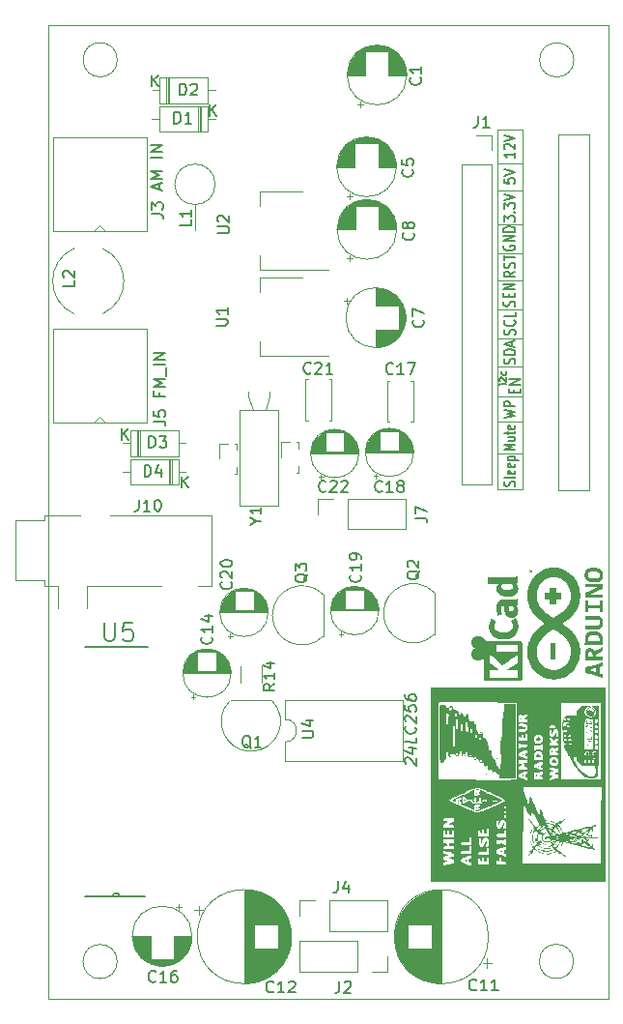
<source format=gbr>
%TF.GenerationSoftware,KiCad,Pcbnew,7.0.1*%
%TF.CreationDate,2023-11-03T16:30:39+00:00*%
%TF.ProjectId,SI4735,53493437-3335-42e6-9b69-6361645f7063,rev?*%
%TF.SameCoordinates,Original*%
%TF.FileFunction,Legend,Top*%
%TF.FilePolarity,Positive*%
%FSLAX45Y45*%
G04 Gerber Fmt 4.5, Leading zero omitted, Abs format (unit mm)*
G04 Created by KiCad (PCBNEW 7.0.1) date 2023-11-03 16:30:39*
%MOMM*%
%LPD*%
G01*
G04 APERTURE LIST*
%ADD10C,0.000000*%
%ADD11C,0.120000*%
%ADD12C,0.150000*%
%ADD13C,0.152400*%
%TA.AperFunction,Profile*%
%ADD14C,0.050000*%
%TD*%
%TA.AperFunction,Profile*%
%ADD15C,0.100000*%
%TD*%
G04 APERTURE END LIST*
D10*
G36*
X17278262Y-13530967D02*
G01*
X17202345Y-13507684D01*
X17202116Y-13507541D01*
X17201907Y-13507264D01*
X17201717Y-13506848D01*
X17201544Y-13506284D01*
X17201389Y-13505565D01*
X17201251Y-13504685D01*
X17201022Y-13502410D01*
X17200852Y-13499401D01*
X17200737Y-13495599D01*
X17200672Y-13490948D01*
X17200656Y-13486674D01*
X17234652Y-13486674D01*
X17234659Y-13486693D01*
X17234709Y-13486743D01*
X17234808Y-13486808D01*
X17234954Y-13486886D01*
X17235378Y-13487078D01*
X17235964Y-13487311D01*
X17236696Y-13487578D01*
X17237556Y-13487869D01*
X17238529Y-13488177D01*
X17239598Y-13488493D01*
X17273323Y-13498230D01*
X17301546Y-13506555D01*
X17301969Y-13487505D01*
X17302009Y-13483676D01*
X17302024Y-13480075D01*
X17302016Y-13476785D01*
X17301987Y-13473888D01*
X17301937Y-13471467D01*
X17301870Y-13469606D01*
X17301786Y-13468386D01*
X17301738Y-13468043D01*
X17301687Y-13467891D01*
X17301438Y-13467862D01*
X17300863Y-13467931D01*
X17298801Y-13468345D01*
X17291509Y-13470148D01*
X17280910Y-13473010D01*
X17268102Y-13476640D01*
X17255297Y-13480368D01*
X17244713Y-13483501D01*
X17237464Y-13485708D01*
X17235436Y-13486361D01*
X17234659Y-13486658D01*
X17234652Y-13486674D01*
X17200656Y-13486674D01*
X17200651Y-13485388D01*
X17200651Y-13463798D01*
X17277839Y-13440233D01*
X17332837Y-13423529D01*
X17349792Y-13418464D01*
X17354511Y-13417107D01*
X17356297Y-13416667D01*
X17356349Y-13416690D01*
X17356399Y-13416757D01*
X17356495Y-13417019D01*
X17356665Y-13418028D01*
X17356805Y-13419622D01*
X17356914Y-13421730D01*
X17356990Y-13424281D01*
X17357031Y-13427204D01*
X17357036Y-13430429D01*
X17357002Y-13433883D01*
X17356579Y-13451240D01*
X17342045Y-13455473D01*
X17327651Y-13459565D01*
X17327934Y-13487082D01*
X17328357Y-13514740D01*
X17342750Y-13518973D01*
X17357285Y-13523206D01*
X17357285Y-13539152D01*
X17357281Y-13541726D01*
X17357268Y-13544009D01*
X17357244Y-13546016D01*
X17357226Y-13546921D01*
X17357205Y-13547764D01*
X17357180Y-13548546D01*
X17357150Y-13549269D01*
X17357116Y-13549935D01*
X17357076Y-13550547D01*
X17357031Y-13551106D01*
X17356981Y-13551614D01*
X17356924Y-13552074D01*
X17356861Y-13552487D01*
X17356792Y-13552855D01*
X17356715Y-13553181D01*
X17356632Y-13553466D01*
X17356540Y-13553712D01*
X17356492Y-13553821D01*
X17356441Y-13553922D01*
X17356389Y-13554014D01*
X17356334Y-13554097D01*
X17356277Y-13554173D01*
X17356218Y-13554240D01*
X17356157Y-13554300D01*
X17356094Y-13554352D01*
X17356028Y-13554397D01*
X17355960Y-13554436D01*
X17355890Y-13554467D01*
X17355817Y-13554493D01*
X17355742Y-13554512D01*
X17355665Y-13554525D01*
X17355585Y-13554533D01*
X17355502Y-13554536D01*
X17355329Y-13554525D01*
X17355145Y-13554497D01*
X17354951Y-13554451D01*
X17354745Y-13554392D01*
X17301546Y-13538098D01*
X17278262Y-13530967D01*
G37*
G36*
X16946651Y-12812712D02*
G01*
X16991807Y-12812712D01*
X16991807Y-12864923D01*
X16946651Y-12864923D01*
X16946651Y-12910078D01*
X16894440Y-12910078D01*
X16894440Y-12864923D01*
X16850696Y-12864923D01*
X16850696Y-12812712D01*
X16894440Y-12812712D01*
X16894440Y-12768967D01*
X16946651Y-12768967D01*
X16946651Y-12812712D01*
G37*
D11*
X16432500Y-9050000D02*
X16650000Y-9050000D01*
D10*
G36*
X17357002Y-12752881D02*
G01*
X17356579Y-12772213D01*
X17311423Y-12793238D01*
X17276851Y-12809290D01*
X17257096Y-12818356D01*
X17247923Y-12822448D01*
X17302533Y-12822590D01*
X17357285Y-12822590D01*
X17357285Y-12850812D01*
X17200510Y-12850812D01*
X17200934Y-12831621D01*
X17201357Y-12812430D01*
X17248629Y-12790275D01*
X17284048Y-12773730D01*
X17296452Y-12767971D01*
X17302957Y-12765016D01*
X17310012Y-12762053D01*
X17255261Y-12761912D01*
X17200651Y-12761912D01*
X17200651Y-12733690D01*
X17357426Y-12733690D01*
X17357002Y-12752881D01*
G37*
G36*
X16945240Y-13395501D02*
G01*
X16897262Y-13395501D01*
X16897262Y-13248745D01*
X16945240Y-13248745D01*
X16945240Y-13395501D01*
G37*
D11*
X16430000Y-9835000D02*
X16650000Y-9835000D01*
D10*
G36*
X17200651Y-13401145D02*
G01*
X17200651Y-13376733D01*
X17200689Y-13369098D01*
X17200805Y-13362045D01*
X17200932Y-13357965D01*
X17227462Y-13357965D01*
X17227462Y-13368690D01*
X17270219Y-13368690D01*
X17269372Y-13357118D01*
X17268982Y-13353384D01*
X17268732Y-13351614D01*
X17268446Y-13349908D01*
X17268123Y-13348267D01*
X17267763Y-13346690D01*
X17267367Y-13345177D01*
X17266934Y-13343728D01*
X17266464Y-13342344D01*
X17265957Y-13341024D01*
X17265414Y-13339768D01*
X17264833Y-13338577D01*
X17264216Y-13337450D01*
X17263561Y-13336386D01*
X17262869Y-13335387D01*
X17262140Y-13334452D01*
X17261374Y-13333582D01*
X17260571Y-13332775D01*
X17259730Y-13332032D01*
X17258852Y-13331353D01*
X17257937Y-13330738D01*
X17256984Y-13330188D01*
X17255994Y-13329701D01*
X17254966Y-13329278D01*
X17253900Y-13328919D01*
X17252797Y-13328623D01*
X17251656Y-13328392D01*
X17250477Y-13328224D01*
X17249261Y-13328120D01*
X17248006Y-13328080D01*
X17246714Y-13328103D01*
X17245384Y-13328191D01*
X17243879Y-13328371D01*
X17243149Y-13328496D01*
X17242434Y-13328645D01*
X17241735Y-13328818D01*
X17241051Y-13329014D01*
X17240383Y-13329232D01*
X17239730Y-13329474D01*
X17239093Y-13329738D01*
X17238472Y-13330025D01*
X17237867Y-13330335D01*
X17237277Y-13330666D01*
X17236704Y-13331020D01*
X17236147Y-13331396D01*
X17235607Y-13331793D01*
X17235082Y-13332212D01*
X17234575Y-13332653D01*
X17234084Y-13333115D01*
X17233609Y-13333598D01*
X17233152Y-13334102D01*
X17232712Y-13334628D01*
X17232288Y-13335173D01*
X17231882Y-13335740D01*
X17231493Y-13336327D01*
X17230767Y-13337561D01*
X17230112Y-13338875D01*
X17229527Y-13340267D01*
X17229015Y-13341737D01*
X17228705Y-13343042D01*
X17228415Y-13344690D01*
X17228151Y-13346611D01*
X17227921Y-13348740D01*
X17227730Y-13351007D01*
X17227586Y-13353346D01*
X17227494Y-13355688D01*
X17227462Y-13357965D01*
X17200932Y-13357965D01*
X17201008Y-13355544D01*
X17201302Y-13349562D01*
X17201694Y-13344067D01*
X17202192Y-13339027D01*
X17202800Y-13334410D01*
X17203526Y-13330184D01*
X17204377Y-13326316D01*
X17205357Y-13322776D01*
X17205898Y-13321118D01*
X17206475Y-13319530D01*
X17207087Y-13318008D01*
X17207735Y-13316547D01*
X17208422Y-13315144D01*
X17209146Y-13313794D01*
X17209909Y-13312495D01*
X17210712Y-13311241D01*
X17211556Y-13310028D01*
X17212441Y-13308853D01*
X17214339Y-13306601D01*
X17215846Y-13304978D01*
X17217357Y-13303493D01*
X17218883Y-13302141D01*
X17220435Y-13300919D01*
X17222025Y-13299821D01*
X17223663Y-13298844D01*
X17225360Y-13297983D01*
X17227127Y-13297234D01*
X17228975Y-13296593D01*
X17230915Y-13296055D01*
X17232958Y-13295615D01*
X17235115Y-13295270D01*
X17237397Y-13295015D01*
X17239815Y-13294846D01*
X17242379Y-13294758D01*
X17245101Y-13294747D01*
X17248443Y-13294779D01*
X17249907Y-13294824D01*
X17251253Y-13294893D01*
X17252498Y-13294990D01*
X17253659Y-13295119D01*
X17254751Y-13295284D01*
X17255790Y-13295488D01*
X17256794Y-13295735D01*
X17257776Y-13296029D01*
X17258755Y-13296373D01*
X17259746Y-13296771D01*
X17260765Y-13297228D01*
X17261828Y-13297745D01*
X17262951Y-13298328D01*
X17264151Y-13298981D01*
X17265684Y-13299865D01*
X17267207Y-13300870D01*
X17268711Y-13301984D01*
X17270186Y-13303194D01*
X17271622Y-13304490D01*
X17273009Y-13305859D01*
X17274338Y-13307290D01*
X17275599Y-13308770D01*
X17276782Y-13310289D01*
X17277878Y-13311834D01*
X17278877Y-13313393D01*
X17279768Y-13314955D01*
X17280543Y-13316508D01*
X17281192Y-13318040D01*
X17281705Y-13319539D01*
X17282072Y-13320994D01*
X17282153Y-13321387D01*
X17282237Y-13321771D01*
X17282324Y-13322145D01*
X17282412Y-13322504D01*
X17282502Y-13322848D01*
X17282593Y-13323174D01*
X17282685Y-13323480D01*
X17282778Y-13323763D01*
X17282870Y-13324022D01*
X17282963Y-13324253D01*
X17283054Y-13324455D01*
X17283144Y-13324625D01*
X17283188Y-13324698D01*
X17283232Y-13324762D01*
X17283276Y-13324817D01*
X17283319Y-13324862D01*
X17283361Y-13324898D01*
X17283403Y-13324924D01*
X17283443Y-13324940D01*
X17283483Y-13324945D01*
X17283556Y-13324922D01*
X17283665Y-13324856D01*
X17283810Y-13324748D01*
X17283986Y-13324601D01*
X17284426Y-13324201D01*
X17284965Y-13323675D01*
X17285584Y-13323043D01*
X17286262Y-13322326D01*
X17286979Y-13321542D01*
X17287717Y-13320712D01*
X17289496Y-13318736D01*
X17290509Y-13317780D01*
X17291657Y-13316814D01*
X17292979Y-13315814D01*
X17294516Y-13314759D01*
X17298388Y-13312386D01*
X17303590Y-13309511D01*
X17310438Y-13305948D01*
X17330332Y-13296017D01*
X17357285Y-13282753D01*
X17357285Y-13320147D01*
X17334283Y-13330448D01*
X17324941Y-13334713D01*
X17316380Y-13338739D01*
X17312686Y-13340522D01*
X17309538Y-13342077D01*
X17307056Y-13343347D01*
X17305356Y-13344277D01*
X17304110Y-13345040D01*
X17302914Y-13345895D01*
X17301773Y-13346836D01*
X17300690Y-13347856D01*
X17299671Y-13348947D01*
X17298718Y-13350104D01*
X17297836Y-13351319D01*
X17297030Y-13352585D01*
X17296303Y-13353896D01*
X17295660Y-13355245D01*
X17295104Y-13356625D01*
X17294640Y-13358029D01*
X17294272Y-13359450D01*
X17294004Y-13360882D01*
X17293840Y-13362318D01*
X17293785Y-13363751D01*
X17293785Y-13368690D01*
X17357285Y-13368690D01*
X17357285Y-13401145D01*
X17227462Y-13401145D01*
X17200651Y-13401145D01*
G37*
D11*
X16430000Y-11090000D02*
X16650000Y-11090000D01*
X16432500Y-11592500D02*
X16652500Y-11592500D01*
D10*
G36*
X16916175Y-13566772D02*
G01*
X16906401Y-13566316D01*
X16901798Y-13565971D01*
X16897346Y-13565542D01*
X16893015Y-13565023D01*
X16888778Y-13564411D01*
X16884605Y-13563699D01*
X16880468Y-13562883D01*
X16876338Y-13561957D01*
X16872186Y-13560918D01*
X16867984Y-13559760D01*
X16863703Y-13558477D01*
X16859314Y-13557066D01*
X16854788Y-13555521D01*
X16841541Y-13550435D01*
X16828654Y-13544518D01*
X16816161Y-13537807D01*
X16804098Y-13530339D01*
X16792500Y-13522153D01*
X16781401Y-13513286D01*
X16770837Y-13503776D01*
X16760843Y-13493661D01*
X16751455Y-13482979D01*
X16742706Y-13471768D01*
X16734634Y-13460065D01*
X16727272Y-13447908D01*
X16720656Y-13435335D01*
X16714820Y-13422385D01*
X16709801Y-13409094D01*
X16705633Y-13395501D01*
X16704443Y-13390952D01*
X16703230Y-13385916D01*
X16702037Y-13380605D01*
X16700906Y-13375234D01*
X16699881Y-13370014D01*
X16699006Y-13365160D01*
X16698321Y-13360884D01*
X16697872Y-13357401D01*
X16697474Y-13351989D01*
X16697224Y-13344564D01*
X16697113Y-13335796D01*
X16697130Y-13327307D01*
X16779468Y-13327307D01*
X16779470Y-13334792D01*
X16779737Y-13341622D01*
X16779973Y-13344706D01*
X16780281Y-13347523D01*
X16781287Y-13354669D01*
X16782557Y-13361660D01*
X16784092Y-13368500D01*
X16785893Y-13375189D01*
X16787958Y-13381730D01*
X16790290Y-13388123D01*
X16792887Y-13394371D01*
X16795751Y-13400475D01*
X16798880Y-13406436D01*
X16802276Y-13412258D01*
X16805939Y-13417940D01*
X16809868Y-13423485D01*
X16814065Y-13428894D01*
X16818529Y-13434170D01*
X16823260Y-13439313D01*
X16828259Y-13444325D01*
X16832269Y-13448058D01*
X16836314Y-13451588D01*
X16840402Y-13454918D01*
X16844542Y-13458055D01*
X16848742Y-13461002D01*
X16853012Y-13463765D01*
X16857358Y-13466347D01*
X16861791Y-13468755D01*
X16866317Y-13470992D01*
X16870947Y-13473064D01*
X16875687Y-13474975D01*
X16880547Y-13476730D01*
X16885536Y-13478334D01*
X16890661Y-13479791D01*
X16895931Y-13481106D01*
X16901355Y-13482284D01*
X16904559Y-13482866D01*
X16908058Y-13483345D01*
X16911810Y-13483721D01*
X16915772Y-13483997D01*
X16919902Y-13484175D01*
X16924158Y-13484256D01*
X16932875Y-13484136D01*
X16941586Y-13483652D01*
X16945834Y-13483279D01*
X16949952Y-13482820D01*
X16953899Y-13482277D01*
X16957633Y-13481653D01*
X16961111Y-13480949D01*
X16964290Y-13480167D01*
X16966950Y-13479404D01*
X16969685Y-13478547D01*
X16972480Y-13477601D01*
X16975325Y-13476571D01*
X16981115Y-13474281D01*
X16986956Y-13471718D01*
X16992751Y-13468924D01*
X16998402Y-13465939D01*
X17001142Y-13464389D01*
X17003811Y-13462806D01*
X17006395Y-13461196D01*
X17008881Y-13459565D01*
X17013875Y-13456052D01*
X17018792Y-13452197D01*
X17023612Y-13448025D01*
X17028317Y-13443562D01*
X17032889Y-13438833D01*
X17037310Y-13433862D01*
X17041561Y-13428676D01*
X17045623Y-13423300D01*
X17049479Y-13417757D01*
X17053109Y-13412075D01*
X17056496Y-13406278D01*
X17059622Y-13400391D01*
X17062467Y-13394440D01*
X17065013Y-13388449D01*
X17067242Y-13382444D01*
X17069136Y-13376451D01*
X17071162Y-13369353D01*
X17072730Y-13363195D01*
X17073358Y-13360319D01*
X17073893Y-13357500D01*
X17074341Y-13354677D01*
X17074710Y-13351791D01*
X17075005Y-13348784D01*
X17075235Y-13345594D01*
X17075525Y-13338430D01*
X17075637Y-13329824D01*
X17075627Y-13319301D01*
X17075608Y-13309826D01*
X17075528Y-13302297D01*
X17075454Y-13299133D01*
X17075351Y-13296302D01*
X17075217Y-13293752D01*
X17075045Y-13291431D01*
X17074832Y-13289289D01*
X17074573Y-13287275D01*
X17074264Y-13285337D01*
X17073900Y-13283423D01*
X17073478Y-13281483D01*
X17072993Y-13279465D01*
X17071817Y-13274992D01*
X17069151Y-13266146D01*
X17065946Y-13257522D01*
X17062170Y-13249086D01*
X17057789Y-13240803D01*
X17052773Y-13232637D01*
X17047087Y-13224554D01*
X17040698Y-13216518D01*
X17033576Y-13208493D01*
X17025686Y-13200446D01*
X17016996Y-13192340D01*
X17007473Y-13184141D01*
X16997085Y-13175813D01*
X16985799Y-13167321D01*
X16973583Y-13158631D01*
X16960403Y-13149706D01*
X16946228Y-13140513D01*
X16931976Y-13131658D01*
X16927376Y-13128845D01*
X16925998Y-13128027D01*
X16925343Y-13127672D01*
X16925143Y-13127682D01*
X16924762Y-13127816D01*
X16924638Y-13127875D01*
X16923496Y-13128426D01*
X16921628Y-13129453D01*
X16919240Y-13130847D01*
X16916417Y-13132558D01*
X16913239Y-13134538D01*
X16909790Y-13136735D01*
X16906152Y-13139102D01*
X16892077Y-13148629D01*
X16878987Y-13157975D01*
X16866855Y-13167173D01*
X16855650Y-13176260D01*
X16845344Y-13185272D01*
X16835908Y-13194245D01*
X16827312Y-13203214D01*
X16819528Y-13212215D01*
X16812526Y-13221284D01*
X16806276Y-13230456D01*
X16800751Y-13239768D01*
X16795920Y-13249254D01*
X16791755Y-13258952D01*
X16788227Y-13268896D01*
X16785305Y-13279123D01*
X16782962Y-13289667D01*
X16782377Y-13292881D01*
X16781840Y-13296309D01*
X16780916Y-13303668D01*
X16780204Y-13311471D01*
X16779717Y-13319442D01*
X16779468Y-13327307D01*
X16697130Y-13327307D01*
X16697131Y-13326356D01*
X16697269Y-13316917D01*
X16697515Y-13308148D01*
X16697861Y-13300723D01*
X16698296Y-13295312D01*
X16700655Y-13279831D01*
X16703819Y-13264709D01*
X16707795Y-13249939D01*
X16712588Y-13235514D01*
X16718202Y-13221425D01*
X16724643Y-13207664D01*
X16731917Y-13194225D01*
X16740029Y-13181100D01*
X16748985Y-13168280D01*
X16758789Y-13155759D01*
X16769447Y-13143529D01*
X16780965Y-13131581D01*
X16793347Y-13119909D01*
X16806600Y-13108504D01*
X16820729Y-13097360D01*
X16835738Y-13086467D01*
X16837900Y-13084905D01*
X16839914Y-13083418D01*
X16841736Y-13082040D01*
X16843323Y-13080805D01*
X16844632Y-13079749D01*
X16845169Y-13079299D01*
X16845620Y-13078907D01*
X16845981Y-13078576D01*
X16846245Y-13078312D01*
X16846407Y-13078119D01*
X16846448Y-13078050D01*
X16846462Y-13078001D01*
X16846407Y-13077882D01*
X16846245Y-13077689D01*
X16845620Y-13077094D01*
X16844632Y-13076252D01*
X16843323Y-13075196D01*
X16841736Y-13073962D01*
X16839914Y-13072583D01*
X16837900Y-13071096D01*
X16835738Y-13069534D01*
X16820583Y-13058541D01*
X16806334Y-13047302D01*
X16792984Y-13035810D01*
X16780526Y-13024052D01*
X16768954Y-13012020D01*
X16758260Y-12999704D01*
X16748439Y-12987093D01*
X16739482Y-12974178D01*
X16731384Y-12960949D01*
X16724137Y-12947396D01*
X16717735Y-12933508D01*
X16712171Y-12919277D01*
X16707437Y-12904692D01*
X16703528Y-12889743D01*
X16700436Y-12874420D01*
X16698154Y-12858714D01*
X16697749Y-12854648D01*
X16697431Y-12850167D01*
X16697048Y-12840213D01*
X16696990Y-12829683D01*
X16779421Y-12829683D01*
X16779439Y-12836720D01*
X16779675Y-12843364D01*
X16780140Y-12849401D01*
X16781737Y-12861260D01*
X16784007Y-12872734D01*
X16786976Y-12883860D01*
X16790673Y-12894675D01*
X16795124Y-12905218D01*
X16800358Y-12915525D01*
X16806402Y-12925635D01*
X16813284Y-12935584D01*
X16821030Y-12945412D01*
X16829668Y-12955154D01*
X16839227Y-12964849D01*
X16849732Y-12974535D01*
X16861213Y-12984249D01*
X16873695Y-12994029D01*
X16887208Y-13003912D01*
X16901778Y-13013936D01*
X16910410Y-13019623D01*
X16917600Y-13024290D01*
X16920419Y-13026089D01*
X16922594Y-13027450D01*
X16924032Y-13028311D01*
X16924445Y-13028535D01*
X16924638Y-13028612D01*
X16925301Y-13028344D01*
X16926706Y-13027577D01*
X16931416Y-13024753D01*
X16946157Y-13015418D01*
X16963651Y-13003966D01*
X16971800Y-12998496D01*
X16978683Y-12993757D01*
X16988564Y-12986659D01*
X16997843Y-12979641D01*
X17006532Y-12972687D01*
X17014645Y-12965782D01*
X17022193Y-12958910D01*
X17029191Y-12952056D01*
X17035650Y-12945203D01*
X17041584Y-12938336D01*
X17047005Y-12931439D01*
X17051926Y-12924497D01*
X17056360Y-12917494D01*
X17060321Y-12910414D01*
X17063819Y-12903241D01*
X17066870Y-12895960D01*
X17069484Y-12888554D01*
X17071676Y-12881010D01*
X17072691Y-12876901D01*
X17073530Y-12873015D01*
X17074213Y-12869148D01*
X17074762Y-12865099D01*
X17075199Y-12860667D01*
X17075545Y-12855649D01*
X17075822Y-12849844D01*
X17076050Y-12843051D01*
X17076182Y-12834855D01*
X17076096Y-12826974D01*
X17075787Y-12819386D01*
X17075250Y-12812068D01*
X17074479Y-12804998D01*
X17073468Y-12798154D01*
X17072212Y-12791514D01*
X17070706Y-12785054D01*
X17068943Y-12778753D01*
X17066918Y-12772589D01*
X17064626Y-12766539D01*
X17062060Y-12760580D01*
X17059216Y-12754691D01*
X17056088Y-12748849D01*
X17052670Y-12743032D01*
X17048957Y-12737217D01*
X17044673Y-12731105D01*
X17040136Y-12725257D01*
X17035351Y-12719680D01*
X17030326Y-12714377D01*
X17025067Y-12709353D01*
X17019583Y-12704612D01*
X17013880Y-12700158D01*
X17007964Y-12695995D01*
X17001843Y-12692129D01*
X16995525Y-12688563D01*
X16989015Y-12685302D01*
X16982321Y-12682349D01*
X16975451Y-12679710D01*
X16968410Y-12677389D01*
X16961207Y-12675390D01*
X16953848Y-12673717D01*
X16950406Y-12673087D01*
X16946719Y-12672571D01*
X16942824Y-12672167D01*
X16938756Y-12671874D01*
X16934551Y-12671690D01*
X16930246Y-12671614D01*
X16925877Y-12671643D01*
X16921481Y-12671777D01*
X16917092Y-12672013D01*
X16912748Y-12672350D01*
X16908484Y-12672787D01*
X16904338Y-12673320D01*
X16900344Y-12673950D01*
X16896539Y-12674674D01*
X16892960Y-12675491D01*
X16889642Y-12676398D01*
X16884670Y-12677955D01*
X16879854Y-12679614D01*
X16875184Y-12681379D01*
X16870652Y-12683256D01*
X16866248Y-12685250D01*
X16861963Y-12687367D01*
X16857787Y-12689612D01*
X16853712Y-12691991D01*
X16849728Y-12694509D01*
X16845825Y-12697171D01*
X16841995Y-12699983D01*
X16838227Y-12702949D01*
X16834514Y-12706076D01*
X16830844Y-12709369D01*
X16827210Y-12712833D01*
X16823602Y-12716474D01*
X16819574Y-12720799D01*
X16815743Y-12725201D01*
X16812108Y-12729683D01*
X16808669Y-12734247D01*
X16805424Y-12738895D01*
X16802372Y-12743628D01*
X16799512Y-12748448D01*
X16796844Y-12753357D01*
X16794366Y-12758357D01*
X16792077Y-12763450D01*
X16789976Y-12768638D01*
X16788062Y-12773922D01*
X16786334Y-12779304D01*
X16784792Y-12784787D01*
X16783433Y-12790372D01*
X16782257Y-12796061D01*
X16781332Y-12801866D01*
X16780577Y-12808344D01*
X16780000Y-12815282D01*
X16779611Y-12822466D01*
X16779421Y-12829683D01*
X16696990Y-12829683D01*
X16696989Y-12829363D01*
X16697237Y-12818127D01*
X16697777Y-12807017D01*
X16698591Y-12796544D01*
X16699663Y-12787218D01*
X16700291Y-12783145D01*
X16700977Y-12779551D01*
X16702603Y-12772344D01*
X16704363Y-12765321D01*
X16706262Y-12758472D01*
X16708303Y-12751785D01*
X16710493Y-12745249D01*
X16712836Y-12738854D01*
X16715336Y-12732588D01*
X16717998Y-12726440D01*
X16720828Y-12720400D01*
X16723829Y-12714456D01*
X16727006Y-12708598D01*
X16730365Y-12702815D01*
X16733910Y-12697095D01*
X16737646Y-12691428D01*
X16741577Y-12685803D01*
X16745709Y-12680208D01*
X16752321Y-12671868D01*
X16759240Y-12663889D01*
X16766460Y-12656276D01*
X16773973Y-12649032D01*
X16781773Y-12642161D01*
X16789854Y-12635669D01*
X16798208Y-12629559D01*
X16806828Y-12623835D01*
X16815708Y-12618501D01*
X16824840Y-12613561D01*
X16834219Y-12609020D01*
X16843836Y-12604882D01*
X16853686Y-12601150D01*
X16863762Y-12597829D01*
X16874056Y-12594924D01*
X16884562Y-12592437D01*
X16888997Y-12591528D01*
X16893161Y-12590799D01*
X16897312Y-12590232D01*
X16901707Y-12589809D01*
X16906605Y-12589512D01*
X16912264Y-12589322D01*
X16918942Y-12589221D01*
X16926896Y-12589192D01*
X16938083Y-12589293D01*
X16947866Y-12589633D01*
X16952346Y-12589908D01*
X16956614Y-12590263D01*
X16960715Y-12590704D01*
X16964696Y-12591238D01*
X16968602Y-12591871D01*
X16972480Y-12592609D01*
X16976375Y-12593460D01*
X16980335Y-12594430D01*
X16984404Y-12595526D01*
X16988630Y-12596754D01*
X16997733Y-12599634D01*
X17012506Y-12605104D01*
X17026746Y-12611490D01*
X17040427Y-12618760D01*
X17053519Y-12626882D01*
X17065993Y-12635822D01*
X17077820Y-12645547D01*
X17088973Y-12656027D01*
X17099422Y-12667226D01*
X17109138Y-12679114D01*
X17118093Y-12691657D01*
X17126258Y-12704822D01*
X17133604Y-12718577D01*
X17140102Y-12732890D01*
X17145725Y-12747727D01*
X17150442Y-12763057D01*
X17154226Y-12778845D01*
X17155390Y-12784979D01*
X17156396Y-12791442D01*
X17157244Y-12798188D01*
X17157934Y-12805169D01*
X17158468Y-12812337D01*
X17158844Y-12819646D01*
X17159129Y-12834496D01*
X17158793Y-12849339D01*
X17158392Y-12856639D01*
X17157837Y-12863796D01*
X17157129Y-12870762D01*
X17156267Y-12877490D01*
X17155252Y-12883932D01*
X17154085Y-12890041D01*
X17152818Y-12895650D01*
X17151352Y-12901350D01*
X17149695Y-12907122D01*
X17147858Y-12912945D01*
X17145849Y-12918797D01*
X17143677Y-12924658D01*
X17141351Y-12930508D01*
X17138880Y-12936325D01*
X17136274Y-12942090D01*
X17133541Y-12947780D01*
X17130691Y-12953377D01*
X17127732Y-12958859D01*
X17124674Y-12964205D01*
X17121526Y-12969395D01*
X17118298Y-12974408D01*
X17114997Y-12979223D01*
X17111140Y-12984449D01*
X17106791Y-12989894D01*
X17101985Y-12995523D01*
X17096760Y-13001302D01*
X17091153Y-13007199D01*
X17085199Y-13013181D01*
X17078935Y-13019212D01*
X17072399Y-13025260D01*
X17065626Y-13031292D01*
X17058653Y-13037274D01*
X17051517Y-13043172D01*
X17044254Y-13048954D01*
X17036901Y-13054585D01*
X17029494Y-13060032D01*
X17022071Y-13065261D01*
X17014667Y-13070240D01*
X17012650Y-13071603D01*
X17010758Y-13072921D01*
X17009034Y-13074159D01*
X17008249Y-13074738D01*
X17007523Y-13075284D01*
X17006862Y-13075795D01*
X17006270Y-13076264D01*
X17005755Y-13076689D01*
X17005320Y-13077066D01*
X17004973Y-13077389D01*
X17004718Y-13077656D01*
X17004626Y-13077766D01*
X17004560Y-13077861D01*
X17004520Y-13077939D01*
X17004507Y-13078001D01*
X17004560Y-13078141D01*
X17004718Y-13078346D01*
X17004973Y-13078612D01*
X17005320Y-13078936D01*
X17006270Y-13079737D01*
X17007523Y-13080717D01*
X17009034Y-13081843D01*
X17010758Y-13083081D01*
X17012650Y-13084398D01*
X17014667Y-13085762D01*
X17022072Y-13090765D01*
X17029499Y-13096015D01*
X17036910Y-13101478D01*
X17044267Y-13107120D01*
X17051532Y-13112907D01*
X17058668Y-13118804D01*
X17065636Y-13124778D01*
X17072399Y-13130794D01*
X17078919Y-13136818D01*
X17085158Y-13142817D01*
X17091078Y-13148755D01*
X17096641Y-13154600D01*
X17101811Y-13160316D01*
X17106548Y-13165870D01*
X17110814Y-13171228D01*
X17114573Y-13176355D01*
X17119551Y-13183729D01*
X17124222Y-13191146D01*
X17128587Y-13198616D01*
X17132651Y-13206149D01*
X17136417Y-13213757D01*
X17139887Y-13221448D01*
X17143064Y-13229232D01*
X17145953Y-13237121D01*
X17148556Y-13245124D01*
X17150875Y-13253251D01*
X17152915Y-13261512D01*
X17154678Y-13269918D01*
X17156167Y-13278479D01*
X17157386Y-13287204D01*
X17158337Y-13296104D01*
X17159023Y-13305190D01*
X17159332Y-13312953D01*
X17159326Y-13321891D01*
X17159031Y-13331594D01*
X17158477Y-13341649D01*
X17157691Y-13351645D01*
X17156702Y-13361169D01*
X17155537Y-13369810D01*
X17154226Y-13377156D01*
X17149820Y-13395241D01*
X17144199Y-13412690D01*
X17137410Y-13429457D01*
X17129498Y-13445498D01*
X17120509Y-13460769D01*
X17110488Y-13475224D01*
X17099480Y-13488819D01*
X17087533Y-13501510D01*
X17074691Y-13513252D01*
X17061000Y-13524000D01*
X17046506Y-13533709D01*
X17031254Y-13542336D01*
X17015290Y-13549834D01*
X16998660Y-13556160D01*
X16981410Y-13561269D01*
X16972566Y-13563353D01*
X16963585Y-13565116D01*
X16960822Y-13565519D01*
X16957356Y-13565879D01*
X16953278Y-13566193D01*
X16948680Y-13566457D01*
X16943651Y-13566668D01*
X16938284Y-13566823D01*
X16932668Y-13566918D01*
X16926896Y-13566951D01*
X16924158Y-13566905D01*
X16916175Y-13566772D01*
G37*
G36*
X17258083Y-13010549D02*
G01*
X17276630Y-13010701D01*
X17290834Y-13010865D01*
X17296530Y-13010963D01*
X17301407Y-13011078D01*
X17305554Y-13011215D01*
X17309060Y-13011379D01*
X17312013Y-13011574D01*
X17314503Y-13011805D01*
X17316618Y-13012077D01*
X17317563Y-13012230D01*
X17318448Y-13012395D01*
X17320081Y-13012763D01*
X17321606Y-13013187D01*
X17323112Y-13013670D01*
X17324688Y-13014218D01*
X17329132Y-13015984D01*
X17333259Y-13017952D01*
X17337074Y-13020128D01*
X17340581Y-13022520D01*
X17343783Y-13025134D01*
X17346685Y-13027978D01*
X17349291Y-13031057D01*
X17351605Y-13034380D01*
X17353631Y-13037952D01*
X17355374Y-13041781D01*
X17356837Y-13045873D01*
X17358025Y-13050235D01*
X17358942Y-13054874D01*
X17359592Y-13059797D01*
X17359979Y-13065011D01*
X17360107Y-13070522D01*
X17360052Y-13074725D01*
X17359884Y-13078716D01*
X17359601Y-13082503D01*
X17359198Y-13086095D01*
X17358674Y-13089501D01*
X17358023Y-13092729D01*
X17357244Y-13095790D01*
X17356332Y-13098691D01*
X17355285Y-13101442D01*
X17354099Y-13104051D01*
X17352770Y-13106527D01*
X17351296Y-13108880D01*
X17349673Y-13111117D01*
X17347899Y-13113249D01*
X17345968Y-13115283D01*
X17343879Y-13117230D01*
X17339744Y-13120771D01*
X17337807Y-13122205D01*
X17335798Y-13123438D01*
X17333597Y-13124486D01*
X17331082Y-13125365D01*
X17328135Y-13126093D01*
X17324635Y-13126684D01*
X17320462Y-13127156D01*
X17315496Y-13127526D01*
X17302703Y-13128025D01*
X17285297Y-13128311D01*
X17262317Y-13128518D01*
X17200651Y-13128942D01*
X17200651Y-13097756D01*
X17252439Y-13097756D01*
X17273306Y-13097635D01*
X17291633Y-13097315D01*
X17299232Y-13097102D01*
X17305462Y-13096863D01*
X17310077Y-13096608D01*
X17312835Y-13096345D01*
X17315463Y-13095843D01*
X17317901Y-13095234D01*
X17320152Y-13094511D01*
X17321209Y-13094106D01*
X17322221Y-13093671D01*
X17323188Y-13093204D01*
X17324112Y-13092707D01*
X17324992Y-13092177D01*
X17325830Y-13091615D01*
X17326625Y-13091019D01*
X17327378Y-13090389D01*
X17328091Y-13089725D01*
X17328762Y-13089025D01*
X17329394Y-13088289D01*
X17329986Y-13087517D01*
X17330539Y-13086707D01*
X17331054Y-13085860D01*
X17331530Y-13084974D01*
X17331969Y-13084048D01*
X17332372Y-13083083D01*
X17332738Y-13082077D01*
X17333068Y-13081031D01*
X17333363Y-13079942D01*
X17333850Y-13077637D01*
X17334202Y-13075157D01*
X17334425Y-13072497D01*
X17334532Y-13070071D01*
X17334547Y-13068903D01*
X17334536Y-13067765D01*
X17334498Y-13066656D01*
X17334435Y-13065576D01*
X17334345Y-13064524D01*
X17334228Y-13063501D01*
X17334085Y-13062507D01*
X17333915Y-13061540D01*
X17333718Y-13060600D01*
X17333494Y-13059688D01*
X17333243Y-13058803D01*
X17332965Y-13057944D01*
X17332659Y-13057111D01*
X17332326Y-13056305D01*
X17331964Y-13055524D01*
X17331575Y-13054768D01*
X17331159Y-13054038D01*
X17330714Y-13053332D01*
X17330240Y-13052650D01*
X17329739Y-13051993D01*
X17329209Y-13051359D01*
X17328650Y-13050749D01*
X17328063Y-13050161D01*
X17327446Y-13049597D01*
X17326801Y-13049055D01*
X17326127Y-13048536D01*
X17325423Y-13048038D01*
X17324690Y-13047562D01*
X17323928Y-13047108D01*
X17323136Y-13046674D01*
X17321002Y-13045602D01*
X17318658Y-13044791D01*
X17315364Y-13044198D01*
X17310383Y-13043781D01*
X17302974Y-13043496D01*
X17292398Y-13043301D01*
X17258789Y-13043005D01*
X17200651Y-13042582D01*
X17200651Y-13010126D01*
X17258083Y-13010549D01*
G37*
D11*
X16430000Y-8750000D02*
X16652500Y-8750000D01*
X16652500Y-11902500D01*
X16430000Y-11902500D01*
X16430000Y-8750000D01*
X16432500Y-11310000D02*
X16652500Y-11310000D01*
D10*
G36*
X16600426Y-13042961D02*
G01*
X16603799Y-13049503D01*
X16605297Y-13052600D01*
X16606677Y-13055606D01*
X16607945Y-13058543D01*
X16609107Y-13061429D01*
X16610171Y-13064283D01*
X16611141Y-13067127D01*
X16612025Y-13069978D01*
X16612828Y-13072858D01*
X16613557Y-13075785D01*
X16614217Y-13078779D01*
X16614816Y-13081861D01*
X16615358Y-13085048D01*
X16615851Y-13088362D01*
X16616301Y-13091821D01*
X16616788Y-13096387D01*
X16617095Y-13100920D01*
X16617222Y-13105418D01*
X16617173Y-13109877D01*
X16616948Y-13114294D01*
X16616549Y-13118665D01*
X16615979Y-13122988D01*
X16615240Y-13127259D01*
X16614332Y-13131474D01*
X16613259Y-13135631D01*
X16612023Y-13139726D01*
X16610624Y-13143756D01*
X16609065Y-13147717D01*
X16607348Y-13151607D01*
X16605474Y-13155421D01*
X16603446Y-13159158D01*
X16601266Y-13162812D01*
X16598936Y-13166382D01*
X16596456Y-13169863D01*
X16593830Y-13173253D01*
X16591059Y-13176548D01*
X16588145Y-13179745D01*
X16585091Y-13182840D01*
X16581897Y-13185831D01*
X16578566Y-13188714D01*
X16575099Y-13191485D01*
X16571499Y-13194142D01*
X16567768Y-13196681D01*
X16563907Y-13199099D01*
X16559919Y-13201392D01*
X16555804Y-13203558D01*
X16551566Y-13205592D01*
X16547907Y-13207232D01*
X16544381Y-13208718D01*
X16540950Y-13210056D01*
X16537576Y-13211253D01*
X16534223Y-13212316D01*
X16530854Y-13213250D01*
X16527431Y-13214064D01*
X16523917Y-13214764D01*
X16520275Y-13215357D01*
X16516467Y-13215848D01*
X16512457Y-13216246D01*
X16508208Y-13216556D01*
X16498840Y-13216941D01*
X16488066Y-13217057D01*
X16476817Y-13216944D01*
X16471855Y-13216788D01*
X16467263Y-13216550D01*
X16462990Y-13216222D01*
X16458983Y-13215792D01*
X16455188Y-13215251D01*
X16451554Y-13214588D01*
X16448027Y-13213792D01*
X16444555Y-13212854D01*
X16441084Y-13211763D01*
X16437564Y-13210509D01*
X16433940Y-13209081D01*
X16430160Y-13207469D01*
X16426171Y-13205663D01*
X16421920Y-13203652D01*
X16416769Y-13200919D01*
X16411712Y-13197831D01*
X16406772Y-13194412D01*
X16401969Y-13190687D01*
X16397324Y-13186681D01*
X16392858Y-13182419D01*
X16388593Y-13177925D01*
X16384548Y-13173225D01*
X16380745Y-13168342D01*
X16377205Y-13163303D01*
X16373948Y-13158131D01*
X16370996Y-13152852D01*
X16368370Y-13147490D01*
X16366090Y-13142070D01*
X16364178Y-13136617D01*
X16362654Y-13131156D01*
X16362201Y-13128958D01*
X16361774Y-13126272D01*
X16361385Y-13123206D01*
X16361044Y-13119867D01*
X16360761Y-13116363D01*
X16360545Y-13112800D01*
X16360408Y-13109288D01*
X16360361Y-13105932D01*
X16360376Y-13102341D01*
X16360490Y-13098832D01*
X16360708Y-13095389D01*
X16361033Y-13091995D01*
X16361470Y-13088632D01*
X16362022Y-13085285D01*
X16362695Y-13081937D01*
X16363491Y-13078570D01*
X16364416Y-13075168D01*
X16365473Y-13071714D01*
X16366666Y-13068191D01*
X16368000Y-13064583D01*
X16369479Y-13060872D01*
X16371106Y-13057043D01*
X16372887Y-13053077D01*
X16374824Y-13048959D01*
X16382762Y-13032907D01*
X16402517Y-13046842D01*
X16416651Y-13056808D01*
X16419187Y-13058617D01*
X16421146Y-13060038D01*
X16422439Y-13061012D01*
X16422809Y-13061314D01*
X16422979Y-13061482D01*
X16423020Y-13061539D01*
X16423047Y-13061610D01*
X16423059Y-13061694D01*
X16423056Y-13061792D01*
X16423009Y-13062025D01*
X16422907Y-13062306D01*
X16422753Y-13062632D01*
X16422551Y-13062998D01*
X16422302Y-13063403D01*
X16422008Y-13063841D01*
X16421674Y-13064311D01*
X16421301Y-13064808D01*
X16420891Y-13065330D01*
X16420449Y-13065873D01*
X16419472Y-13067007D01*
X16418392Y-13068185D01*
X16416392Y-13070571D01*
X16414561Y-13073150D01*
X16412902Y-13075902D01*
X16411420Y-13078804D01*
X16410117Y-13081836D01*
X16408998Y-13084975D01*
X16408066Y-13088200D01*
X16407324Y-13091490D01*
X16406777Y-13094824D01*
X16406428Y-13098180D01*
X16406280Y-13101536D01*
X16406337Y-13104871D01*
X16406604Y-13108164D01*
X16407082Y-13111393D01*
X16407777Y-13114537D01*
X16408691Y-13117574D01*
X16409846Y-13120537D01*
X16411134Y-13123347D01*
X16412565Y-13126009D01*
X16414148Y-13128532D01*
X16415892Y-13130923D01*
X16417807Y-13133188D01*
X16419901Y-13135336D01*
X16422185Y-13137374D01*
X16424667Y-13139307D01*
X16427357Y-13141145D01*
X16430263Y-13142894D01*
X16433397Y-13144561D01*
X16436765Y-13146154D01*
X16440379Y-13147680D01*
X16444247Y-13149146D01*
X16448379Y-13150559D01*
X16452471Y-13151863D01*
X16456217Y-13152888D01*
X16458052Y-13153306D01*
X16459913Y-13153669D01*
X16461835Y-13153979D01*
X16463857Y-13154241D01*
X16468346Y-13154639D01*
X16473679Y-13154899D01*
X16480153Y-13155056D01*
X16488066Y-13155145D01*
X16493098Y-13155150D01*
X16497765Y-13155097D01*
X16502099Y-13154979D01*
X16506129Y-13154792D01*
X16509889Y-13154531D01*
X16513410Y-13154190D01*
X16516723Y-13153764D01*
X16519860Y-13153249D01*
X16522852Y-13152638D01*
X16525731Y-13151927D01*
X16528529Y-13151111D01*
X16531276Y-13150184D01*
X16534004Y-13149141D01*
X16536746Y-13147978D01*
X16539532Y-13146688D01*
X16542394Y-13145267D01*
X16544192Y-13144298D01*
X16546008Y-13143184D01*
X16547830Y-13141939D01*
X16549645Y-13140576D01*
X16551443Y-13139108D01*
X16553212Y-13137547D01*
X16554940Y-13135906D01*
X16556615Y-13134199D01*
X16558227Y-13132438D01*
X16559762Y-13130636D01*
X16561211Y-13128806D01*
X16562560Y-13126961D01*
X16563799Y-13125114D01*
X16564915Y-13123278D01*
X16565898Y-13121466D01*
X16566736Y-13119691D01*
X16567379Y-13118099D01*
X16567954Y-13116470D01*
X16568900Y-13113107D01*
X16569578Y-13109625D01*
X16569993Y-13106048D01*
X16570150Y-13102398D01*
X16570053Y-13098700D01*
X16569707Y-13094975D01*
X16569117Y-13091248D01*
X16568287Y-13087541D01*
X16567221Y-13083879D01*
X16565926Y-13080283D01*
X16564404Y-13076778D01*
X16562661Y-13073387D01*
X16560702Y-13070133D01*
X16558531Y-13067039D01*
X16556152Y-13064128D01*
X16549273Y-13056367D01*
X16571322Y-13042961D01*
X16593370Y-13029556D01*
X16600426Y-13042961D01*
G37*
G36*
X16518934Y-12843113D02*
G01*
X16512581Y-12842648D01*
X16506485Y-12842045D01*
X16500642Y-12841304D01*
X16495047Y-12840423D01*
X16489698Y-12839402D01*
X16484589Y-12838239D01*
X16479718Y-12836933D01*
X16475079Y-12835484D01*
X16470671Y-12833890D01*
X16466488Y-12832151D01*
X16462526Y-12830264D01*
X16458783Y-12828230D01*
X16455253Y-12826047D01*
X16451934Y-12823714D01*
X16448820Y-12821230D01*
X16445909Y-12818595D01*
X16442224Y-12814657D01*
X16438912Y-12810468D01*
X16435976Y-12806051D01*
X16433421Y-12801433D01*
X16431252Y-12796638D01*
X16429473Y-12791691D01*
X16428088Y-12786618D01*
X16427102Y-12781443D01*
X16426518Y-12776192D01*
X16426343Y-12770889D01*
X16426579Y-12765560D01*
X16427231Y-12760229D01*
X16428304Y-12754923D01*
X16428792Y-12753210D01*
X16468485Y-12753210D01*
X16468509Y-12754617D01*
X16468605Y-12755999D01*
X16468773Y-12757355D01*
X16469013Y-12758686D01*
X16469325Y-12759990D01*
X16469708Y-12761265D01*
X16470162Y-12762512D01*
X16470686Y-12763730D01*
X16471282Y-12764916D01*
X16471947Y-12766071D01*
X16472683Y-12767194D01*
X16473488Y-12768283D01*
X16474363Y-12769338D01*
X16475307Y-12770358D01*
X16476320Y-12771342D01*
X16477402Y-12772289D01*
X16478552Y-12773198D01*
X16479771Y-12774068D01*
X16481057Y-12774899D01*
X16482411Y-12775689D01*
X16483833Y-12776438D01*
X16486244Y-12777525D01*
X16488956Y-12778534D01*
X16491938Y-12779461D01*
X16495155Y-12780305D01*
X16498574Y-12781060D01*
X16502163Y-12781724D01*
X16505889Y-12782294D01*
X16509718Y-12782766D01*
X16513617Y-12783136D01*
X16517553Y-12783402D01*
X16521494Y-12783560D01*
X16525405Y-12783606D01*
X16529255Y-12783538D01*
X16533009Y-12783352D01*
X16536636Y-12783044D01*
X16540101Y-12782612D01*
X16542841Y-12782174D01*
X16545499Y-12781657D01*
X16548069Y-12781064D01*
X16550544Y-12780398D01*
X16552916Y-12779664D01*
X16555179Y-12778863D01*
X16557326Y-12778000D01*
X16559349Y-12777077D01*
X16561243Y-12776099D01*
X16562999Y-12775068D01*
X16564611Y-12773989D01*
X16565360Y-12773432D01*
X16566071Y-12772863D01*
X16566743Y-12772284D01*
X16567374Y-12771695D01*
X16567964Y-12771097D01*
X16568511Y-12770489D01*
X16569016Y-12769872D01*
X16569477Y-12769246D01*
X16569893Y-12768612D01*
X16570263Y-12767971D01*
X16570838Y-12766691D01*
X16571308Y-12765244D01*
X16571673Y-12763649D01*
X16571936Y-12761927D01*
X16572099Y-12760096D01*
X16572164Y-12758176D01*
X16572132Y-12756187D01*
X16572005Y-12754147D01*
X16571785Y-12752076D01*
X16571474Y-12749993D01*
X16571074Y-12747918D01*
X16570586Y-12745870D01*
X16570012Y-12743869D01*
X16569354Y-12741934D01*
X16568614Y-12740083D01*
X16567794Y-12738338D01*
X16563737Y-12730224D01*
X16520169Y-12729695D01*
X16476777Y-12729342D01*
X16473073Y-12736398D01*
X16472284Y-12738011D01*
X16471570Y-12739611D01*
X16470931Y-12741195D01*
X16470367Y-12742763D01*
X16469877Y-12744314D01*
X16469461Y-12745847D01*
X16469119Y-12747361D01*
X16468851Y-12748855D01*
X16468656Y-12750329D01*
X16468534Y-12751781D01*
X16468485Y-12753210D01*
X16428792Y-12753210D01*
X16429802Y-12749665D01*
X16431730Y-12744481D01*
X16434091Y-12739396D01*
X16439383Y-12729342D01*
X16399342Y-12729342D01*
X16388352Y-12729369D01*
X16379314Y-12729458D01*
X16375461Y-12729529D01*
X16372017Y-12729621D01*
X16368955Y-12729735D01*
X16366248Y-12729871D01*
X16363869Y-12730033D01*
X16361793Y-12730221D01*
X16359992Y-12730436D01*
X16358440Y-12730682D01*
X16357110Y-12730958D01*
X16355975Y-12731267D01*
X16355010Y-12731609D01*
X16354187Y-12731988D01*
X16353199Y-12732507D01*
X16352238Y-12732997D01*
X16351331Y-12733445D01*
X16350505Y-12733840D01*
X16349786Y-12734169D01*
X16349201Y-12734419D01*
X16348968Y-12734510D01*
X16348778Y-12734578D01*
X16348635Y-12734620D01*
X16348542Y-12734634D01*
X16348476Y-12734469D01*
X16348411Y-12733986D01*
X16348283Y-12732128D01*
X16348057Y-12725307D01*
X16347898Y-12715212D01*
X16347837Y-12702884D01*
X16347837Y-12671134D01*
X16469192Y-12671134D01*
X16509484Y-12671108D01*
X16540534Y-12670990D01*
X16553027Y-12670880D01*
X16563732Y-12670724D01*
X16572823Y-12670518D01*
X16580472Y-12670252D01*
X16586854Y-12669920D01*
X16592143Y-12669515D01*
X16594432Y-12669282D01*
X16596512Y-12669029D01*
X16598407Y-12668753D01*
X16600136Y-12668455D01*
X16601723Y-12668133D01*
X16603189Y-12667786D01*
X16604555Y-12667414D01*
X16605844Y-12667015D01*
X16608275Y-12666134D01*
X16610656Y-12665137D01*
X16611064Y-12665029D01*
X16611427Y-12665057D01*
X16611749Y-12665247D01*
X16612029Y-12665627D01*
X16612270Y-12666224D01*
X16612473Y-12667065D01*
X16612640Y-12668178D01*
X16612773Y-12669590D01*
X16612940Y-12673422D01*
X16612988Y-12678779D01*
X16612928Y-12685881D01*
X16612773Y-12694946D01*
X16612244Y-12725814D01*
X16599897Y-12725814D01*
X16603248Y-12730577D01*
X16605914Y-12734638D01*
X16608290Y-12738810D01*
X16610374Y-12743079D01*
X16612164Y-12747430D01*
X16613660Y-12751851D01*
X16614860Y-12756327D01*
X16615763Y-12760845D01*
X16616367Y-12765391D01*
X16616672Y-12769952D01*
X16616675Y-12774514D01*
X16616377Y-12779062D01*
X16615774Y-12783584D01*
X16614867Y-12788066D01*
X16613654Y-12792494D01*
X16612133Y-12796854D01*
X16610304Y-12801132D01*
X16607533Y-12806315D01*
X16604265Y-12811205D01*
X16600521Y-12815794D01*
X16596325Y-12820069D01*
X16591698Y-12824021D01*
X16586665Y-12827639D01*
X16581247Y-12830912D01*
X16575467Y-12833830D01*
X16569348Y-12836382D01*
X16562913Y-12838558D01*
X16556184Y-12840347D01*
X16549185Y-12841738D01*
X16541937Y-12842720D01*
X16534465Y-12843284D01*
X16526789Y-12843418D01*
X16525405Y-12843365D01*
X16518934Y-12843113D01*
G37*
D11*
X16432500Y-10830000D02*
X16652500Y-10830000D01*
D10*
G36*
X16728133Y-12605284D02*
G01*
X16729596Y-12605300D01*
X16730913Y-12605329D01*
X16731519Y-12605348D01*
X16732092Y-12605371D01*
X16732631Y-12605398D01*
X16733138Y-12605428D01*
X16733613Y-12605463D01*
X16734058Y-12605502D01*
X16734474Y-12605545D01*
X16734860Y-12605592D01*
X16735218Y-12605645D01*
X16735549Y-12605702D01*
X16735853Y-12605764D01*
X16736132Y-12605831D01*
X16736386Y-12605903D01*
X16736616Y-12605981D01*
X16736823Y-12606065D01*
X16737007Y-12606154D01*
X16737170Y-12606249D01*
X16737313Y-12606350D01*
X16737435Y-12606457D01*
X16737489Y-12606513D01*
X16737539Y-12606571D01*
X16737584Y-12606630D01*
X16737624Y-12606691D01*
X16737660Y-12606754D01*
X16737692Y-12606818D01*
X16737743Y-12606952D01*
X16737779Y-12607092D01*
X16737800Y-12607240D01*
X16737807Y-12607395D01*
X16737786Y-12607675D01*
X16737724Y-12607932D01*
X16737617Y-12608168D01*
X16737463Y-12608383D01*
X16737259Y-12608578D01*
X16737003Y-12608754D01*
X16736693Y-12608912D01*
X16736325Y-12609053D01*
X16735898Y-12609177D01*
X16735409Y-12609286D01*
X16734855Y-12609379D01*
X16734235Y-12609459D01*
X16733545Y-12609525D01*
X16732783Y-12609579D01*
X16731947Y-12609621D01*
X16731033Y-12609653D01*
X16724401Y-12609794D01*
X16731033Y-12612052D01*
X16731854Y-12612318D01*
X16732621Y-12612587D01*
X16733335Y-12612859D01*
X16733997Y-12613134D01*
X16734605Y-12613412D01*
X16734890Y-12613551D01*
X16735161Y-12613691D01*
X16735419Y-12613832D01*
X16735664Y-12613973D01*
X16735895Y-12614115D01*
X16736113Y-12614257D01*
X16736318Y-12614399D01*
X16736510Y-12614542D01*
X16736689Y-12614685D01*
X16736854Y-12614829D01*
X16737006Y-12614972D01*
X16737145Y-12615116D01*
X16737271Y-12615261D01*
X16737383Y-12615405D01*
X16737483Y-12615550D01*
X16737569Y-12615695D01*
X16737641Y-12615840D01*
X16737701Y-12615986D01*
X16737747Y-12616131D01*
X16737780Y-12616276D01*
X16737800Y-12616422D01*
X16737807Y-12616567D01*
X16737780Y-12616858D01*
X16737701Y-12617149D01*
X16737569Y-12617440D01*
X16737383Y-12617729D01*
X16737145Y-12618018D01*
X16736854Y-12618306D01*
X16736510Y-12618593D01*
X16736113Y-12618878D01*
X16735664Y-12619162D01*
X16735161Y-12619443D01*
X16734605Y-12619723D01*
X16733997Y-12620000D01*
X16733335Y-12620275D01*
X16732621Y-12620547D01*
X16731854Y-12620817D01*
X16731033Y-12621083D01*
X16724401Y-12623341D01*
X16731033Y-12623482D01*
X16731947Y-12623513D01*
X16732783Y-12623556D01*
X16733173Y-12623581D01*
X16733545Y-12623609D01*
X16733899Y-12623641D01*
X16734235Y-12623676D01*
X16734554Y-12623714D01*
X16734855Y-12623755D01*
X16735140Y-12623800D01*
X16735409Y-12623849D01*
X16735661Y-12623901D01*
X16735898Y-12623957D01*
X16736119Y-12624017D01*
X16736325Y-12624081D01*
X16736516Y-12624150D01*
X16736693Y-12624222D01*
X16736855Y-12624299D01*
X16737003Y-12624380D01*
X16737138Y-12624466D01*
X16737259Y-12624556D01*
X16737367Y-12624652D01*
X16737463Y-12624752D01*
X16737546Y-12624857D01*
X16737617Y-12624967D01*
X16737676Y-12625082D01*
X16737724Y-12625203D01*
X16737761Y-12625329D01*
X16737786Y-12625460D01*
X16737802Y-12625597D01*
X16737807Y-12625740D01*
X16737779Y-12626042D01*
X16737692Y-12626317D01*
X16737539Y-12626564D01*
X16737313Y-12626785D01*
X16737007Y-12626981D01*
X16736616Y-12627153D01*
X16736132Y-12627304D01*
X16735549Y-12627433D01*
X16734860Y-12627542D01*
X16734058Y-12627633D01*
X16733138Y-12627706D01*
X16732092Y-12627764D01*
X16729596Y-12627835D01*
X16726518Y-12627856D01*
X16722873Y-12627849D01*
X16721389Y-12627833D01*
X16720110Y-12627801D01*
X16719544Y-12627778D01*
X16719022Y-12627749D01*
X16718545Y-12627713D01*
X16718109Y-12627670D01*
X16717713Y-12627620D01*
X16717355Y-12627561D01*
X16717034Y-12627493D01*
X16716746Y-12627415D01*
X16716490Y-12627327D01*
X16716265Y-12627228D01*
X16716069Y-12627118D01*
X16715899Y-12626995D01*
X16715753Y-12626859D01*
X16715630Y-12626710D01*
X16715528Y-12626546D01*
X16715445Y-12626368D01*
X16715379Y-12626174D01*
X16715328Y-12625964D01*
X16715289Y-12625737D01*
X16715263Y-12625493D01*
X16715245Y-12625231D01*
X16715235Y-12624949D01*
X16715229Y-12624328D01*
X16715241Y-12623820D01*
X16715282Y-12623351D01*
X16715357Y-12622919D01*
X16715471Y-12622518D01*
X16715545Y-12622329D01*
X16715630Y-12622147D01*
X16715728Y-12621971D01*
X16715839Y-12621801D01*
X16715964Y-12621636D01*
X16716103Y-12621477D01*
X16716258Y-12621322D01*
X16716428Y-12621171D01*
X16716820Y-12620880D01*
X16717282Y-12620601D01*
X16717822Y-12620329D01*
X16718444Y-12620062D01*
X16719153Y-12619796D01*
X16719956Y-12619527D01*
X16720856Y-12619251D01*
X16721861Y-12618966D01*
X16723099Y-12618588D01*
X16724168Y-12618244D01*
X16725064Y-12617929D01*
X16725788Y-12617637D01*
X16726337Y-12617362D01*
X16726546Y-12617229D01*
X16726710Y-12617098D01*
X16726831Y-12616969D01*
X16726906Y-12616841D01*
X16726937Y-12616713D01*
X16726923Y-12616585D01*
X16726865Y-12616455D01*
X16726760Y-12616324D01*
X16726611Y-12616189D01*
X16726416Y-12616052D01*
X16726175Y-12615910D01*
X16725888Y-12615764D01*
X16725175Y-12615454D01*
X16724276Y-12615117D01*
X16723190Y-12614747D01*
X16720450Y-12613886D01*
X16719717Y-12613624D01*
X16719051Y-12613367D01*
X16718449Y-12613110D01*
X16717908Y-12612852D01*
X16717660Y-12612722D01*
X16717426Y-12612590D01*
X16717206Y-12612457D01*
X16717000Y-12612321D01*
X16716807Y-12612183D01*
X16716627Y-12612043D01*
X16716460Y-12611899D01*
X16716305Y-12611752D01*
X16716162Y-12611601D01*
X16716031Y-12611446D01*
X16715911Y-12611287D01*
X16715802Y-12611123D01*
X16715704Y-12610954D01*
X16715616Y-12610780D01*
X16715538Y-12610600D01*
X16715469Y-12610414D01*
X16715410Y-12610221D01*
X16715360Y-12610022D01*
X16715319Y-12609815D01*
X16715285Y-12609601D01*
X16715260Y-12609380D01*
X16715243Y-12609150D01*
X16715229Y-12608665D01*
X16715235Y-12608092D01*
X16715263Y-12607588D01*
X16715328Y-12607147D01*
X16715445Y-12606767D01*
X16715528Y-12606597D01*
X16715630Y-12606441D01*
X16715753Y-12606298D01*
X16715899Y-12606167D01*
X16716069Y-12606048D01*
X16716265Y-12605940D01*
X16716746Y-12605755D01*
X16717355Y-12605608D01*
X16718109Y-12605494D01*
X16719022Y-12605410D01*
X16720110Y-12605351D01*
X16722873Y-12605291D01*
X16726518Y-12605278D01*
X16728133Y-12605284D01*
G37*
G36*
X16551181Y-13028108D02*
G01*
X16549079Y-13028058D01*
X16547151Y-13027982D01*
X16545377Y-13027879D01*
X16543741Y-13027745D01*
X16542223Y-13027577D01*
X16540806Y-13027373D01*
X16539472Y-13027130D01*
X16538203Y-13026844D01*
X16536979Y-13026514D01*
X16535785Y-13026136D01*
X16534600Y-13025707D01*
X16533408Y-13025224D01*
X16532190Y-13024686D01*
X16530929Y-13024088D01*
X16526563Y-13021699D01*
X16522465Y-13018903D01*
X16518635Y-13015705D01*
X16515076Y-13012110D01*
X16511789Y-13008125D01*
X16508778Y-13003754D01*
X16506044Y-12999005D01*
X16503588Y-12993881D01*
X16501414Y-12988390D01*
X16499523Y-12982537D01*
X16497917Y-12976326D01*
X16496599Y-12969766D01*
X16495570Y-12962859D01*
X16494832Y-12955614D01*
X16494388Y-12948034D01*
X16494240Y-12940127D01*
X16494240Y-12937620D01*
X16531770Y-12937620D01*
X16531781Y-12939492D01*
X16531841Y-12941330D01*
X16531951Y-12943135D01*
X16532110Y-12944903D01*
X16532316Y-12946635D01*
X16532569Y-12948327D01*
X16532869Y-12949980D01*
X16533214Y-12951591D01*
X16533604Y-12953158D01*
X16534037Y-12954682D01*
X16534514Y-12956159D01*
X16535033Y-12957589D01*
X16535594Y-12958970D01*
X16536196Y-12960301D01*
X16536838Y-12961580D01*
X16537519Y-12962806D01*
X16538238Y-12963977D01*
X16538995Y-12965092D01*
X16539789Y-12966149D01*
X16540620Y-12967148D01*
X16541485Y-12968085D01*
X16542386Y-12968961D01*
X16543320Y-12969774D01*
X16544287Y-12970521D01*
X16545287Y-12971203D01*
X16546318Y-12971816D01*
X16547380Y-12972361D01*
X16548471Y-12972834D01*
X16549592Y-12973236D01*
X16550742Y-12973564D01*
X16551919Y-12973817D01*
X16553970Y-12974111D01*
X16555954Y-12974207D01*
X16557867Y-12974113D01*
X16559706Y-12973838D01*
X16561469Y-12973390D01*
X16563152Y-12972780D01*
X16564751Y-12972015D01*
X16566264Y-12971105D01*
X16567688Y-12970058D01*
X16569018Y-12968884D01*
X16570252Y-12967592D01*
X16571387Y-12966190D01*
X16572420Y-12964686D01*
X16573347Y-12963092D01*
X16574165Y-12961414D01*
X16574871Y-12959662D01*
X16575462Y-12957845D01*
X16575935Y-12955972D01*
X16576286Y-12954051D01*
X16576512Y-12952092D01*
X16576610Y-12950104D01*
X16576576Y-12948095D01*
X16576409Y-12946075D01*
X16576103Y-12944051D01*
X16575657Y-12942034D01*
X16575067Y-12940032D01*
X16574330Y-12938055D01*
X16573442Y-12936110D01*
X16572401Y-12934207D01*
X16571203Y-12932354D01*
X16569844Y-12930562D01*
X16568323Y-12928838D01*
X16566481Y-12926976D01*
X16565672Y-12926224D01*
X16564897Y-12925583D01*
X16564128Y-12925044D01*
X16563334Y-12924599D01*
X16562486Y-12924242D01*
X16561554Y-12923965D01*
X16560508Y-12923760D01*
X16559319Y-12923620D01*
X16557957Y-12923538D01*
X16556392Y-12923505D01*
X16554594Y-12923514D01*
X16552534Y-12923559D01*
X16547509Y-12923723D01*
X16532163Y-12924252D01*
X16531811Y-12935717D01*
X16531770Y-12937620D01*
X16494240Y-12937620D01*
X16494240Y-12922135D01*
X16485773Y-12923546D01*
X16484644Y-12923786D01*
X16483567Y-12924046D01*
X16482540Y-12924329D01*
X16481556Y-12924638D01*
X16480612Y-12924975D01*
X16479702Y-12925344D01*
X16478822Y-12925749D01*
X16477968Y-12926192D01*
X16477134Y-12926676D01*
X16476316Y-12927205D01*
X16475510Y-12927781D01*
X16474710Y-12928408D01*
X16473913Y-12929088D01*
X16473112Y-12929826D01*
X16472305Y-12930623D01*
X16471486Y-12931484D01*
X16465488Y-12938010D01*
X16466547Y-12953179D01*
X16466854Y-12956986D01*
X16467252Y-12960613D01*
X16467750Y-12964078D01*
X16468038Y-12965756D01*
X16468355Y-12967401D01*
X16468700Y-12969015D01*
X16469075Y-12970600D01*
X16469482Y-12972158D01*
X16469920Y-12973693D01*
X16470392Y-12975206D01*
X16470897Y-12976700D01*
X16471438Y-12978176D01*
X16472015Y-12979638D01*
X16473773Y-12984199D01*
X16475234Y-12988082D01*
X16475801Y-12989641D01*
X16476231Y-12990874D01*
X16476505Y-12991732D01*
X16476576Y-12992003D01*
X16476601Y-12992161D01*
X16476495Y-12992318D01*
X16476185Y-12992551D01*
X16475008Y-12993227D01*
X16470802Y-12995259D01*
X16464843Y-12997904D01*
X16457992Y-13000804D01*
X16451107Y-13003606D01*
X16445049Y-13005953D01*
X16440678Y-13007489D01*
X16439394Y-13007843D01*
X16439024Y-13007896D01*
X16438854Y-13007860D01*
X16438093Y-13005424D01*
X16436734Y-12999914D01*
X16433011Y-12983320D01*
X16429254Y-12965370D01*
X16427854Y-12958165D01*
X16427036Y-12953356D01*
X16426605Y-12948900D01*
X16426367Y-12944351D01*
X16426315Y-12939738D01*
X16426446Y-12935091D01*
X16426752Y-12930442D01*
X16427228Y-12925820D01*
X16427868Y-12921255D01*
X16428667Y-12916777D01*
X16429619Y-12912418D01*
X16430718Y-12908206D01*
X16431959Y-12904173D01*
X16433336Y-12900348D01*
X16434843Y-12896762D01*
X16436474Y-12893445D01*
X16438225Y-12890428D01*
X16440088Y-12887739D01*
X16441608Y-12885880D01*
X16443316Y-12884074D01*
X16445201Y-12882328D01*
X16447254Y-12880645D01*
X16449464Y-12879030D01*
X16451821Y-12877489D01*
X16454314Y-12876024D01*
X16456933Y-12874642D01*
X16459669Y-12873347D01*
X16462509Y-12872143D01*
X16465445Y-12871036D01*
X16468465Y-12870029D01*
X16471560Y-12869127D01*
X16474718Y-12868336D01*
X16477931Y-12867659D01*
X16481187Y-12867102D01*
X16484941Y-12866715D01*
X16490486Y-12866352D01*
X16505970Y-12865735D01*
X16525687Y-12865316D01*
X16547686Y-12865161D01*
X16563986Y-12865140D01*
X16570766Y-12865109D01*
X16576718Y-12865059D01*
X16581908Y-12864988D01*
X16586399Y-12864892D01*
X16590258Y-12864767D01*
X16593547Y-12864610D01*
X16596331Y-12864418D01*
X16598676Y-12864188D01*
X16599704Y-12864058D01*
X16600646Y-12863916D01*
X16601511Y-12863763D01*
X16602305Y-12863599D01*
X16603039Y-12863422D01*
X16603719Y-12863233D01*
X16604353Y-12863031D01*
X16604951Y-12862815D01*
X16606066Y-12862342D01*
X16607129Y-12861810D01*
X16613302Y-12858635D01*
X16612773Y-12889150D01*
X16612244Y-12919842D01*
X16606247Y-12919842D01*
X16605635Y-12919847D01*
X16605056Y-12919863D01*
X16604510Y-12919889D01*
X16603997Y-12919925D01*
X16603517Y-12919972D01*
X16603070Y-12920029D01*
X16602656Y-12920097D01*
X16602275Y-12920175D01*
X16601927Y-12920265D01*
X16601611Y-12920364D01*
X16601328Y-12920474D01*
X16601078Y-12920595D01*
X16600860Y-12920727D01*
X16600676Y-12920870D01*
X16600523Y-12921023D01*
X16600404Y-12921187D01*
X16600317Y-12921362D01*
X16600262Y-12921548D01*
X16600240Y-12921744D01*
X16600250Y-12921952D01*
X16600293Y-12922171D01*
X16600368Y-12922400D01*
X16600476Y-12922641D01*
X16600616Y-12922893D01*
X16600788Y-12923156D01*
X16600993Y-12923430D01*
X16601229Y-12923715D01*
X16601498Y-12924012D01*
X16601799Y-12924319D01*
X16602133Y-12924638D01*
X16602498Y-12924968D01*
X16602895Y-12925310D01*
X16603805Y-12926158D01*
X16604744Y-12927234D01*
X16605701Y-12928518D01*
X16606668Y-12929990D01*
X16607637Y-12931629D01*
X16608597Y-12933415D01*
X16609541Y-12935328D01*
X16610458Y-12937349D01*
X16611340Y-12939456D01*
X16612178Y-12941629D01*
X16612963Y-12943850D01*
X16613685Y-12946096D01*
X16614336Y-12948349D01*
X16614907Y-12950588D01*
X16615389Y-12952793D01*
X16615772Y-12954943D01*
X16616148Y-12957639D01*
X16616417Y-12960332D01*
X16616580Y-12963020D01*
X16616640Y-12965698D01*
X16616597Y-12968365D01*
X16616454Y-12971016D01*
X16616211Y-12973648D01*
X16615871Y-12976259D01*
X16615434Y-12978844D01*
X16614903Y-12981400D01*
X16614279Y-12983925D01*
X16613564Y-12986414D01*
X16612759Y-12988865D01*
X16611865Y-12991274D01*
X16610884Y-12993638D01*
X16609819Y-12995954D01*
X16608669Y-12998218D01*
X16607437Y-13000427D01*
X16606125Y-13002577D01*
X16604734Y-13004666D01*
X16603265Y-13006691D01*
X16601720Y-13008647D01*
X16600101Y-13010531D01*
X16598408Y-13012341D01*
X16596645Y-13014073D01*
X16594812Y-13015724D01*
X16592910Y-13017290D01*
X16590942Y-13018768D01*
X16588909Y-13020155D01*
X16586812Y-13021447D01*
X16584653Y-13022642D01*
X16582434Y-13023735D01*
X16579503Y-13024988D01*
X16578138Y-13025518D01*
X16576812Y-13025987D01*
X16575502Y-13026399D01*
X16574187Y-13026758D01*
X16572845Y-13027067D01*
X16571454Y-13027329D01*
X16569993Y-13027548D01*
X16568440Y-13027726D01*
X16566774Y-13027868D01*
X16564972Y-13027977D01*
X16560875Y-13028107D01*
X16555976Y-13028145D01*
X16555954Y-13028145D01*
X16551181Y-13028108D01*
G37*
G36*
X17200228Y-13267090D02*
G01*
X17201027Y-13236045D01*
X17227039Y-13236045D01*
X17332308Y-13236045D01*
X17331602Y-13222781D01*
X17331211Y-13217772D01*
X17330559Y-13213112D01*
X17330134Y-13210910D01*
X17329640Y-13208791D01*
X17329078Y-13206756D01*
X17328445Y-13204802D01*
X17327741Y-13202929D01*
X17326965Y-13201135D01*
X17326116Y-13199420D01*
X17325193Y-13197782D01*
X17324194Y-13196221D01*
X17323119Y-13194735D01*
X17321967Y-13193322D01*
X17320737Y-13191983D01*
X17319427Y-13190716D01*
X17318037Y-13189519D01*
X17316565Y-13188393D01*
X17315011Y-13187335D01*
X17313373Y-13186344D01*
X17311651Y-13185420D01*
X17309843Y-13184562D01*
X17307949Y-13183768D01*
X17305967Y-13183037D01*
X17303896Y-13182368D01*
X17299484Y-13181213D01*
X17294705Y-13180293D01*
X17289551Y-13179601D01*
X17287443Y-13179422D01*
X17284985Y-13179305D01*
X17282266Y-13179248D01*
X17279374Y-13179248D01*
X17276395Y-13179300D01*
X17273418Y-13179402D01*
X17270531Y-13179551D01*
X17267820Y-13179742D01*
X17264295Y-13180159D01*
X17260966Y-13180673D01*
X17257825Y-13181286D01*
X17254867Y-13182004D01*
X17253454Y-13182403D01*
X17252084Y-13182829D01*
X17250757Y-13183283D01*
X17249472Y-13183765D01*
X17248228Y-13184276D01*
X17247023Y-13184816D01*
X17245858Y-13185386D01*
X17244731Y-13185986D01*
X17243642Y-13186616D01*
X17242589Y-13187278D01*
X17241573Y-13187971D01*
X17240591Y-13188696D01*
X17239645Y-13189454D01*
X17238731Y-13190244D01*
X17237851Y-13191068D01*
X17237003Y-13191926D01*
X17236186Y-13192818D01*
X17235399Y-13193745D01*
X17234642Y-13194707D01*
X17233914Y-13195704D01*
X17233213Y-13196738D01*
X17232540Y-13197809D01*
X17231893Y-13198917D01*
X17231272Y-13200062D01*
X17230867Y-13200888D01*
X17230496Y-13201734D01*
X17230157Y-13202609D01*
X17229848Y-13203521D01*
X17229567Y-13204481D01*
X17229313Y-13205496D01*
X17229082Y-13206578D01*
X17228873Y-13207735D01*
X17228514Y-13210310D01*
X17228216Y-13213298D01*
X17227966Y-13216771D01*
X17227745Y-13220805D01*
X17227039Y-13236045D01*
X17201027Y-13236045D01*
X17201075Y-13234211D01*
X17201300Y-13226194D01*
X17201557Y-13219054D01*
X17201851Y-13212755D01*
X17202186Y-13207258D01*
X17202567Y-13202530D01*
X17202999Y-13198532D01*
X17203236Y-13196795D01*
X17203488Y-13195228D01*
X17203755Y-13193826D01*
X17204038Y-13192583D01*
X17205716Y-13186778D01*
X17207737Y-13181373D01*
X17210107Y-13176364D01*
X17211425Y-13174007D01*
X17212833Y-13171747D01*
X17214331Y-13169585D01*
X17215920Y-13167519D01*
X17217601Y-13165549D01*
X17219375Y-13163675D01*
X17221241Y-13161897D01*
X17223202Y-13160213D01*
X17225258Y-13158624D01*
X17227409Y-13157129D01*
X17229657Y-13155727D01*
X17232002Y-13154418D01*
X17236985Y-13152077D01*
X17242366Y-13150102D01*
X17248151Y-13148490D01*
X17254344Y-13147237D01*
X17260953Y-13146339D01*
X17267983Y-13145792D01*
X17275440Y-13145593D01*
X17281710Y-13145585D01*
X17287022Y-13145685D01*
X17289392Y-13145786D01*
X17291610Y-13145925D01*
X17293706Y-13146107D01*
X17295707Y-13146334D01*
X17297644Y-13146610D01*
X17299546Y-13146941D01*
X17301442Y-13147328D01*
X17303360Y-13147776D01*
X17305331Y-13148288D01*
X17307383Y-13148869D01*
X17311847Y-13150250D01*
X17315014Y-13151363D01*
X17318109Y-13152637D01*
X17321125Y-13154066D01*
X17324055Y-13155645D01*
X17326894Y-13157368D01*
X17329634Y-13159231D01*
X17332270Y-13161229D01*
X17334795Y-13163355D01*
X17337202Y-13165606D01*
X17339486Y-13167975D01*
X17341640Y-13170458D01*
X17343656Y-13173050D01*
X17345530Y-13175745D01*
X17347254Y-13178538D01*
X17348823Y-13181424D01*
X17350229Y-13184398D01*
X17351215Y-13186697D01*
X17352112Y-13189007D01*
X17352924Y-13191357D01*
X17353653Y-13193776D01*
X17354304Y-13196291D01*
X17354880Y-13198931D01*
X17355384Y-13201725D01*
X17355821Y-13204701D01*
X17356192Y-13207886D01*
X17356503Y-13211310D01*
X17356956Y-13218986D01*
X17357207Y-13227955D01*
X17357285Y-13238444D01*
X17357285Y-13267090D01*
X17227039Y-13267090D01*
X17200228Y-13267090D01*
G37*
D11*
X16432500Y-9580000D02*
X16652500Y-9580000D01*
D10*
G36*
X17279673Y-12718732D02*
G01*
X17272452Y-12718713D01*
X17266667Y-12718632D01*
X17264217Y-12718559D01*
X17262010Y-12718456D01*
X17260008Y-12718322D01*
X17258172Y-12718150D01*
X17256463Y-12717936D01*
X17254843Y-12717678D01*
X17253272Y-12717369D01*
X17251714Y-12717005D01*
X17250128Y-12716583D01*
X17248475Y-12716098D01*
X17244819Y-12714922D01*
X17241506Y-12713757D01*
X17238290Y-12712486D01*
X17235177Y-12711114D01*
X17232172Y-12709643D01*
X17229279Y-12708079D01*
X17226503Y-12706424D01*
X17223850Y-12704682D01*
X17221324Y-12702857D01*
X17218930Y-12700952D01*
X17216674Y-12698972D01*
X17214560Y-12696920D01*
X17212593Y-12694800D01*
X17210778Y-12692616D01*
X17209120Y-12690370D01*
X17207624Y-12688068D01*
X17206296Y-12685712D01*
X17205835Y-12684833D01*
X17205312Y-12683710D01*
X17204743Y-12682388D01*
X17204144Y-12680914D01*
X17203531Y-12679334D01*
X17202922Y-12677695D01*
X17202333Y-12676042D01*
X17201780Y-12674423D01*
X17201145Y-12672145D01*
X17200614Y-12669571D01*
X17200186Y-12666745D01*
X17199860Y-12663707D01*
X17199633Y-12660501D01*
X17199506Y-12657169D01*
X17199480Y-12654318D01*
X17226398Y-12654318D01*
X17226435Y-12655695D01*
X17226539Y-12657055D01*
X17226708Y-12658398D01*
X17226942Y-12659722D01*
X17227240Y-12661026D01*
X17227601Y-12662310D01*
X17228025Y-12663571D01*
X17228511Y-12664808D01*
X17229059Y-12666021D01*
X17229667Y-12667209D01*
X17230335Y-12668369D01*
X17231063Y-12669501D01*
X17231849Y-12670605D01*
X17232693Y-12671678D01*
X17233594Y-12672719D01*
X17234551Y-12673728D01*
X17235564Y-12674702D01*
X17236632Y-12675642D01*
X17237755Y-12676546D01*
X17238931Y-12677412D01*
X17240161Y-12678240D01*
X17241442Y-12679028D01*
X17242775Y-12679775D01*
X17244159Y-12680481D01*
X17245593Y-12681143D01*
X17247077Y-12681761D01*
X17249439Y-12682584D01*
X17251848Y-12683267D01*
X17254429Y-12683827D01*
X17257307Y-12684283D01*
X17260609Y-12684653D01*
X17264460Y-12684955D01*
X17268985Y-12685208D01*
X17274311Y-12685430D01*
X17280993Y-12685535D01*
X17284168Y-12685507D01*
X17287233Y-12685425D01*
X17290190Y-12685288D01*
X17293038Y-12685095D01*
X17295781Y-12684847D01*
X17298417Y-12684543D01*
X17300949Y-12684182D01*
X17303376Y-12683765D01*
X17305701Y-12683289D01*
X17307924Y-12682756D01*
X17310046Y-12682164D01*
X17312068Y-12681513D01*
X17313991Y-12680802D01*
X17315816Y-12680032D01*
X17317543Y-12679201D01*
X17319175Y-12678310D01*
X17320711Y-12677357D01*
X17322153Y-12676343D01*
X17323501Y-12675266D01*
X17324757Y-12674127D01*
X17325922Y-12672924D01*
X17326996Y-12671658D01*
X17327981Y-12670328D01*
X17328877Y-12668933D01*
X17329686Y-12667473D01*
X17330408Y-12665948D01*
X17331044Y-12664357D01*
X17331596Y-12662699D01*
X17332064Y-12660975D01*
X17332449Y-12659183D01*
X17332618Y-12657898D01*
X17332704Y-12656540D01*
X17332709Y-12655120D01*
X17332636Y-12653651D01*
X17332488Y-12652144D01*
X17332268Y-12650613D01*
X17331978Y-12649069D01*
X17331620Y-12647524D01*
X17331198Y-12645990D01*
X17330714Y-12644481D01*
X17330171Y-12643007D01*
X17329572Y-12641581D01*
X17328919Y-12640216D01*
X17328214Y-12638924D01*
X17327462Y-12637716D01*
X17326663Y-12636605D01*
X17324779Y-12634483D01*
X17322478Y-12632511D01*
X17319785Y-12630695D01*
X17316726Y-12629040D01*
X17313328Y-12627552D01*
X17309615Y-12626234D01*
X17305615Y-12625093D01*
X17301352Y-12624134D01*
X17296852Y-12623362D01*
X17292142Y-12622782D01*
X17287247Y-12622399D01*
X17282194Y-12622218D01*
X17277007Y-12622245D01*
X17271713Y-12622485D01*
X17266337Y-12622942D01*
X17260906Y-12623623D01*
X17257521Y-12624185D01*
X17254301Y-12624864D01*
X17251246Y-12625659D01*
X17249782Y-12626100D01*
X17248360Y-12626569D01*
X17246981Y-12627065D01*
X17245644Y-12627590D01*
X17244351Y-12628143D01*
X17243101Y-12628723D01*
X17241895Y-12629330D01*
X17240732Y-12629964D01*
X17239614Y-12630626D01*
X17238540Y-12631313D01*
X17237510Y-12632028D01*
X17236526Y-12632768D01*
X17235587Y-12633535D01*
X17234693Y-12634327D01*
X17233844Y-12635146D01*
X17233042Y-12635989D01*
X17232286Y-12636858D01*
X17231577Y-12637752D01*
X17230914Y-12638670D01*
X17230298Y-12639613D01*
X17229729Y-12640581D01*
X17229208Y-12641573D01*
X17228735Y-12642588D01*
X17228309Y-12643628D01*
X17227932Y-12644691D01*
X17227603Y-12645777D01*
X17227229Y-12647228D01*
X17226925Y-12648670D01*
X17226690Y-12650101D01*
X17226524Y-12651520D01*
X17226427Y-12652926D01*
X17226398Y-12654318D01*
X17199480Y-12654318D01*
X17199475Y-12653752D01*
X17199540Y-12650293D01*
X17199699Y-12646834D01*
X17199951Y-12643417D01*
X17200295Y-12640084D01*
X17200728Y-12636878D01*
X17201250Y-12633841D01*
X17201859Y-12631015D01*
X17202554Y-12628441D01*
X17203332Y-12626163D01*
X17204624Y-12623150D01*
X17206114Y-12620251D01*
X17207803Y-12617468D01*
X17209687Y-12614801D01*
X17211764Y-12612253D01*
X17214033Y-12609824D01*
X17216491Y-12607516D01*
X17219137Y-12605331D01*
X17221968Y-12603270D01*
X17224981Y-12601335D01*
X17228176Y-12599526D01*
X17231550Y-12597846D01*
X17235101Y-12596295D01*
X17238827Y-12594876D01*
X17242725Y-12593590D01*
X17246795Y-12592437D01*
X17249911Y-12591718D01*
X17253353Y-12591095D01*
X17257077Y-12590567D01*
X17261034Y-12590135D01*
X17265177Y-12589800D01*
X17269461Y-12589560D01*
X17273838Y-12589416D01*
X17278262Y-12589368D01*
X17282686Y-12589416D01*
X17287064Y-12589560D01*
X17291347Y-12589800D01*
X17295491Y-12590135D01*
X17299448Y-12590567D01*
X17303171Y-12591095D01*
X17306614Y-12591718D01*
X17309730Y-12592437D01*
X17312495Y-12593208D01*
X17315181Y-12594038D01*
X17317787Y-12594927D01*
X17320313Y-12595875D01*
X17322761Y-12596881D01*
X17325129Y-12597946D01*
X17327418Y-12599070D01*
X17329627Y-12600251D01*
X17331757Y-12601491D01*
X17333807Y-12602788D01*
X17335778Y-12604142D01*
X17337670Y-12605554D01*
X17339483Y-12607023D01*
X17341216Y-12608548D01*
X17342869Y-12610131D01*
X17344443Y-12611770D01*
X17346525Y-12614115D01*
X17348433Y-12616452D01*
X17350174Y-12618793D01*
X17351753Y-12621153D01*
X17353175Y-12623547D01*
X17354447Y-12625988D01*
X17355574Y-12628489D01*
X17356561Y-12631066D01*
X17357415Y-12633733D01*
X17358140Y-12636503D01*
X17358742Y-12639390D01*
X17359227Y-12642408D01*
X17359600Y-12645572D01*
X17359868Y-12648896D01*
X17360035Y-12652393D01*
X17360107Y-12656078D01*
X17360050Y-12659801D01*
X17359877Y-12663353D01*
X17359585Y-12666745D01*
X17359170Y-12669984D01*
X17358628Y-12673081D01*
X17357956Y-12676044D01*
X17357151Y-12678881D01*
X17356209Y-12681602D01*
X17355126Y-12684215D01*
X17353899Y-12686730D01*
X17352524Y-12689155D01*
X17350999Y-12691500D01*
X17349318Y-12693772D01*
X17347480Y-12695981D01*
X17345480Y-12698136D01*
X17343315Y-12700246D01*
X17341792Y-12701617D01*
X17340238Y-12702928D01*
X17338647Y-12704181D01*
X17337013Y-12705379D01*
X17335331Y-12706524D01*
X17333596Y-12707618D01*
X17331802Y-12708665D01*
X17329944Y-12709665D01*
X17328017Y-12710623D01*
X17326015Y-12711541D01*
X17323932Y-12712420D01*
X17321764Y-12713264D01*
X17319505Y-12714074D01*
X17317150Y-12714855D01*
X17314693Y-12715607D01*
X17312129Y-12716333D01*
X17309409Y-12717009D01*
X17306562Y-12717561D01*
X17303460Y-12717997D01*
X17299976Y-12718326D01*
X17295983Y-12718556D01*
X17291353Y-12718694D01*
X17285959Y-12718750D01*
X17280993Y-12718736D01*
X17279673Y-12718732D01*
G37*
D11*
X16432500Y-10326250D02*
X16652500Y-10326250D01*
X16432500Y-9290000D02*
X16652500Y-9290000D01*
D10*
G36*
X16605188Y-13580859D02*
G01*
X16484009Y-13581300D01*
X16437401Y-13581280D01*
X16400861Y-13581207D01*
X16373148Y-13581058D01*
X16362213Y-13580950D01*
X16353018Y-13580815D01*
X16345409Y-13580652D01*
X16339231Y-13580456D01*
X16334327Y-13580227D01*
X16330543Y-13579961D01*
X16327723Y-13579656D01*
X16325711Y-13579308D01*
X16324961Y-13579118D01*
X16324354Y-13578917D01*
X16323872Y-13578703D01*
X16323495Y-13578478D01*
X16319615Y-13575832D01*
X16319615Y-13519564D01*
X16362830Y-13519564D01*
X16362863Y-13534632D01*
X16362962Y-13546971D01*
X16363037Y-13551719D01*
X16363128Y-13555308D01*
X16363235Y-13557578D01*
X16363295Y-13558168D01*
X16363359Y-13558370D01*
X16363584Y-13558289D01*
X16364103Y-13558058D01*
X16365873Y-13557201D01*
X16367049Y-13556604D01*
X16368370Y-13555914D01*
X16369798Y-13555145D01*
X16371297Y-13554313D01*
X16378705Y-13550432D01*
X16599191Y-13550432D01*
X16605894Y-13554313D01*
X16607262Y-13555145D01*
X16608567Y-13555914D01*
X16609782Y-13556604D01*
X16610877Y-13557201D01*
X16611823Y-13557691D01*
X16612231Y-13557891D01*
X16612591Y-13558058D01*
X16612900Y-13558192D01*
X16613153Y-13558289D01*
X16613347Y-13558349D01*
X16613479Y-13558370D01*
X16613610Y-13557578D01*
X16613738Y-13555310D01*
X16613964Y-13546993D01*
X16614123Y-13534706D01*
X16614184Y-13519741D01*
X16614184Y-13480935D01*
X16605894Y-13484816D01*
X16603091Y-13485996D01*
X16600203Y-13486918D01*
X16598587Y-13487295D01*
X16596781Y-13487622D01*
X16592378Y-13488145D01*
X16586544Y-13488528D01*
X16578832Y-13488809D01*
X16555976Y-13489225D01*
X16514524Y-13489754D01*
X16529517Y-13478818D01*
X16553330Y-13461356D01*
X16563120Y-13454124D01*
X16568957Y-13449846D01*
X16574497Y-13445834D01*
X16577367Y-13443733D01*
X16580096Y-13441794D01*
X16582691Y-13440013D01*
X16585160Y-13438387D01*
X16587510Y-13436911D01*
X16589748Y-13435583D01*
X16591883Y-13434399D01*
X16593921Y-13433354D01*
X16595871Y-13432446D01*
X16597739Y-13431671D01*
X16599533Y-13431025D01*
X16601261Y-13430504D01*
X16602930Y-13430106D01*
X16604547Y-13429826D01*
X16606121Y-13429660D01*
X16607658Y-13429606D01*
X16614184Y-13429606D01*
X16614184Y-13342823D01*
X16603954Y-13352171D01*
X16601302Y-13354532D01*
X16597686Y-13357565D01*
X16588211Y-13365158D01*
X16576817Y-13373974D01*
X16564795Y-13383039D01*
X16539987Y-13401191D01*
X16520549Y-13415343D01*
X16512636Y-13421065D01*
X16505816Y-13425961D01*
X16500005Y-13430089D01*
X16495122Y-13433508D01*
X16491081Y-13436277D01*
X16487801Y-13438452D01*
X16485197Y-13440092D01*
X16484124Y-13440730D01*
X16483188Y-13441256D01*
X16482380Y-13441677D01*
X16481689Y-13442001D01*
X16481105Y-13442235D01*
X16480617Y-13442385D01*
X16480216Y-13442461D01*
X16479890Y-13442468D01*
X16479629Y-13442414D01*
X16479423Y-13442306D01*
X16468635Y-13433935D01*
X16454605Y-13422765D01*
X16422030Y-13396312D01*
X16392135Y-13371513D01*
X16381453Y-13362411D01*
X16375354Y-13356934D01*
X16372956Y-13354494D01*
X16370696Y-13352232D01*
X16368625Y-13350193D01*
X16366799Y-13348423D01*
X16365270Y-13346967D01*
X16364092Y-13345871D01*
X16363320Y-13345180D01*
X16363102Y-13345000D01*
X16363006Y-13344939D01*
X16362975Y-13344988D01*
X16362948Y-13345131D01*
X16362907Y-13345678D01*
X16362882Y-13346539D01*
X16362874Y-13347673D01*
X16362907Y-13350595D01*
X16363006Y-13354111D01*
X16363337Y-13370141D01*
X16363478Y-13382364D01*
X16363536Y-13395563D01*
X16363712Y-13427842D01*
X16369709Y-13427842D01*
X16371152Y-13427933D01*
X16372718Y-13428219D01*
X16374432Y-13428713D01*
X16376318Y-13429432D01*
X16378401Y-13430392D01*
X16380704Y-13431609D01*
X16383252Y-13433098D01*
X16386069Y-13434875D01*
X16392609Y-13439357D01*
X16400517Y-13445180D01*
X16409987Y-13452471D01*
X16421215Y-13461356D01*
X16430574Y-13468938D01*
X16439206Y-13475842D01*
X16450319Y-13484639D01*
X16456316Y-13489578D01*
X16417511Y-13489049D01*
X16404470Y-13488896D01*
X16399038Y-13488791D01*
X16394246Y-13488655D01*
X16390033Y-13488478D01*
X16386334Y-13488252D01*
X16383086Y-13487968D01*
X16380226Y-13487616D01*
X16378922Y-13487412D01*
X16377691Y-13487187D01*
X16376525Y-13486942D01*
X16375417Y-13486674D01*
X16374358Y-13486382D01*
X16373340Y-13486065D01*
X16372357Y-13485723D01*
X16371399Y-13485353D01*
X16370458Y-13484955D01*
X16369528Y-13484528D01*
X16367666Y-13483582D01*
X16365748Y-13482505D01*
X16363712Y-13481288D01*
X16363615Y-13481425D01*
X16363522Y-13481956D01*
X16363351Y-13484118D01*
X16363073Y-13492290D01*
X16362893Y-13504530D01*
X16362830Y-13519564D01*
X16319615Y-13519564D01*
X16319615Y-13379864D01*
X16313441Y-13384450D01*
X16309260Y-13387389D01*
X16304811Y-13390049D01*
X16300135Y-13392425D01*
X16295270Y-13394513D01*
X16290255Y-13396306D01*
X16285130Y-13397798D01*
X16279932Y-13398986D01*
X16274702Y-13399862D01*
X16269477Y-13400423D01*
X16264299Y-13400661D01*
X16259204Y-13400573D01*
X16254232Y-13400152D01*
X16249423Y-13399393D01*
X16244815Y-13398290D01*
X16240447Y-13396839D01*
X16238366Y-13395981D01*
X16236359Y-13395034D01*
X16234068Y-13393830D01*
X16231888Y-13392596D01*
X16229813Y-13391327D01*
X16227840Y-13390018D01*
X16225963Y-13388663D01*
X16224177Y-13387257D01*
X16222477Y-13385796D01*
X16220859Y-13384274D01*
X16219317Y-13382686D01*
X16217847Y-13381026D01*
X16216443Y-13379290D01*
X16215102Y-13377472D01*
X16213817Y-13375567D01*
X16212584Y-13373571D01*
X16211398Y-13371477D01*
X16210254Y-13369281D01*
X16208710Y-13366028D01*
X16208062Y-13364558D01*
X16207492Y-13363165D01*
X16206994Y-13361827D01*
X16206564Y-13360522D01*
X16206197Y-13359229D01*
X16205888Y-13357926D01*
X16205633Y-13356592D01*
X16205427Y-13355206D01*
X16205266Y-13353746D01*
X16205144Y-13352190D01*
X16205057Y-13350518D01*
X16205001Y-13348708D01*
X16204962Y-13344586D01*
X16204973Y-13342579D01*
X16205006Y-13340716D01*
X16205065Y-13338983D01*
X16205152Y-13337368D01*
X16205269Y-13335858D01*
X16205418Y-13334438D01*
X16205601Y-13333097D01*
X16205822Y-13331820D01*
X16206082Y-13330595D01*
X16206383Y-13329409D01*
X16206728Y-13328248D01*
X16207120Y-13327099D01*
X16207560Y-13325949D01*
X16208051Y-13324785D01*
X16208595Y-13323594D01*
X16209195Y-13322361D01*
X16210234Y-13320487D01*
X16211423Y-13318579D01*
X16212743Y-13316654D01*
X16214181Y-13314727D01*
X16215719Y-13312815D01*
X16217340Y-13310933D01*
X16219030Y-13309097D01*
X16220771Y-13307324D01*
X16222547Y-13305630D01*
X16224342Y-13304030D01*
X16226139Y-13302541D01*
X16227923Y-13301178D01*
X16229677Y-13299958D01*
X16231384Y-13298897D01*
X16233029Y-13298010D01*
X16234595Y-13297314D01*
X16236834Y-13296432D01*
X16428976Y-13296432D01*
X16429000Y-13303000D01*
X16429070Y-13309121D01*
X16429180Y-13314664D01*
X16429329Y-13319495D01*
X16429510Y-13323483D01*
X16429720Y-13326496D01*
X16429835Y-13327595D01*
X16429955Y-13328400D01*
X16430080Y-13328895D01*
X16430145Y-13329022D01*
X16430211Y-13329064D01*
X16430394Y-13329021D01*
X16430613Y-13328958D01*
X16431145Y-13328775D01*
X16431789Y-13328522D01*
X16432526Y-13328204D01*
X16433337Y-13327829D01*
X16434204Y-13327402D01*
X16435108Y-13326930D01*
X16436031Y-13326418D01*
X16438022Y-13325704D01*
X16441535Y-13325137D01*
X16447054Y-13324698D01*
X16455059Y-13324368D01*
X16480457Y-13323963D01*
X16521580Y-13323773D01*
X16547419Y-13323787D01*
X16558007Y-13323811D01*
X16567190Y-13323852D01*
X16575081Y-13323916D01*
X16581790Y-13324005D01*
X16587431Y-13324125D01*
X16592113Y-13324280D01*
X16594131Y-13324371D01*
X16595951Y-13324474D01*
X16597588Y-13324587D01*
X16599055Y-13324711D01*
X16600367Y-13324848D01*
X16601537Y-13324997D01*
X16602580Y-13325159D01*
X16603510Y-13325335D01*
X16604340Y-13325525D01*
X16605084Y-13325730D01*
X16605758Y-13325950D01*
X16606373Y-13326187D01*
X16606945Y-13326439D01*
X16607488Y-13326708D01*
X16608540Y-13327300D01*
X16614184Y-13330828D01*
X16614184Y-13293786D01*
X16614151Y-13279367D01*
X16614052Y-13267593D01*
X16613977Y-13263070D01*
X16613886Y-13259655D01*
X16613779Y-13257497D01*
X16613719Y-13256936D01*
X16613655Y-13256745D01*
X16613445Y-13256817D01*
X16612969Y-13257023D01*
X16611340Y-13257781D01*
X16609017Y-13258903D01*
X16606247Y-13260273D01*
X16603716Y-13261386D01*
X16600517Y-13262238D01*
X16595702Y-13262862D01*
X16588321Y-13263293D01*
X16577427Y-13263568D01*
X16562069Y-13263720D01*
X16514172Y-13263800D01*
X16428976Y-13263800D01*
X16428976Y-13296432D01*
X16236834Y-13296432D01*
X16240416Y-13295021D01*
X16231773Y-13290082D01*
X16228350Y-13287991D01*
X16225159Y-13285752D01*
X16222202Y-13283369D01*
X16219478Y-13280844D01*
X16216989Y-13278178D01*
X16214735Y-13275373D01*
X16212718Y-13272432D01*
X16210937Y-13269357D01*
X16209394Y-13266149D01*
X16208090Y-13262811D01*
X16207025Y-13259345D01*
X16206199Y-13255753D01*
X16205615Y-13252036D01*
X16205272Y-13248198D01*
X16205172Y-13244240D01*
X16205315Y-13240164D01*
X16205553Y-13237499D01*
X16205873Y-13234923D01*
X16206277Y-13232431D01*
X16206770Y-13230016D01*
X16207353Y-13227674D01*
X16208031Y-13225399D01*
X16208805Y-13223185D01*
X16209680Y-13221026D01*
X16210659Y-13218917D01*
X16211743Y-13216851D01*
X16212937Y-13214824D01*
X16214244Y-13212829D01*
X16215667Y-13210862D01*
X16217209Y-13208915D01*
X16218872Y-13206984D01*
X16220661Y-13205063D01*
X16222314Y-13203371D01*
X16223974Y-13201798D01*
X16225652Y-13200339D01*
X16227358Y-13198988D01*
X16229103Y-13197741D01*
X16230899Y-13196592D01*
X16232755Y-13195536D01*
X16234683Y-13194568D01*
X16236694Y-13193682D01*
X16238799Y-13192874D01*
X16241008Y-13192138D01*
X16243332Y-13191470D01*
X16245782Y-13190863D01*
X16248369Y-13190314D01*
X16251104Y-13189816D01*
X16253998Y-13189364D01*
X16257951Y-13188852D01*
X16259747Y-13188660D01*
X16261448Y-13188510D01*
X16263073Y-13188403D01*
X16264642Y-13188341D01*
X16266175Y-13188323D01*
X16267690Y-13188350D01*
X16269208Y-13188422D01*
X16270746Y-13188541D01*
X16272326Y-13188706D01*
X16273966Y-13188918D01*
X16277504Y-13189485D01*
X16281515Y-13190246D01*
X16284908Y-13191013D01*
X16288155Y-13191867D01*
X16291276Y-13192821D01*
X16294289Y-13193887D01*
X16297215Y-13195078D01*
X16300072Y-13196407D01*
X16302880Y-13197886D01*
X16305658Y-13199529D01*
X16308426Y-13201347D01*
X16311203Y-13203353D01*
X16314008Y-13205560D01*
X16316861Y-13207981D01*
X16319782Y-13210629D01*
X16322789Y-13213515D01*
X16325902Y-13216653D01*
X16329140Y-13220056D01*
X16343604Y-13235578D01*
X16643994Y-13235578D01*
X16647522Y-13240164D01*
X16648744Y-13242082D01*
X16649663Y-13245555D01*
X16650321Y-13252517D01*
X16650763Y-13264903D01*
X16651168Y-13313685D01*
X16651226Y-13407381D01*
X16651135Y-13470724D01*
X16650895Y-13523202D01*
X16650556Y-13559310D01*
X16650365Y-13569503D01*
X16650167Y-13573539D01*
X16650112Y-13573739D01*
X16650046Y-13573942D01*
X16649882Y-13574354D01*
X16649679Y-13574772D01*
X16649440Y-13575193D01*
X16649168Y-13575614D01*
X16648865Y-13576032D01*
X16648536Y-13576444D01*
X16648183Y-13576846D01*
X16647809Y-13577237D01*
X16647418Y-13577611D01*
X16647013Y-13577967D01*
X16646596Y-13578302D01*
X16646170Y-13578611D01*
X16645740Y-13578893D01*
X16645307Y-13579143D01*
X16644876Y-13579360D01*
X16641639Y-13579849D01*
X16634127Y-13580259D01*
X16613479Y-13580687D01*
X16605188Y-13580859D01*
G37*
D11*
X16432500Y-10580000D02*
X16652500Y-10580000D01*
D10*
G36*
X17226051Y-12915723D02*
G01*
X17331885Y-12915723D01*
X17331885Y-12880445D01*
X17357285Y-12880445D01*
X17357285Y-12982045D01*
X17331885Y-12982045D01*
X17331885Y-12946767D01*
X17226051Y-12946767D01*
X17226051Y-12982045D01*
X17200651Y-12982045D01*
X17200651Y-12880445D01*
X17226051Y-12880445D01*
X17226051Y-12915723D01*
G37*
D11*
X16430000Y-10075000D02*
X16650000Y-10075000D01*
D12*
X16589262Y-9995809D02*
X16541643Y-10022476D01*
X16589262Y-10041524D02*
X16489262Y-10041524D01*
X16489262Y-10041524D02*
X16489262Y-10011048D01*
X16489262Y-10011048D02*
X16494024Y-10003429D01*
X16494024Y-10003429D02*
X16498786Y-9999619D01*
X16498786Y-9999619D02*
X16508309Y-9995809D01*
X16508309Y-9995809D02*
X16522595Y-9995809D01*
X16522595Y-9995809D02*
X16532119Y-9999619D01*
X16532119Y-9999619D02*
X16536881Y-10003429D01*
X16536881Y-10003429D02*
X16541643Y-10011048D01*
X16541643Y-10011048D02*
X16541643Y-10041524D01*
X16584500Y-9965333D02*
X16589262Y-9953905D01*
X16589262Y-9953905D02*
X16589262Y-9934857D01*
X16589262Y-9934857D02*
X16584500Y-9927238D01*
X16584500Y-9927238D02*
X16579738Y-9923429D01*
X16579738Y-9923429D02*
X16570214Y-9919619D01*
X16570214Y-9919619D02*
X16560690Y-9919619D01*
X16560690Y-9919619D02*
X16551167Y-9923429D01*
X16551167Y-9923429D02*
X16546405Y-9927238D01*
X16546405Y-9927238D02*
X16541643Y-9934857D01*
X16541643Y-9934857D02*
X16536881Y-9950095D01*
X16536881Y-9950095D02*
X16532119Y-9957714D01*
X16532119Y-9957714D02*
X16527357Y-9961524D01*
X16527357Y-9961524D02*
X16517833Y-9965333D01*
X16517833Y-9965333D02*
X16508309Y-9965333D01*
X16508309Y-9965333D02*
X16498786Y-9961524D01*
X16498786Y-9961524D02*
X16494024Y-9957714D01*
X16494024Y-9957714D02*
X16489262Y-9950095D01*
X16489262Y-9950095D02*
X16489262Y-9931048D01*
X16489262Y-9931048D02*
X16494024Y-9919619D01*
X16489262Y-9896762D02*
X16489262Y-9851048D01*
X16589262Y-9873905D02*
X16489262Y-9873905D01*
X16585500Y-10804143D02*
X16590262Y-10792714D01*
X16590262Y-10792714D02*
X16590262Y-10773667D01*
X16590262Y-10773667D02*
X16585500Y-10766048D01*
X16585500Y-10766048D02*
X16580738Y-10762238D01*
X16580738Y-10762238D02*
X16571214Y-10758429D01*
X16571214Y-10758429D02*
X16561690Y-10758429D01*
X16561690Y-10758429D02*
X16552167Y-10762238D01*
X16552167Y-10762238D02*
X16547405Y-10766048D01*
X16547405Y-10766048D02*
X16542643Y-10773667D01*
X16542643Y-10773667D02*
X16537881Y-10788905D01*
X16537881Y-10788905D02*
X16533119Y-10796524D01*
X16533119Y-10796524D02*
X16528357Y-10800333D01*
X16528357Y-10800333D02*
X16518833Y-10804143D01*
X16518833Y-10804143D02*
X16509309Y-10804143D01*
X16509309Y-10804143D02*
X16499786Y-10800333D01*
X16499786Y-10800333D02*
X16495024Y-10796524D01*
X16495024Y-10796524D02*
X16490262Y-10788905D01*
X16490262Y-10788905D02*
X16490262Y-10769857D01*
X16490262Y-10769857D02*
X16495024Y-10758429D01*
X16590262Y-10724143D02*
X16490262Y-10724143D01*
X16490262Y-10724143D02*
X16490262Y-10705095D01*
X16490262Y-10705095D02*
X16495024Y-10693667D01*
X16495024Y-10693667D02*
X16504548Y-10686048D01*
X16504548Y-10686048D02*
X16514071Y-10682238D01*
X16514071Y-10682238D02*
X16533119Y-10678428D01*
X16533119Y-10678428D02*
X16547405Y-10678428D01*
X16547405Y-10678428D02*
X16566452Y-10682238D01*
X16566452Y-10682238D02*
X16575976Y-10686048D01*
X16575976Y-10686048D02*
X16585500Y-10693667D01*
X16585500Y-10693667D02*
X16590262Y-10705095D01*
X16590262Y-10705095D02*
X16590262Y-10724143D01*
X16561690Y-10647952D02*
X16561690Y-10609857D01*
X16590262Y-10655571D02*
X16490262Y-10628905D01*
X16490262Y-10628905D02*
X16590262Y-10602238D01*
X16581881Y-11057048D02*
X16581881Y-11030381D01*
X16634262Y-11018952D02*
X16634262Y-11057048D01*
X16634262Y-11057048D02*
X16534262Y-11057048D01*
X16534262Y-11057048D02*
X16534262Y-11018952D01*
X16634262Y-10984667D02*
X16534262Y-10984667D01*
X16534262Y-10984667D02*
X16634262Y-10938952D01*
X16634262Y-10938952D02*
X16534262Y-10938952D01*
X16490262Y-9183238D02*
X16490262Y-9221333D01*
X16490262Y-9221333D02*
X16537881Y-9225143D01*
X16537881Y-9225143D02*
X16533119Y-9221333D01*
X16533119Y-9221333D02*
X16528357Y-9213714D01*
X16528357Y-9213714D02*
X16528357Y-9194667D01*
X16528357Y-9194667D02*
X16533119Y-9187048D01*
X16533119Y-9187048D02*
X16537881Y-9183238D01*
X16537881Y-9183238D02*
X16547405Y-9179429D01*
X16547405Y-9179429D02*
X16571214Y-9179429D01*
X16571214Y-9179429D02*
X16580738Y-9183238D01*
X16580738Y-9183238D02*
X16585500Y-9187048D01*
X16585500Y-9187048D02*
X16590262Y-9194667D01*
X16590262Y-9194667D02*
X16590262Y-9213714D01*
X16590262Y-9213714D02*
X16585500Y-9221333D01*
X16585500Y-9221333D02*
X16580738Y-9225143D01*
X16490262Y-9156571D02*
X16590262Y-9129905D01*
X16590262Y-9129905D02*
X16490262Y-9103238D01*
X16585500Y-11875000D02*
X16590262Y-11865000D01*
X16590262Y-11865000D02*
X16590262Y-11848333D01*
X16590262Y-11848333D02*
X16585500Y-11841667D01*
X16585500Y-11841667D02*
X16580738Y-11838333D01*
X16580738Y-11838333D02*
X16571214Y-11835000D01*
X16571214Y-11835000D02*
X16561690Y-11835000D01*
X16561690Y-11835000D02*
X16552167Y-11838333D01*
X16552167Y-11838333D02*
X16547405Y-11841667D01*
X16547405Y-11841667D02*
X16542643Y-11848333D01*
X16542643Y-11848333D02*
X16537881Y-11861667D01*
X16537881Y-11861667D02*
X16533119Y-11868333D01*
X16533119Y-11868333D02*
X16528357Y-11871667D01*
X16528357Y-11871667D02*
X16518833Y-11875000D01*
X16518833Y-11875000D02*
X16509309Y-11875000D01*
X16509309Y-11875000D02*
X16499786Y-11871667D01*
X16499786Y-11871667D02*
X16495024Y-11868333D01*
X16495024Y-11868333D02*
X16490262Y-11861667D01*
X16490262Y-11861667D02*
X16490262Y-11845000D01*
X16490262Y-11845000D02*
X16495024Y-11835000D01*
X16590262Y-11795000D02*
X16585500Y-11801667D01*
X16585500Y-11801667D02*
X16575976Y-11805000D01*
X16575976Y-11805000D02*
X16490262Y-11805000D01*
X16585500Y-11741666D02*
X16590262Y-11748333D01*
X16590262Y-11748333D02*
X16590262Y-11761666D01*
X16590262Y-11761666D02*
X16585500Y-11768333D01*
X16585500Y-11768333D02*
X16575976Y-11771666D01*
X16575976Y-11771666D02*
X16537881Y-11771666D01*
X16537881Y-11771666D02*
X16528357Y-11768333D01*
X16528357Y-11768333D02*
X16523595Y-11761666D01*
X16523595Y-11761666D02*
X16523595Y-11748333D01*
X16523595Y-11748333D02*
X16528357Y-11741666D01*
X16528357Y-11741666D02*
X16537881Y-11738333D01*
X16537881Y-11738333D02*
X16547405Y-11738333D01*
X16547405Y-11738333D02*
X16556928Y-11771666D01*
X16585500Y-11681666D02*
X16590262Y-11688333D01*
X16590262Y-11688333D02*
X16590262Y-11701666D01*
X16590262Y-11701666D02*
X16585500Y-11708333D01*
X16585500Y-11708333D02*
X16575976Y-11711666D01*
X16575976Y-11711666D02*
X16537881Y-11711666D01*
X16537881Y-11711666D02*
X16528357Y-11708333D01*
X16528357Y-11708333D02*
X16523595Y-11701666D01*
X16523595Y-11701666D02*
X16523595Y-11688333D01*
X16523595Y-11688333D02*
X16528357Y-11681666D01*
X16528357Y-11681666D02*
X16537881Y-11678333D01*
X16537881Y-11678333D02*
X16547405Y-11678333D01*
X16547405Y-11678333D02*
X16556928Y-11711666D01*
X16523595Y-11648333D02*
X16623595Y-11648333D01*
X16528357Y-11648333D02*
X16523595Y-11641666D01*
X16523595Y-11641666D02*
X16523595Y-11628333D01*
X16523595Y-11628333D02*
X16528357Y-11621666D01*
X16528357Y-11621666D02*
X16533119Y-11618333D01*
X16533119Y-11618333D02*
X16542643Y-11615000D01*
X16542643Y-11615000D02*
X16571214Y-11615000D01*
X16571214Y-11615000D02*
X16580738Y-11618333D01*
X16580738Y-11618333D02*
X16585500Y-11621666D01*
X16585500Y-11621666D02*
X16590262Y-11628333D01*
X16590262Y-11628333D02*
X16590262Y-11641666D01*
X16590262Y-11641666D02*
X16585500Y-11648333D01*
X13470190Y-9277738D02*
X13470190Y-9230119D01*
X13498762Y-9287262D02*
X13398762Y-9253929D01*
X13398762Y-9253929D02*
X13498762Y-9220595D01*
X13498762Y-9187262D02*
X13398762Y-9187262D01*
X13398762Y-9187262D02*
X13470190Y-9153929D01*
X13470190Y-9153929D02*
X13398762Y-9120595D01*
X13398762Y-9120595D02*
X13498762Y-9120595D01*
X13498762Y-8996786D02*
X13398762Y-8996786D01*
X13498762Y-8949167D02*
X13398762Y-8949167D01*
X13398762Y-8949167D02*
X13498762Y-8892024D01*
X13498762Y-8892024D02*
X13398762Y-8892024D01*
X16493024Y-9768952D02*
X16488262Y-9776571D01*
X16488262Y-9776571D02*
X16488262Y-9788000D01*
X16488262Y-9788000D02*
X16493024Y-9799429D01*
X16493024Y-9799429D02*
X16502548Y-9807048D01*
X16502548Y-9807048D02*
X16512071Y-9810857D01*
X16512071Y-9810857D02*
X16531119Y-9814667D01*
X16531119Y-9814667D02*
X16545405Y-9814667D01*
X16545405Y-9814667D02*
X16564452Y-9810857D01*
X16564452Y-9810857D02*
X16573976Y-9807048D01*
X16573976Y-9807048D02*
X16583500Y-9799429D01*
X16583500Y-9799429D02*
X16588262Y-9788000D01*
X16588262Y-9788000D02*
X16588262Y-9780381D01*
X16588262Y-9780381D02*
X16583500Y-9768952D01*
X16583500Y-9768952D02*
X16578738Y-9765143D01*
X16578738Y-9765143D02*
X16545405Y-9765143D01*
X16545405Y-9765143D02*
X16545405Y-9780381D01*
X16588262Y-9730857D02*
X16488262Y-9730857D01*
X16488262Y-9730857D02*
X16588262Y-9685143D01*
X16588262Y-9685143D02*
X16488262Y-9685143D01*
X16588262Y-9647048D02*
X16488262Y-9647048D01*
X16488262Y-9647048D02*
X16488262Y-9628000D01*
X16488262Y-9628000D02*
X16493024Y-9616571D01*
X16493024Y-9616571D02*
X16502548Y-9608952D01*
X16502548Y-9608952D02*
X16512071Y-9605143D01*
X16512071Y-9605143D02*
X16531119Y-9601333D01*
X16531119Y-9601333D02*
X16545405Y-9601333D01*
X16545405Y-9601333D02*
X16564452Y-9605143D01*
X16564452Y-9605143D02*
X16573976Y-9608952D01*
X16573976Y-9608952D02*
X16583500Y-9616571D01*
X16583500Y-9616571D02*
X16588262Y-9628000D01*
X16588262Y-9628000D02*
X16588262Y-9647048D01*
X16509757Y-10984286D02*
X16469757Y-10984286D01*
X16449757Y-10984286D02*
X16452614Y-10987143D01*
X16452614Y-10987143D02*
X16455471Y-10984286D01*
X16455471Y-10984286D02*
X16452614Y-10981429D01*
X16452614Y-10981429D02*
X16449757Y-10984286D01*
X16449757Y-10984286D02*
X16455471Y-10984286D01*
X16455471Y-10958571D02*
X16452614Y-10955714D01*
X16452614Y-10955714D02*
X16449757Y-10950000D01*
X16449757Y-10950000D02*
X16449757Y-10935714D01*
X16449757Y-10935714D02*
X16452614Y-10930000D01*
X16452614Y-10930000D02*
X16455471Y-10927143D01*
X16455471Y-10927143D02*
X16461186Y-10924286D01*
X16461186Y-10924286D02*
X16466900Y-10924286D01*
X16466900Y-10924286D02*
X16475471Y-10927143D01*
X16475471Y-10927143D02*
X16509757Y-10961429D01*
X16509757Y-10961429D02*
X16509757Y-10924286D01*
X16506900Y-10872857D02*
X16509757Y-10878571D01*
X16509757Y-10878571D02*
X16509757Y-10890000D01*
X16509757Y-10890000D02*
X16506900Y-10895714D01*
X16506900Y-10895714D02*
X16504043Y-10898571D01*
X16504043Y-10898571D02*
X16498328Y-10901429D01*
X16498328Y-10901429D02*
X16481186Y-10901429D01*
X16481186Y-10901429D02*
X16475471Y-10898571D01*
X16475471Y-10898571D02*
X16472614Y-10895714D01*
X16472614Y-10895714D02*
X16469757Y-10890000D01*
X16469757Y-10890000D02*
X16469757Y-10878571D01*
X16469757Y-10878571D02*
X16472614Y-10872857D01*
X16586500Y-10549238D02*
X16591262Y-10537810D01*
X16591262Y-10537810D02*
X16591262Y-10518762D01*
X16591262Y-10518762D02*
X16586500Y-10511143D01*
X16586500Y-10511143D02*
X16581738Y-10507333D01*
X16581738Y-10507333D02*
X16572214Y-10503524D01*
X16572214Y-10503524D02*
X16562690Y-10503524D01*
X16562690Y-10503524D02*
X16553167Y-10507333D01*
X16553167Y-10507333D02*
X16548405Y-10511143D01*
X16548405Y-10511143D02*
X16543643Y-10518762D01*
X16543643Y-10518762D02*
X16538881Y-10534000D01*
X16538881Y-10534000D02*
X16534119Y-10541619D01*
X16534119Y-10541619D02*
X16529357Y-10545429D01*
X16529357Y-10545429D02*
X16519833Y-10549238D01*
X16519833Y-10549238D02*
X16510309Y-10549238D01*
X16510309Y-10549238D02*
X16500786Y-10545429D01*
X16500786Y-10545429D02*
X16496024Y-10541619D01*
X16496024Y-10541619D02*
X16491262Y-10534000D01*
X16491262Y-10534000D02*
X16491262Y-10514952D01*
X16491262Y-10514952D02*
X16496024Y-10503524D01*
X16581738Y-10423524D02*
X16586500Y-10427333D01*
X16586500Y-10427333D02*
X16591262Y-10438762D01*
X16591262Y-10438762D02*
X16591262Y-10446381D01*
X16591262Y-10446381D02*
X16586500Y-10457810D01*
X16586500Y-10457810D02*
X16576976Y-10465429D01*
X16576976Y-10465429D02*
X16567452Y-10469238D01*
X16567452Y-10469238D02*
X16548405Y-10473048D01*
X16548405Y-10473048D02*
X16534119Y-10473048D01*
X16534119Y-10473048D02*
X16515071Y-10469238D01*
X16515071Y-10469238D02*
X16505548Y-10465429D01*
X16505548Y-10465429D02*
X16496024Y-10457810D01*
X16496024Y-10457810D02*
X16491262Y-10446381D01*
X16491262Y-10446381D02*
X16491262Y-10438762D01*
X16491262Y-10438762D02*
X16496024Y-10427333D01*
X16496024Y-10427333D02*
X16500786Y-10423524D01*
X16591262Y-10351143D02*
X16591262Y-10389238D01*
X16591262Y-10389238D02*
X16491262Y-10389238D01*
X16590262Y-8953524D02*
X16590262Y-8999238D01*
X16590262Y-8976381D02*
X16490262Y-8976381D01*
X16490262Y-8976381D02*
X16504548Y-8984000D01*
X16504548Y-8984000D02*
X16514071Y-8991619D01*
X16514071Y-8991619D02*
X16518833Y-8999238D01*
X16499786Y-8923048D02*
X16495024Y-8919238D01*
X16495024Y-8919238D02*
X16490262Y-8911619D01*
X16490262Y-8911619D02*
X16490262Y-8892571D01*
X16490262Y-8892571D02*
X16495024Y-8884952D01*
X16495024Y-8884952D02*
X16499786Y-8881143D01*
X16499786Y-8881143D02*
X16509309Y-8877333D01*
X16509309Y-8877333D02*
X16518833Y-8877333D01*
X16518833Y-8877333D02*
X16533119Y-8881143D01*
X16533119Y-8881143D02*
X16590262Y-8926857D01*
X16590262Y-8926857D02*
X16590262Y-8877333D01*
X16490262Y-8854476D02*
X16590262Y-8827809D01*
X16590262Y-8827809D02*
X16490262Y-8801143D01*
X16490262Y-11274286D02*
X16590262Y-11255238D01*
X16590262Y-11255238D02*
X16518833Y-11240000D01*
X16518833Y-11240000D02*
X16590262Y-11224762D01*
X16590262Y-11224762D02*
X16490262Y-11205714D01*
X16590262Y-11175238D02*
X16490262Y-11175238D01*
X16490262Y-11175238D02*
X16490262Y-11144762D01*
X16490262Y-11144762D02*
X16495024Y-11137143D01*
X16495024Y-11137143D02*
X16499786Y-11133333D01*
X16499786Y-11133333D02*
X16509309Y-11129524D01*
X16509309Y-11129524D02*
X16523595Y-11129524D01*
X16523595Y-11129524D02*
X16533119Y-11133333D01*
X16533119Y-11133333D02*
X16537881Y-11137143D01*
X16537881Y-11137143D02*
X16542643Y-11144762D01*
X16542643Y-11144762D02*
X16542643Y-11175238D01*
X16583500Y-10301952D02*
X16588262Y-10290524D01*
X16588262Y-10290524D02*
X16588262Y-10271476D01*
X16588262Y-10271476D02*
X16583500Y-10263857D01*
X16583500Y-10263857D02*
X16578738Y-10260048D01*
X16578738Y-10260048D02*
X16569214Y-10256238D01*
X16569214Y-10256238D02*
X16559690Y-10256238D01*
X16559690Y-10256238D02*
X16550167Y-10260048D01*
X16550167Y-10260048D02*
X16545405Y-10263857D01*
X16545405Y-10263857D02*
X16540643Y-10271476D01*
X16540643Y-10271476D02*
X16535881Y-10286714D01*
X16535881Y-10286714D02*
X16531119Y-10294333D01*
X16531119Y-10294333D02*
X16526357Y-10298143D01*
X16526357Y-10298143D02*
X16516833Y-10301952D01*
X16516833Y-10301952D02*
X16507309Y-10301952D01*
X16507309Y-10301952D02*
X16497786Y-10298143D01*
X16497786Y-10298143D02*
X16493024Y-10294333D01*
X16493024Y-10294333D02*
X16488262Y-10286714D01*
X16488262Y-10286714D02*
X16488262Y-10267667D01*
X16488262Y-10267667D02*
X16493024Y-10256238D01*
X16535881Y-10221952D02*
X16535881Y-10195286D01*
X16588262Y-10183857D02*
X16588262Y-10221952D01*
X16588262Y-10221952D02*
X16488262Y-10221952D01*
X16488262Y-10221952D02*
X16488262Y-10183857D01*
X16588262Y-10149571D02*
X16488262Y-10149571D01*
X16488262Y-10149571D02*
X16588262Y-10103857D01*
X16588262Y-10103857D02*
X16488262Y-10103857D01*
X16490262Y-9559095D02*
X16490262Y-9509571D01*
X16490262Y-9509571D02*
X16528357Y-9536238D01*
X16528357Y-9536238D02*
X16528357Y-9524810D01*
X16528357Y-9524810D02*
X16533119Y-9517190D01*
X16533119Y-9517190D02*
X16537881Y-9513381D01*
X16537881Y-9513381D02*
X16547405Y-9509571D01*
X16547405Y-9509571D02*
X16571214Y-9509571D01*
X16571214Y-9509571D02*
X16580738Y-9513381D01*
X16580738Y-9513381D02*
X16585500Y-9517190D01*
X16585500Y-9517190D02*
X16590262Y-9524810D01*
X16590262Y-9524810D02*
X16590262Y-9547667D01*
X16590262Y-9547667D02*
X16585500Y-9555286D01*
X16585500Y-9555286D02*
X16580738Y-9559095D01*
X16580738Y-9475286D02*
X16585500Y-9471476D01*
X16585500Y-9471476D02*
X16590262Y-9475286D01*
X16590262Y-9475286D02*
X16585500Y-9479095D01*
X16585500Y-9479095D02*
X16580738Y-9475286D01*
X16580738Y-9475286D02*
X16590262Y-9475286D01*
X16490262Y-9444810D02*
X16490262Y-9395286D01*
X16490262Y-9395286D02*
X16528357Y-9421952D01*
X16528357Y-9421952D02*
X16528357Y-9410524D01*
X16528357Y-9410524D02*
X16533119Y-9402905D01*
X16533119Y-9402905D02*
X16537881Y-9399095D01*
X16537881Y-9399095D02*
X16547405Y-9395286D01*
X16547405Y-9395286D02*
X16571214Y-9395286D01*
X16571214Y-9395286D02*
X16580738Y-9399095D01*
X16580738Y-9399095D02*
X16585500Y-9402905D01*
X16585500Y-9402905D02*
X16590262Y-9410524D01*
X16590262Y-9410524D02*
X16590262Y-9433381D01*
X16590262Y-9433381D02*
X16585500Y-9441000D01*
X16585500Y-9441000D02*
X16580738Y-9444810D01*
X16490262Y-9372429D02*
X16590262Y-9345762D01*
X16590262Y-9345762D02*
X16490262Y-9319095D01*
X16590262Y-11557000D02*
X16490262Y-11557000D01*
X16490262Y-11557000D02*
X16561690Y-11533667D01*
X16561690Y-11533667D02*
X16490262Y-11510333D01*
X16490262Y-11510333D02*
X16590262Y-11510333D01*
X16523595Y-11447000D02*
X16590262Y-11447000D01*
X16523595Y-11477000D02*
X16575976Y-11477000D01*
X16575976Y-11477000D02*
X16585500Y-11473667D01*
X16585500Y-11473667D02*
X16590262Y-11467000D01*
X16590262Y-11467000D02*
X16590262Y-11457000D01*
X16590262Y-11457000D02*
X16585500Y-11450333D01*
X16585500Y-11450333D02*
X16580738Y-11447000D01*
X16523595Y-11423667D02*
X16523595Y-11397000D01*
X16490262Y-11413667D02*
X16575976Y-11413667D01*
X16575976Y-11413667D02*
X16585500Y-11410333D01*
X16585500Y-11410333D02*
X16590262Y-11403667D01*
X16590262Y-11403667D02*
X16590262Y-11397000D01*
X16585500Y-11347000D02*
X16590262Y-11353667D01*
X16590262Y-11353667D02*
X16590262Y-11367000D01*
X16590262Y-11367000D02*
X16585500Y-11373667D01*
X16585500Y-11373667D02*
X16575976Y-11377000D01*
X16575976Y-11377000D02*
X16537881Y-11377000D01*
X16537881Y-11377000D02*
X16528357Y-11373667D01*
X16528357Y-11373667D02*
X16523595Y-11367000D01*
X16523595Y-11367000D02*
X16523595Y-11353667D01*
X16523595Y-11353667D02*
X16528357Y-11347000D01*
X16528357Y-11347000D02*
X16537881Y-11343667D01*
X16537881Y-11343667D02*
X16547405Y-11343667D01*
X16547405Y-11343667D02*
X16556928Y-11377000D01*
%TO.C,L1*%
X13748762Y-9544167D02*
X13748762Y-9591786D01*
X13748762Y-9591786D02*
X13648762Y-9591786D01*
X13748762Y-9458452D02*
X13748762Y-9515595D01*
X13748762Y-9487024D02*
X13648762Y-9487024D01*
X13648762Y-9487024D02*
X13663048Y-9496548D01*
X13663048Y-9496548D02*
X13672571Y-9506071D01*
X13672571Y-9506071D02*
X13677333Y-9515595D01*
%TO.C,C7*%
X15781738Y-10419167D02*
X15786500Y-10423929D01*
X15786500Y-10423929D02*
X15791262Y-10438214D01*
X15791262Y-10438214D02*
X15791262Y-10447738D01*
X15791262Y-10447738D02*
X15786500Y-10462024D01*
X15786500Y-10462024D02*
X15776976Y-10471548D01*
X15776976Y-10471548D02*
X15767452Y-10476309D01*
X15767452Y-10476309D02*
X15748405Y-10481071D01*
X15748405Y-10481071D02*
X15734119Y-10481071D01*
X15734119Y-10481071D02*
X15715071Y-10476309D01*
X15715071Y-10476309D02*
X15705548Y-10471548D01*
X15705548Y-10471548D02*
X15696024Y-10462024D01*
X15696024Y-10462024D02*
X15691262Y-10447738D01*
X15691262Y-10447738D02*
X15691262Y-10438214D01*
X15691262Y-10438214D02*
X15696024Y-10423929D01*
X15696024Y-10423929D02*
X15700786Y-10419167D01*
X15691262Y-10385833D02*
X15691262Y-10319167D01*
X15691262Y-10319167D02*
X15791262Y-10362024D01*
%TO.C,Q3*%
X14770786Y-12644524D02*
X14766024Y-12654048D01*
X14766024Y-12654048D02*
X14756500Y-12663571D01*
X14756500Y-12663571D02*
X14742214Y-12677857D01*
X14742214Y-12677857D02*
X14737452Y-12687381D01*
X14737452Y-12687381D02*
X14737452Y-12696905D01*
X14761262Y-12692143D02*
X14756500Y-12701667D01*
X14756500Y-12701667D02*
X14746976Y-12711190D01*
X14746976Y-12711190D02*
X14727928Y-12715952D01*
X14727928Y-12715952D02*
X14694595Y-12715952D01*
X14694595Y-12715952D02*
X14675548Y-12711190D01*
X14675548Y-12711190D02*
X14666024Y-12701667D01*
X14666024Y-12701667D02*
X14661262Y-12692143D01*
X14661262Y-12692143D02*
X14661262Y-12673095D01*
X14661262Y-12673095D02*
X14666024Y-12663571D01*
X14666024Y-12663571D02*
X14675548Y-12654048D01*
X14675548Y-12654048D02*
X14694595Y-12649286D01*
X14694595Y-12649286D02*
X14727928Y-12649286D01*
X14727928Y-12649286D02*
X14746976Y-12654048D01*
X14746976Y-12654048D02*
X14756500Y-12663571D01*
X14756500Y-12663571D02*
X14761262Y-12673095D01*
X14761262Y-12673095D02*
X14761262Y-12692143D01*
X14661262Y-12615952D02*
X14661262Y-12554048D01*
X14661262Y-12554048D02*
X14699357Y-12587381D01*
X14699357Y-12587381D02*
X14699357Y-12573095D01*
X14699357Y-12573095D02*
X14704119Y-12563571D01*
X14704119Y-12563571D02*
X14708881Y-12558809D01*
X14708881Y-12558809D02*
X14718405Y-12554048D01*
X14718405Y-12554048D02*
X14742214Y-12554048D01*
X14742214Y-12554048D02*
X14751738Y-12558809D01*
X14751738Y-12558809D02*
X14756500Y-12563571D01*
X14756500Y-12563571D02*
X14761262Y-12573095D01*
X14761262Y-12573095D02*
X14761262Y-12601667D01*
X14761262Y-12601667D02*
X14756500Y-12611190D01*
X14756500Y-12611190D02*
X14751738Y-12615952D01*
%TO.C,J4*%
X15036667Y-15334262D02*
X15036667Y-15405690D01*
X15036667Y-15405690D02*
X15031905Y-15419976D01*
X15031905Y-15419976D02*
X15022381Y-15429500D01*
X15022381Y-15429500D02*
X15008095Y-15434262D01*
X15008095Y-15434262D02*
X14998571Y-15434262D01*
X15127143Y-15367595D02*
X15127143Y-15434262D01*
X15103333Y-15329500D02*
X15079524Y-15400928D01*
X15079524Y-15400928D02*
X15141428Y-15400928D01*
%TO.C,D4*%
X13341690Y-11790262D02*
X13341690Y-11690262D01*
X13341690Y-11690262D02*
X13365500Y-11690262D01*
X13365500Y-11690262D02*
X13379786Y-11695024D01*
X13379786Y-11695024D02*
X13389309Y-11704548D01*
X13389309Y-11704548D02*
X13394071Y-11714071D01*
X13394071Y-11714071D02*
X13398833Y-11733119D01*
X13398833Y-11733119D02*
X13398833Y-11747405D01*
X13398833Y-11747405D02*
X13394071Y-11766452D01*
X13394071Y-11766452D02*
X13389309Y-11775976D01*
X13389309Y-11775976D02*
X13379786Y-11785500D01*
X13379786Y-11785500D02*
X13365500Y-11790262D01*
X13365500Y-11790262D02*
X13341690Y-11790262D01*
X13484548Y-11723595D02*
X13484548Y-11790262D01*
X13460738Y-11685500D02*
X13436929Y-11756928D01*
X13436929Y-11756928D02*
X13498833Y-11756928D01*
X13668809Y-11888762D02*
X13668809Y-11788762D01*
X13725952Y-11888762D02*
X13683095Y-11831619D01*
X13725952Y-11788762D02*
X13668809Y-11845905D01*
%TO.C,Q2*%
X15753286Y-12617024D02*
X15748524Y-12626548D01*
X15748524Y-12626548D02*
X15739000Y-12636071D01*
X15739000Y-12636071D02*
X15724714Y-12650357D01*
X15724714Y-12650357D02*
X15719952Y-12659881D01*
X15719952Y-12659881D02*
X15719952Y-12669405D01*
X15743762Y-12664643D02*
X15739000Y-12674167D01*
X15739000Y-12674167D02*
X15729476Y-12683690D01*
X15729476Y-12683690D02*
X15710428Y-12688452D01*
X15710428Y-12688452D02*
X15677095Y-12688452D01*
X15677095Y-12688452D02*
X15658048Y-12683690D01*
X15658048Y-12683690D02*
X15648524Y-12674167D01*
X15648524Y-12674167D02*
X15643762Y-12664643D01*
X15643762Y-12664643D02*
X15643762Y-12645595D01*
X15643762Y-12645595D02*
X15648524Y-12636071D01*
X15648524Y-12636071D02*
X15658048Y-12626548D01*
X15658048Y-12626548D02*
X15677095Y-12621786D01*
X15677095Y-12621786D02*
X15710428Y-12621786D01*
X15710428Y-12621786D02*
X15729476Y-12626548D01*
X15729476Y-12626548D02*
X15739000Y-12636071D01*
X15739000Y-12636071D02*
X15743762Y-12645595D01*
X15743762Y-12645595D02*
X15743762Y-12664643D01*
X15653286Y-12583690D02*
X15648524Y-12578928D01*
X15648524Y-12578928D02*
X15643762Y-12569405D01*
X15643762Y-12569405D02*
X15643762Y-12545595D01*
X15643762Y-12545595D02*
X15648524Y-12536071D01*
X15648524Y-12536071D02*
X15653286Y-12531309D01*
X15653286Y-12531309D02*
X15662809Y-12526548D01*
X15662809Y-12526548D02*
X15672333Y-12526548D01*
X15672333Y-12526548D02*
X15686619Y-12531309D01*
X15686619Y-12531309D02*
X15743762Y-12588452D01*
X15743762Y-12588452D02*
X15743762Y-12526548D01*
%TO.C,J3*%
X13401762Y-9490833D02*
X13473190Y-9490833D01*
X13473190Y-9490833D02*
X13487476Y-9495595D01*
X13487476Y-9495595D02*
X13497000Y-9505119D01*
X13497000Y-9505119D02*
X13501762Y-9519405D01*
X13501762Y-9519405D02*
X13501762Y-9528929D01*
X13401762Y-9452738D02*
X13401762Y-9390833D01*
X13401762Y-9390833D02*
X13439857Y-9424167D01*
X13439857Y-9424167D02*
X13439857Y-9409881D01*
X13439857Y-9409881D02*
X13444619Y-9400357D01*
X13444619Y-9400357D02*
X13449381Y-9395595D01*
X13449381Y-9395595D02*
X13458905Y-9390833D01*
X13458905Y-9390833D02*
X13482714Y-9390833D01*
X13482714Y-9390833D02*
X13492238Y-9395595D01*
X13492238Y-9395595D02*
X13497000Y-9400357D01*
X13497000Y-9400357D02*
X13501762Y-9409881D01*
X13501762Y-9409881D02*
X13501762Y-9438452D01*
X13501762Y-9438452D02*
X13497000Y-9447976D01*
X13497000Y-9447976D02*
X13492238Y-9452738D01*
%TO.C,J2*%
X15049667Y-16211262D02*
X15049667Y-16282690D01*
X15049667Y-16282690D02*
X15044905Y-16296976D01*
X15044905Y-16296976D02*
X15035381Y-16306500D01*
X15035381Y-16306500D02*
X15021095Y-16311262D01*
X15021095Y-16311262D02*
X15011571Y-16311262D01*
X15092524Y-16220786D02*
X15097286Y-16216024D01*
X15097286Y-16216024D02*
X15106809Y-16211262D01*
X15106809Y-16211262D02*
X15130619Y-16211262D01*
X15130619Y-16211262D02*
X15140143Y-16216024D01*
X15140143Y-16216024D02*
X15144905Y-16220786D01*
X15144905Y-16220786D02*
X15149667Y-16230309D01*
X15149667Y-16230309D02*
X15149667Y-16239833D01*
X15149667Y-16239833D02*
X15144905Y-16254119D01*
X15144905Y-16254119D02*
X15087762Y-16311262D01*
X15087762Y-16311262D02*
X15149667Y-16311262D01*
%TO.C,U4*%
X14721262Y-14076190D02*
X14802214Y-14076190D01*
X14802214Y-14076190D02*
X14811738Y-14071428D01*
X14811738Y-14071428D02*
X14816500Y-14066667D01*
X14816500Y-14066667D02*
X14821262Y-14057143D01*
X14821262Y-14057143D02*
X14821262Y-14038095D01*
X14821262Y-14038095D02*
X14816500Y-14028571D01*
X14816500Y-14028571D02*
X14811738Y-14023809D01*
X14811738Y-14023809D02*
X14802214Y-14019048D01*
X14802214Y-14019048D02*
X14721262Y-14019048D01*
X14754595Y-13928571D02*
X14821262Y-13928571D01*
X14716500Y-13952381D02*
X14787928Y-13976190D01*
X14787928Y-13976190D02*
X14787928Y-13914286D01*
X15630786Y-14306726D02*
X15626024Y-14301369D01*
X15626024Y-14301369D02*
X15621262Y-14291250D01*
X15621262Y-14291250D02*
X15621262Y-14267440D01*
X15621262Y-14267440D02*
X15626024Y-14258512D01*
X15626024Y-14258512D02*
X15630786Y-14254345D01*
X15630786Y-14254345D02*
X15640309Y-14250774D01*
X15640309Y-14250774D02*
X15649833Y-14251964D01*
X15649833Y-14251964D02*
X15664119Y-14258512D01*
X15664119Y-14258512D02*
X15721262Y-14322798D01*
X15721262Y-14322798D02*
X15721262Y-14260893D01*
X15654595Y-14167440D02*
X15721262Y-14175774D01*
X15616500Y-14186488D02*
X15687928Y-14219226D01*
X15687928Y-14219226D02*
X15687928Y-14157321D01*
X15721262Y-14076369D02*
X15721262Y-14123988D01*
X15721262Y-14123988D02*
X15621262Y-14111488D01*
X15711738Y-13985298D02*
X15716500Y-13990655D01*
X15716500Y-13990655D02*
X15721262Y-14005536D01*
X15721262Y-14005536D02*
X15721262Y-14015059D01*
X15721262Y-14015059D02*
X15716500Y-14028750D01*
X15716500Y-14028750D02*
X15706976Y-14037083D01*
X15706976Y-14037083D02*
X15697452Y-14040655D01*
X15697452Y-14040655D02*
X15678405Y-14043036D01*
X15678405Y-14043036D02*
X15664119Y-14041250D01*
X15664119Y-14041250D02*
X15645071Y-14034107D01*
X15645071Y-14034107D02*
X15635548Y-14028155D01*
X15635548Y-14028155D02*
X15626024Y-14017440D01*
X15626024Y-14017440D02*
X15621262Y-14002559D01*
X15621262Y-14002559D02*
X15621262Y-13993036D01*
X15621262Y-13993036D02*
X15626024Y-13979345D01*
X15626024Y-13979345D02*
X15630786Y-13975179D01*
X15630786Y-13937678D02*
X15626024Y-13932321D01*
X15626024Y-13932321D02*
X15621262Y-13922202D01*
X15621262Y-13922202D02*
X15621262Y-13898393D01*
X15621262Y-13898393D02*
X15626024Y-13889464D01*
X15626024Y-13889464D02*
X15630786Y-13885298D01*
X15630786Y-13885298D02*
X15640309Y-13881726D01*
X15640309Y-13881726D02*
X15649833Y-13882917D01*
X15649833Y-13882917D02*
X15664119Y-13889464D01*
X15664119Y-13889464D02*
X15721262Y-13953750D01*
X15721262Y-13953750D02*
X15721262Y-13891845D01*
X15621262Y-13789464D02*
X15621262Y-13837083D01*
X15621262Y-13837083D02*
X15668881Y-13847798D01*
X15668881Y-13847798D02*
X15664119Y-13842440D01*
X15664119Y-13842440D02*
X15659357Y-13832321D01*
X15659357Y-13832321D02*
X15659357Y-13808512D01*
X15659357Y-13808512D02*
X15664119Y-13799583D01*
X15664119Y-13799583D02*
X15668881Y-13795417D01*
X15668881Y-13795417D02*
X15678405Y-13791845D01*
X15678405Y-13791845D02*
X15702214Y-13794821D01*
X15702214Y-13794821D02*
X15711738Y-13800774D01*
X15711738Y-13800774D02*
X15716500Y-13806131D01*
X15716500Y-13806131D02*
X15721262Y-13816250D01*
X15721262Y-13816250D02*
X15721262Y-13840059D01*
X15721262Y-13840059D02*
X15716500Y-13848988D01*
X15716500Y-13848988D02*
X15711738Y-13853155D01*
X15621262Y-13699583D02*
X15621262Y-13718631D01*
X15621262Y-13718631D02*
X15626024Y-13728750D01*
X15626024Y-13728750D02*
X15630786Y-13734107D01*
X15630786Y-13734107D02*
X15645071Y-13745417D01*
X15645071Y-13745417D02*
X15664119Y-13752559D01*
X15664119Y-13752559D02*
X15702214Y-13757321D01*
X15702214Y-13757321D02*
X15711738Y-13753750D01*
X15711738Y-13753750D02*
X15716500Y-13749583D01*
X15716500Y-13749583D02*
X15721262Y-13740655D01*
X15721262Y-13740655D02*
X15721262Y-13721607D01*
X15721262Y-13721607D02*
X15716500Y-13711488D01*
X15716500Y-13711488D02*
X15711738Y-13706131D01*
X15711738Y-13706131D02*
X15702214Y-13700178D01*
X15702214Y-13700178D02*
X15678405Y-13697202D01*
X15678405Y-13697202D02*
X15668881Y-13700774D01*
X15668881Y-13700774D02*
X15664119Y-13704940D01*
X15664119Y-13704940D02*
X15659357Y-13713869D01*
X15659357Y-13713869D02*
X15659357Y-13732917D01*
X15659357Y-13732917D02*
X15664119Y-13743036D01*
X15664119Y-13743036D02*
X15668881Y-13748393D01*
X15668881Y-13748393D02*
X15678405Y-13754345D01*
%TO.C,C21*%
X14798214Y-10881738D02*
X14793452Y-10886500D01*
X14793452Y-10886500D02*
X14779167Y-10891262D01*
X14779167Y-10891262D02*
X14769643Y-10891262D01*
X14769643Y-10891262D02*
X14755357Y-10886500D01*
X14755357Y-10886500D02*
X14745833Y-10876976D01*
X14745833Y-10876976D02*
X14741071Y-10867452D01*
X14741071Y-10867452D02*
X14736309Y-10848405D01*
X14736309Y-10848405D02*
X14736309Y-10834119D01*
X14736309Y-10834119D02*
X14741071Y-10815071D01*
X14741071Y-10815071D02*
X14745833Y-10805548D01*
X14745833Y-10805548D02*
X14755357Y-10796024D01*
X14755357Y-10796024D02*
X14769643Y-10791262D01*
X14769643Y-10791262D02*
X14779167Y-10791262D01*
X14779167Y-10791262D02*
X14793452Y-10796024D01*
X14793452Y-10796024D02*
X14798214Y-10800786D01*
X14836309Y-10800786D02*
X14841071Y-10796024D01*
X14841071Y-10796024D02*
X14850595Y-10791262D01*
X14850595Y-10791262D02*
X14874405Y-10791262D01*
X14874405Y-10791262D02*
X14883928Y-10796024D01*
X14883928Y-10796024D02*
X14888690Y-10800786D01*
X14888690Y-10800786D02*
X14893452Y-10810310D01*
X14893452Y-10810310D02*
X14893452Y-10819833D01*
X14893452Y-10819833D02*
X14888690Y-10834119D01*
X14888690Y-10834119D02*
X14831548Y-10891262D01*
X14831548Y-10891262D02*
X14893452Y-10891262D01*
X14988690Y-10891262D02*
X14931548Y-10891262D01*
X14960119Y-10891262D02*
X14960119Y-10791262D01*
X14960119Y-10791262D02*
X14950595Y-10805548D01*
X14950595Y-10805548D02*
X14941071Y-10815071D01*
X14941071Y-10815071D02*
X14931548Y-10819833D01*
%TO.C,J1*%
X16264167Y-8633762D02*
X16264167Y-8705190D01*
X16264167Y-8705190D02*
X16259405Y-8719476D01*
X16259405Y-8719476D02*
X16249881Y-8729000D01*
X16249881Y-8729000D02*
X16235595Y-8733762D01*
X16235595Y-8733762D02*
X16226071Y-8733762D01*
X16364167Y-8733762D02*
X16307024Y-8733762D01*
X16335595Y-8733762D02*
X16335595Y-8633762D01*
X16335595Y-8633762D02*
X16326071Y-8648048D01*
X16326071Y-8648048D02*
X16316548Y-8657571D01*
X16316548Y-8657571D02*
X16307024Y-8662333D01*
%TO.C,C16*%
X13438214Y-16209238D02*
X13433452Y-16214000D01*
X13433452Y-16214000D02*
X13419167Y-16218762D01*
X13419167Y-16218762D02*
X13409643Y-16218762D01*
X13409643Y-16218762D02*
X13395357Y-16214000D01*
X13395357Y-16214000D02*
X13385833Y-16204476D01*
X13385833Y-16204476D02*
X13381071Y-16194952D01*
X13381071Y-16194952D02*
X13376309Y-16175905D01*
X13376309Y-16175905D02*
X13376309Y-16161619D01*
X13376309Y-16161619D02*
X13381071Y-16142571D01*
X13381071Y-16142571D02*
X13385833Y-16133048D01*
X13385833Y-16133048D02*
X13395357Y-16123524D01*
X13395357Y-16123524D02*
X13409643Y-16118762D01*
X13409643Y-16118762D02*
X13419167Y-16118762D01*
X13419167Y-16118762D02*
X13433452Y-16123524D01*
X13433452Y-16123524D02*
X13438214Y-16128286D01*
X13533452Y-16218762D02*
X13476309Y-16218762D01*
X13504881Y-16218762D02*
X13504881Y-16118762D01*
X13504881Y-16118762D02*
X13495357Y-16133048D01*
X13495357Y-16133048D02*
X13485833Y-16142571D01*
X13485833Y-16142571D02*
X13476309Y-16147333D01*
X13619167Y-16118762D02*
X13600119Y-16118762D01*
X13600119Y-16118762D02*
X13590595Y-16123524D01*
X13590595Y-16123524D02*
X13585833Y-16128286D01*
X13585833Y-16128286D02*
X13576309Y-16142571D01*
X13576309Y-16142571D02*
X13571548Y-16161619D01*
X13571548Y-16161619D02*
X13571548Y-16199714D01*
X13571548Y-16199714D02*
X13576309Y-16209238D01*
X13576309Y-16209238D02*
X13581071Y-16214000D01*
X13581071Y-16214000D02*
X13590595Y-16218762D01*
X13590595Y-16218762D02*
X13609643Y-16218762D01*
X13609643Y-16218762D02*
X13619167Y-16214000D01*
X13619167Y-16214000D02*
X13623928Y-16209238D01*
X13623928Y-16209238D02*
X13628690Y-16199714D01*
X13628690Y-16199714D02*
X13628690Y-16175905D01*
X13628690Y-16175905D02*
X13623928Y-16166381D01*
X13623928Y-16166381D02*
X13619167Y-16161619D01*
X13619167Y-16161619D02*
X13609643Y-16156857D01*
X13609643Y-16156857D02*
X13590595Y-16156857D01*
X13590595Y-16156857D02*
X13581071Y-16161619D01*
X13581071Y-16161619D02*
X13576309Y-16166381D01*
X13576309Y-16166381D02*
X13571548Y-16175905D01*
%TO.C,J10*%
X13289048Y-11993762D02*
X13289048Y-12065190D01*
X13289048Y-12065190D02*
X13284286Y-12079476D01*
X13284286Y-12079476D02*
X13274762Y-12089000D01*
X13274762Y-12089000D02*
X13260476Y-12093762D01*
X13260476Y-12093762D02*
X13250952Y-12093762D01*
X13389048Y-12093762D02*
X13331905Y-12093762D01*
X13360476Y-12093762D02*
X13360476Y-11993762D01*
X13360476Y-11993762D02*
X13350952Y-12008048D01*
X13350952Y-12008048D02*
X13341429Y-12017571D01*
X13341429Y-12017571D02*
X13331905Y-12022333D01*
X13450952Y-11993762D02*
X13460476Y-11993762D01*
X13460476Y-11993762D02*
X13470000Y-11998524D01*
X13470000Y-11998524D02*
X13474762Y-12003286D01*
X13474762Y-12003286D02*
X13479524Y-12012809D01*
X13479524Y-12012809D02*
X13484286Y-12031857D01*
X13484286Y-12031857D02*
X13484286Y-12055667D01*
X13484286Y-12055667D02*
X13479524Y-12074714D01*
X13479524Y-12074714D02*
X13474762Y-12084238D01*
X13474762Y-12084238D02*
X13470000Y-12089000D01*
X13470000Y-12089000D02*
X13460476Y-12093762D01*
X13460476Y-12093762D02*
X13450952Y-12093762D01*
X13450952Y-12093762D02*
X13441429Y-12089000D01*
X13441429Y-12089000D02*
X13436667Y-12084238D01*
X13436667Y-12084238D02*
X13431905Y-12074714D01*
X13431905Y-12074714D02*
X13427143Y-12055667D01*
X13427143Y-12055667D02*
X13427143Y-12031857D01*
X13427143Y-12031857D02*
X13431905Y-12012809D01*
X13431905Y-12012809D02*
X13436667Y-12003286D01*
X13436667Y-12003286D02*
X13441429Y-11998524D01*
X13441429Y-11998524D02*
X13450952Y-11993762D01*
%TO.C,C1*%
X15756738Y-8299167D02*
X15761500Y-8303928D01*
X15761500Y-8303928D02*
X15766262Y-8318214D01*
X15766262Y-8318214D02*
X15766262Y-8327738D01*
X15766262Y-8327738D02*
X15761500Y-8342024D01*
X15761500Y-8342024D02*
X15751976Y-8351547D01*
X15751976Y-8351547D02*
X15742452Y-8356309D01*
X15742452Y-8356309D02*
X15723405Y-8361071D01*
X15723405Y-8361071D02*
X15709119Y-8361071D01*
X15709119Y-8361071D02*
X15690071Y-8356309D01*
X15690071Y-8356309D02*
X15680548Y-8351547D01*
X15680548Y-8351547D02*
X15671024Y-8342024D01*
X15671024Y-8342024D02*
X15666262Y-8327738D01*
X15666262Y-8327738D02*
X15666262Y-8318214D01*
X15666262Y-8318214D02*
X15671024Y-8303928D01*
X15671024Y-8303928D02*
X15675786Y-8299167D01*
X15766262Y-8203928D02*
X15766262Y-8261071D01*
X15766262Y-8232500D02*
X15666262Y-8232500D01*
X15666262Y-8232500D02*
X15680548Y-8242024D01*
X15680548Y-8242024D02*
X15690071Y-8251547D01*
X15690071Y-8251547D02*
X15694833Y-8261071D01*
%TO.C,C20*%
X14098738Y-12714286D02*
X14103500Y-12719048D01*
X14103500Y-12719048D02*
X14108262Y-12733333D01*
X14108262Y-12733333D02*
X14108262Y-12742857D01*
X14108262Y-12742857D02*
X14103500Y-12757143D01*
X14103500Y-12757143D02*
X14093976Y-12766667D01*
X14093976Y-12766667D02*
X14084452Y-12771428D01*
X14084452Y-12771428D02*
X14065405Y-12776190D01*
X14065405Y-12776190D02*
X14051119Y-12776190D01*
X14051119Y-12776190D02*
X14032071Y-12771428D01*
X14032071Y-12771428D02*
X14022548Y-12766667D01*
X14022548Y-12766667D02*
X14013024Y-12757143D01*
X14013024Y-12757143D02*
X14008262Y-12742857D01*
X14008262Y-12742857D02*
X14008262Y-12733333D01*
X14008262Y-12733333D02*
X14013024Y-12719048D01*
X14013024Y-12719048D02*
X14017786Y-12714286D01*
X14017786Y-12676190D02*
X14013024Y-12671428D01*
X14013024Y-12671428D02*
X14008262Y-12661905D01*
X14008262Y-12661905D02*
X14008262Y-12638095D01*
X14008262Y-12638095D02*
X14013024Y-12628571D01*
X14013024Y-12628571D02*
X14017786Y-12623809D01*
X14017786Y-12623809D02*
X14027309Y-12619048D01*
X14027309Y-12619048D02*
X14036833Y-12619048D01*
X14036833Y-12619048D02*
X14051119Y-12623809D01*
X14051119Y-12623809D02*
X14108262Y-12680952D01*
X14108262Y-12680952D02*
X14108262Y-12619048D01*
X14008262Y-12557143D02*
X14008262Y-12547619D01*
X14008262Y-12547619D02*
X14013024Y-12538095D01*
X14013024Y-12538095D02*
X14017786Y-12533333D01*
X14017786Y-12533333D02*
X14027309Y-12528571D01*
X14027309Y-12528571D02*
X14046357Y-12523809D01*
X14046357Y-12523809D02*
X14070167Y-12523809D01*
X14070167Y-12523809D02*
X14089214Y-12528571D01*
X14089214Y-12528571D02*
X14098738Y-12533333D01*
X14098738Y-12533333D02*
X14103500Y-12538095D01*
X14103500Y-12538095D02*
X14108262Y-12547619D01*
X14108262Y-12547619D02*
X14108262Y-12557143D01*
X14108262Y-12557143D02*
X14103500Y-12566667D01*
X14103500Y-12566667D02*
X14098738Y-12571428D01*
X14098738Y-12571428D02*
X14089214Y-12576190D01*
X14089214Y-12576190D02*
X14070167Y-12580952D01*
X14070167Y-12580952D02*
X14046357Y-12580952D01*
X14046357Y-12580952D02*
X14027309Y-12576190D01*
X14027309Y-12576190D02*
X14017786Y-12571428D01*
X14017786Y-12571428D02*
X14013024Y-12566667D01*
X14013024Y-12566667D02*
X14008262Y-12557143D01*
%TO.C,C18*%
X15423214Y-11919238D02*
X15418452Y-11924000D01*
X15418452Y-11924000D02*
X15404167Y-11928762D01*
X15404167Y-11928762D02*
X15394643Y-11928762D01*
X15394643Y-11928762D02*
X15380357Y-11924000D01*
X15380357Y-11924000D02*
X15370833Y-11914476D01*
X15370833Y-11914476D02*
X15366071Y-11904952D01*
X15366071Y-11904952D02*
X15361309Y-11885905D01*
X15361309Y-11885905D02*
X15361309Y-11871619D01*
X15361309Y-11871619D02*
X15366071Y-11852571D01*
X15366071Y-11852571D02*
X15370833Y-11843048D01*
X15370833Y-11843048D02*
X15380357Y-11833524D01*
X15380357Y-11833524D02*
X15394643Y-11828762D01*
X15394643Y-11828762D02*
X15404167Y-11828762D01*
X15404167Y-11828762D02*
X15418452Y-11833524D01*
X15418452Y-11833524D02*
X15423214Y-11838286D01*
X15518452Y-11928762D02*
X15461309Y-11928762D01*
X15489881Y-11928762D02*
X15489881Y-11828762D01*
X15489881Y-11828762D02*
X15480357Y-11843048D01*
X15480357Y-11843048D02*
X15470833Y-11852571D01*
X15470833Y-11852571D02*
X15461309Y-11857333D01*
X15575595Y-11871619D02*
X15566071Y-11866857D01*
X15566071Y-11866857D02*
X15561309Y-11862095D01*
X15561309Y-11862095D02*
X15556548Y-11852571D01*
X15556548Y-11852571D02*
X15556548Y-11847809D01*
X15556548Y-11847809D02*
X15561309Y-11838286D01*
X15561309Y-11838286D02*
X15566071Y-11833524D01*
X15566071Y-11833524D02*
X15575595Y-11828762D01*
X15575595Y-11828762D02*
X15594643Y-11828762D01*
X15594643Y-11828762D02*
X15604167Y-11833524D01*
X15604167Y-11833524D02*
X15608928Y-11838286D01*
X15608928Y-11838286D02*
X15613690Y-11847809D01*
X15613690Y-11847809D02*
X15613690Y-11852571D01*
X15613690Y-11852571D02*
X15608928Y-11862095D01*
X15608928Y-11862095D02*
X15604167Y-11866857D01*
X15604167Y-11866857D02*
X15594643Y-11871619D01*
X15594643Y-11871619D02*
X15575595Y-11871619D01*
X15575595Y-11871619D02*
X15566071Y-11876381D01*
X15566071Y-11876381D02*
X15561309Y-11881143D01*
X15561309Y-11881143D02*
X15556548Y-11890667D01*
X15556548Y-11890667D02*
X15556548Y-11909714D01*
X15556548Y-11909714D02*
X15561309Y-11919238D01*
X15561309Y-11919238D02*
X15566071Y-11924000D01*
X15566071Y-11924000D02*
X15575595Y-11928762D01*
X15575595Y-11928762D02*
X15594643Y-11928762D01*
X15594643Y-11928762D02*
X15604167Y-11924000D01*
X15604167Y-11924000D02*
X15608928Y-11919238D01*
X15608928Y-11919238D02*
X15613690Y-11909714D01*
X15613690Y-11909714D02*
X15613690Y-11890667D01*
X15613690Y-11890667D02*
X15608928Y-11881143D01*
X15608928Y-11881143D02*
X15604167Y-11876381D01*
X15604167Y-11876381D02*
X15594643Y-11871619D01*
%TO.C,C11*%
X16249714Y-16282738D02*
X16244952Y-16287500D01*
X16244952Y-16287500D02*
X16230667Y-16292262D01*
X16230667Y-16292262D02*
X16221143Y-16292262D01*
X16221143Y-16292262D02*
X16206857Y-16287500D01*
X16206857Y-16287500D02*
X16197333Y-16277976D01*
X16197333Y-16277976D02*
X16192571Y-16268452D01*
X16192571Y-16268452D02*
X16187809Y-16249405D01*
X16187809Y-16249405D02*
X16187809Y-16235119D01*
X16187809Y-16235119D02*
X16192571Y-16216071D01*
X16192571Y-16216071D02*
X16197333Y-16206548D01*
X16197333Y-16206548D02*
X16206857Y-16197024D01*
X16206857Y-16197024D02*
X16221143Y-16192262D01*
X16221143Y-16192262D02*
X16230667Y-16192262D01*
X16230667Y-16192262D02*
X16244952Y-16197024D01*
X16244952Y-16197024D02*
X16249714Y-16201786D01*
X16344952Y-16292262D02*
X16287809Y-16292262D01*
X16316381Y-16292262D02*
X16316381Y-16192262D01*
X16316381Y-16192262D02*
X16306857Y-16206548D01*
X16306857Y-16206548D02*
X16297333Y-16216071D01*
X16297333Y-16216071D02*
X16287809Y-16220833D01*
X16440190Y-16292262D02*
X16383048Y-16292262D01*
X16411619Y-16292262D02*
X16411619Y-16192262D01*
X16411619Y-16192262D02*
X16402095Y-16206548D01*
X16402095Y-16206548D02*
X16392571Y-16216071D01*
X16392571Y-16216071D02*
X16383048Y-16220833D01*
%TO.C,C12*%
X14471714Y-16299738D02*
X14466952Y-16304500D01*
X14466952Y-16304500D02*
X14452667Y-16309262D01*
X14452667Y-16309262D02*
X14443143Y-16309262D01*
X14443143Y-16309262D02*
X14428857Y-16304500D01*
X14428857Y-16304500D02*
X14419333Y-16294976D01*
X14419333Y-16294976D02*
X14414571Y-16285452D01*
X14414571Y-16285452D02*
X14409809Y-16266405D01*
X14409809Y-16266405D02*
X14409809Y-16252119D01*
X14409809Y-16252119D02*
X14414571Y-16233071D01*
X14414571Y-16233071D02*
X14419333Y-16223548D01*
X14419333Y-16223548D02*
X14428857Y-16214024D01*
X14428857Y-16214024D02*
X14443143Y-16209262D01*
X14443143Y-16209262D02*
X14452667Y-16209262D01*
X14452667Y-16209262D02*
X14466952Y-16214024D01*
X14466952Y-16214024D02*
X14471714Y-16218786D01*
X14566952Y-16309262D02*
X14509809Y-16309262D01*
X14538381Y-16309262D02*
X14538381Y-16209262D01*
X14538381Y-16209262D02*
X14528857Y-16223548D01*
X14528857Y-16223548D02*
X14519333Y-16233071D01*
X14519333Y-16233071D02*
X14509809Y-16237833D01*
X14605048Y-16218786D02*
X14609809Y-16214024D01*
X14609809Y-16214024D02*
X14619333Y-16209262D01*
X14619333Y-16209262D02*
X14643143Y-16209262D01*
X14643143Y-16209262D02*
X14652667Y-16214024D01*
X14652667Y-16214024D02*
X14657428Y-16218786D01*
X14657428Y-16218786D02*
X14662190Y-16228309D01*
X14662190Y-16228309D02*
X14662190Y-16237833D01*
X14662190Y-16237833D02*
X14657428Y-16252119D01*
X14657428Y-16252119D02*
X14600286Y-16309262D01*
X14600286Y-16309262D02*
X14662190Y-16309262D01*
%TO.C,C19*%
X15229238Y-12654286D02*
X15234000Y-12659048D01*
X15234000Y-12659048D02*
X15238762Y-12673333D01*
X15238762Y-12673333D02*
X15238762Y-12682857D01*
X15238762Y-12682857D02*
X15234000Y-12697143D01*
X15234000Y-12697143D02*
X15224476Y-12706667D01*
X15224476Y-12706667D02*
X15214952Y-12711428D01*
X15214952Y-12711428D02*
X15195905Y-12716190D01*
X15195905Y-12716190D02*
X15181619Y-12716190D01*
X15181619Y-12716190D02*
X15162571Y-12711428D01*
X15162571Y-12711428D02*
X15153048Y-12706667D01*
X15153048Y-12706667D02*
X15143524Y-12697143D01*
X15143524Y-12697143D02*
X15138762Y-12682857D01*
X15138762Y-12682857D02*
X15138762Y-12673333D01*
X15138762Y-12673333D02*
X15143524Y-12659048D01*
X15143524Y-12659048D02*
X15148286Y-12654286D01*
X15238762Y-12559048D02*
X15238762Y-12616190D01*
X15238762Y-12587619D02*
X15138762Y-12587619D01*
X15138762Y-12587619D02*
X15153048Y-12597143D01*
X15153048Y-12597143D02*
X15162571Y-12606667D01*
X15162571Y-12606667D02*
X15167333Y-12616190D01*
X15238762Y-12511428D02*
X15238762Y-12492381D01*
X15238762Y-12492381D02*
X15234000Y-12482857D01*
X15234000Y-12482857D02*
X15229238Y-12478095D01*
X15229238Y-12478095D02*
X15214952Y-12468571D01*
X15214952Y-12468571D02*
X15195905Y-12463809D01*
X15195905Y-12463809D02*
X15157809Y-12463809D01*
X15157809Y-12463809D02*
X15148286Y-12468571D01*
X15148286Y-12468571D02*
X15143524Y-12473333D01*
X15143524Y-12473333D02*
X15138762Y-12482857D01*
X15138762Y-12482857D02*
X15138762Y-12501905D01*
X15138762Y-12501905D02*
X15143524Y-12511428D01*
X15143524Y-12511428D02*
X15148286Y-12516190D01*
X15148286Y-12516190D02*
X15157809Y-12520952D01*
X15157809Y-12520952D02*
X15181619Y-12520952D01*
X15181619Y-12520952D02*
X15191143Y-12516190D01*
X15191143Y-12516190D02*
X15195905Y-12511428D01*
X15195905Y-12511428D02*
X15200667Y-12501905D01*
X15200667Y-12501905D02*
X15200667Y-12482857D01*
X15200667Y-12482857D02*
X15195905Y-12473333D01*
X15195905Y-12473333D02*
X15191143Y-12468571D01*
X15191143Y-12468571D02*
X15181619Y-12463809D01*
%TO.C,C14*%
X13926738Y-13194286D02*
X13931500Y-13199048D01*
X13931500Y-13199048D02*
X13936262Y-13213333D01*
X13936262Y-13213333D02*
X13936262Y-13222857D01*
X13936262Y-13222857D02*
X13931500Y-13237143D01*
X13931500Y-13237143D02*
X13921976Y-13246667D01*
X13921976Y-13246667D02*
X13912452Y-13251428D01*
X13912452Y-13251428D02*
X13893405Y-13256190D01*
X13893405Y-13256190D02*
X13879119Y-13256190D01*
X13879119Y-13256190D02*
X13860071Y-13251428D01*
X13860071Y-13251428D02*
X13850548Y-13246667D01*
X13850548Y-13246667D02*
X13841024Y-13237143D01*
X13841024Y-13237143D02*
X13836262Y-13222857D01*
X13836262Y-13222857D02*
X13836262Y-13213333D01*
X13836262Y-13213333D02*
X13841024Y-13199048D01*
X13841024Y-13199048D02*
X13845786Y-13194286D01*
X13936262Y-13099048D02*
X13936262Y-13156190D01*
X13936262Y-13127619D02*
X13836262Y-13127619D01*
X13836262Y-13127619D02*
X13850548Y-13137143D01*
X13850548Y-13137143D02*
X13860071Y-13146667D01*
X13860071Y-13146667D02*
X13864833Y-13156190D01*
X13869595Y-13013333D02*
X13936262Y-13013333D01*
X13831500Y-13037143D02*
X13902928Y-13060952D01*
X13902928Y-13060952D02*
X13902928Y-12999048D01*
%TO.C,C8*%
X15694238Y-9658667D02*
X15699000Y-9663429D01*
X15699000Y-9663429D02*
X15703762Y-9677714D01*
X15703762Y-9677714D02*
X15703762Y-9687238D01*
X15703762Y-9687238D02*
X15699000Y-9701524D01*
X15699000Y-9701524D02*
X15689476Y-9711048D01*
X15689476Y-9711048D02*
X15679952Y-9715809D01*
X15679952Y-9715809D02*
X15660905Y-9720571D01*
X15660905Y-9720571D02*
X15646619Y-9720571D01*
X15646619Y-9720571D02*
X15627571Y-9715809D01*
X15627571Y-9715809D02*
X15618048Y-9711048D01*
X15618048Y-9711048D02*
X15608524Y-9701524D01*
X15608524Y-9701524D02*
X15603762Y-9687238D01*
X15603762Y-9687238D02*
X15603762Y-9677714D01*
X15603762Y-9677714D02*
X15608524Y-9663429D01*
X15608524Y-9663429D02*
X15613286Y-9658667D01*
X15646619Y-9601524D02*
X15641857Y-9611048D01*
X15641857Y-9611048D02*
X15637095Y-9615809D01*
X15637095Y-9615809D02*
X15627571Y-9620571D01*
X15627571Y-9620571D02*
X15622809Y-9620571D01*
X15622809Y-9620571D02*
X15613286Y-9615809D01*
X15613286Y-9615809D02*
X15608524Y-9611048D01*
X15608524Y-9611048D02*
X15603762Y-9601524D01*
X15603762Y-9601524D02*
X15603762Y-9582476D01*
X15603762Y-9582476D02*
X15608524Y-9572952D01*
X15608524Y-9572952D02*
X15613286Y-9568190D01*
X15613286Y-9568190D02*
X15622809Y-9563429D01*
X15622809Y-9563429D02*
X15627571Y-9563429D01*
X15627571Y-9563429D02*
X15637095Y-9568190D01*
X15637095Y-9568190D02*
X15641857Y-9572952D01*
X15641857Y-9572952D02*
X15646619Y-9582476D01*
X15646619Y-9582476D02*
X15646619Y-9601524D01*
X15646619Y-9601524D02*
X15651381Y-9611048D01*
X15651381Y-9611048D02*
X15656143Y-9615809D01*
X15656143Y-9615809D02*
X15665667Y-9620571D01*
X15665667Y-9620571D02*
X15684714Y-9620571D01*
X15684714Y-9620571D02*
X15694238Y-9615809D01*
X15694238Y-9615809D02*
X15699000Y-9611048D01*
X15699000Y-9611048D02*
X15703762Y-9601524D01*
X15703762Y-9601524D02*
X15703762Y-9582476D01*
X15703762Y-9582476D02*
X15699000Y-9572952D01*
X15699000Y-9572952D02*
X15694238Y-9568190D01*
X15694238Y-9568190D02*
X15684714Y-9563429D01*
X15684714Y-9563429D02*
X15665667Y-9563429D01*
X15665667Y-9563429D02*
X15656143Y-9568190D01*
X15656143Y-9568190D02*
X15651381Y-9572952D01*
X15651381Y-9572952D02*
X15646619Y-9582476D01*
%TO.C,J7*%
X15718262Y-12156333D02*
X15789690Y-12156333D01*
X15789690Y-12156333D02*
X15803976Y-12161095D01*
X15803976Y-12161095D02*
X15813500Y-12170619D01*
X15813500Y-12170619D02*
X15818262Y-12184905D01*
X15818262Y-12184905D02*
X15818262Y-12194428D01*
X15718262Y-12118238D02*
X15718262Y-12051571D01*
X15718262Y-12051571D02*
X15818262Y-12094428D01*
%TO.C,U1*%
X13968762Y-10468690D02*
X14049714Y-10468690D01*
X14049714Y-10468690D02*
X14059238Y-10463929D01*
X14059238Y-10463929D02*
X14064000Y-10459167D01*
X14064000Y-10459167D02*
X14068762Y-10449643D01*
X14068762Y-10449643D02*
X14068762Y-10430595D01*
X14068762Y-10430595D02*
X14064000Y-10421071D01*
X14064000Y-10421071D02*
X14059238Y-10416310D01*
X14059238Y-10416310D02*
X14049714Y-10411548D01*
X14049714Y-10411548D02*
X13968762Y-10411548D01*
X14068762Y-10311548D02*
X14068762Y-10368690D01*
X14068762Y-10340119D02*
X13968762Y-10340119D01*
X13968762Y-10340119D02*
X13983048Y-10349643D01*
X13983048Y-10349643D02*
X13992571Y-10359167D01*
X13992571Y-10359167D02*
X13997333Y-10368690D01*
%TO.C,D3*%
X13381690Y-11537762D02*
X13381690Y-11437762D01*
X13381690Y-11437762D02*
X13405500Y-11437762D01*
X13405500Y-11437762D02*
X13419786Y-11442524D01*
X13419786Y-11442524D02*
X13429309Y-11452048D01*
X13429309Y-11452048D02*
X13434071Y-11461571D01*
X13434071Y-11461571D02*
X13438833Y-11480619D01*
X13438833Y-11480619D02*
X13438833Y-11494905D01*
X13438833Y-11494905D02*
X13434071Y-11513952D01*
X13434071Y-11513952D02*
X13429309Y-11523476D01*
X13429309Y-11523476D02*
X13419786Y-11533000D01*
X13419786Y-11533000D02*
X13405500Y-11537762D01*
X13405500Y-11537762D02*
X13381690Y-11537762D01*
X13472167Y-11437762D02*
X13534071Y-11437762D01*
X13534071Y-11437762D02*
X13500738Y-11475857D01*
X13500738Y-11475857D02*
X13515024Y-11475857D01*
X13515024Y-11475857D02*
X13524548Y-11480619D01*
X13524548Y-11480619D02*
X13529309Y-11485381D01*
X13529309Y-11485381D02*
X13534071Y-11494905D01*
X13534071Y-11494905D02*
X13534071Y-11518714D01*
X13534071Y-11518714D02*
X13529309Y-11528238D01*
X13529309Y-11528238D02*
X13524548Y-11533000D01*
X13524548Y-11533000D02*
X13515024Y-11537762D01*
X13515024Y-11537762D02*
X13486452Y-11537762D01*
X13486452Y-11537762D02*
X13476929Y-11533000D01*
X13476929Y-11533000D02*
X13472167Y-11528238D01*
X13141309Y-11471262D02*
X13141309Y-11371262D01*
X13198452Y-11471262D02*
X13155595Y-11414119D01*
X13198452Y-11371262D02*
X13141309Y-11428405D01*
%TO.C,Q1*%
X14272976Y-14170786D02*
X14263452Y-14166024D01*
X14263452Y-14166024D02*
X14253928Y-14156500D01*
X14253928Y-14156500D02*
X14239643Y-14142214D01*
X14239643Y-14142214D02*
X14230119Y-14137452D01*
X14230119Y-14137452D02*
X14220595Y-14137452D01*
X14225357Y-14161262D02*
X14215833Y-14156500D01*
X14215833Y-14156500D02*
X14206309Y-14146976D01*
X14206309Y-14146976D02*
X14201548Y-14127928D01*
X14201548Y-14127928D02*
X14201548Y-14094595D01*
X14201548Y-14094595D02*
X14206309Y-14075548D01*
X14206309Y-14075548D02*
X14215833Y-14066024D01*
X14215833Y-14066024D02*
X14225357Y-14061262D01*
X14225357Y-14061262D02*
X14244405Y-14061262D01*
X14244405Y-14061262D02*
X14253928Y-14066024D01*
X14253928Y-14066024D02*
X14263452Y-14075548D01*
X14263452Y-14075548D02*
X14268214Y-14094595D01*
X14268214Y-14094595D02*
X14268214Y-14127928D01*
X14268214Y-14127928D02*
X14263452Y-14146976D01*
X14263452Y-14146976D02*
X14253928Y-14156500D01*
X14253928Y-14156500D02*
X14244405Y-14161262D01*
X14244405Y-14161262D02*
X14225357Y-14161262D01*
X14363452Y-14161262D02*
X14306309Y-14161262D01*
X14334881Y-14161262D02*
X14334881Y-14061262D01*
X14334881Y-14061262D02*
X14325357Y-14075548D01*
X14325357Y-14075548D02*
X14315833Y-14085071D01*
X14315833Y-14085071D02*
X14306309Y-14089833D01*
%TO.C,L2*%
X12723762Y-10074167D02*
X12723762Y-10121786D01*
X12723762Y-10121786D02*
X12623762Y-10121786D01*
X12633286Y-10045595D02*
X12628524Y-10040833D01*
X12628524Y-10040833D02*
X12623762Y-10031309D01*
X12623762Y-10031309D02*
X12623762Y-10007500D01*
X12623762Y-10007500D02*
X12628524Y-9997976D01*
X12628524Y-9997976D02*
X12633286Y-9993214D01*
X12633286Y-9993214D02*
X12642809Y-9988452D01*
X12642809Y-9988452D02*
X12652333Y-9988452D01*
X12652333Y-9988452D02*
X12666619Y-9993214D01*
X12666619Y-9993214D02*
X12723762Y-10050357D01*
X12723762Y-10050357D02*
X12723762Y-9988452D01*
%TO.C,C17*%
X15518214Y-10886738D02*
X15513452Y-10891500D01*
X15513452Y-10891500D02*
X15499167Y-10896262D01*
X15499167Y-10896262D02*
X15489643Y-10896262D01*
X15489643Y-10896262D02*
X15475357Y-10891500D01*
X15475357Y-10891500D02*
X15465833Y-10881976D01*
X15465833Y-10881976D02*
X15461071Y-10872452D01*
X15461071Y-10872452D02*
X15456309Y-10853405D01*
X15456309Y-10853405D02*
X15456309Y-10839119D01*
X15456309Y-10839119D02*
X15461071Y-10820071D01*
X15461071Y-10820071D02*
X15465833Y-10810548D01*
X15465833Y-10810548D02*
X15475357Y-10801024D01*
X15475357Y-10801024D02*
X15489643Y-10796262D01*
X15489643Y-10796262D02*
X15499167Y-10796262D01*
X15499167Y-10796262D02*
X15513452Y-10801024D01*
X15513452Y-10801024D02*
X15518214Y-10805786D01*
X15613452Y-10896262D02*
X15556309Y-10896262D01*
X15584881Y-10896262D02*
X15584881Y-10796262D01*
X15584881Y-10796262D02*
X15575357Y-10810548D01*
X15575357Y-10810548D02*
X15565833Y-10820071D01*
X15565833Y-10820071D02*
X15556309Y-10824833D01*
X15646786Y-10796262D02*
X15713452Y-10796262D01*
X15713452Y-10796262D02*
X15670595Y-10896262D01*
%TO.C,C5*%
X15686778Y-9104078D02*
X15691540Y-9108840D01*
X15691540Y-9108840D02*
X15696302Y-9123126D01*
X15696302Y-9123126D02*
X15696302Y-9132649D01*
X15696302Y-9132649D02*
X15691540Y-9146935D01*
X15691540Y-9146935D02*
X15682016Y-9156459D01*
X15682016Y-9156459D02*
X15672492Y-9161221D01*
X15672492Y-9161221D02*
X15653445Y-9165983D01*
X15653445Y-9165983D02*
X15639159Y-9165983D01*
X15639159Y-9165983D02*
X15620111Y-9161221D01*
X15620111Y-9161221D02*
X15610588Y-9156459D01*
X15610588Y-9156459D02*
X15601064Y-9146935D01*
X15601064Y-9146935D02*
X15596302Y-9132649D01*
X15596302Y-9132649D02*
X15596302Y-9123126D01*
X15596302Y-9123126D02*
X15601064Y-9108840D01*
X15601064Y-9108840D02*
X15605826Y-9104078D01*
X15596302Y-9013602D02*
X15596302Y-9061221D01*
X15596302Y-9061221D02*
X15643921Y-9065983D01*
X15643921Y-9065983D02*
X15639159Y-9061221D01*
X15639159Y-9061221D02*
X15634397Y-9051697D01*
X15634397Y-9051697D02*
X15634397Y-9027887D01*
X15634397Y-9027887D02*
X15639159Y-9018364D01*
X15639159Y-9018364D02*
X15643921Y-9013602D01*
X15643921Y-9013602D02*
X15653445Y-9008840D01*
X15653445Y-9008840D02*
X15677254Y-9008840D01*
X15677254Y-9008840D02*
X15686778Y-9013602D01*
X15686778Y-9013602D02*
X15691540Y-9018364D01*
X15691540Y-9018364D02*
X15696302Y-9027887D01*
X15696302Y-9027887D02*
X15696302Y-9051697D01*
X15696302Y-9051697D02*
X15691540Y-9061221D01*
X15691540Y-9061221D02*
X15686778Y-9065983D01*
%TO.C,Y1*%
X14316143Y-12179119D02*
X14363762Y-12179119D01*
X14263762Y-12212452D02*
X14316143Y-12179119D01*
X14316143Y-12179119D02*
X14263762Y-12145786D01*
X14363762Y-12060071D02*
X14363762Y-12117214D01*
X14363762Y-12088643D02*
X14263762Y-12088643D01*
X14263762Y-12088643D02*
X14278048Y-12098167D01*
X14278048Y-12098167D02*
X14287571Y-12107690D01*
X14287571Y-12107690D02*
X14292333Y-12117214D01*
%TO.C,D1*%
X13600690Y-8698762D02*
X13600690Y-8598762D01*
X13600690Y-8598762D02*
X13624500Y-8598762D01*
X13624500Y-8598762D02*
X13638786Y-8603524D01*
X13638786Y-8603524D02*
X13648309Y-8613048D01*
X13648309Y-8613048D02*
X13653071Y-8622571D01*
X13653071Y-8622571D02*
X13657833Y-8641619D01*
X13657833Y-8641619D02*
X13657833Y-8655905D01*
X13657833Y-8655905D02*
X13653071Y-8674952D01*
X13653071Y-8674952D02*
X13648309Y-8684476D01*
X13648309Y-8684476D02*
X13638786Y-8694000D01*
X13638786Y-8694000D02*
X13624500Y-8698762D01*
X13624500Y-8698762D02*
X13600690Y-8698762D01*
X13753071Y-8698762D02*
X13695929Y-8698762D01*
X13724500Y-8698762D02*
X13724500Y-8598762D01*
X13724500Y-8598762D02*
X13714976Y-8613048D01*
X13714976Y-8613048D02*
X13705452Y-8622571D01*
X13705452Y-8622571D02*
X13695929Y-8627333D01*
X13909809Y-8633762D02*
X13909809Y-8533762D01*
X13966952Y-8633762D02*
X13924095Y-8576619D01*
X13966952Y-8533762D02*
X13909809Y-8590905D01*
%TO.C,R14*%
X14481262Y-13604286D02*
X14433643Y-13637619D01*
X14481262Y-13661428D02*
X14381262Y-13661428D01*
X14381262Y-13661428D02*
X14381262Y-13623333D01*
X14381262Y-13623333D02*
X14386024Y-13613809D01*
X14386024Y-13613809D02*
X14390786Y-13609048D01*
X14390786Y-13609048D02*
X14400309Y-13604286D01*
X14400309Y-13604286D02*
X14414595Y-13604286D01*
X14414595Y-13604286D02*
X14424119Y-13609048D01*
X14424119Y-13609048D02*
X14428881Y-13613809D01*
X14428881Y-13613809D02*
X14433643Y-13623333D01*
X14433643Y-13623333D02*
X14433643Y-13661428D01*
X14481262Y-13509048D02*
X14481262Y-13566190D01*
X14481262Y-13537619D02*
X14381262Y-13537619D01*
X14381262Y-13537619D02*
X14395548Y-13547143D01*
X14395548Y-13547143D02*
X14405071Y-13556667D01*
X14405071Y-13556667D02*
X14409833Y-13566190D01*
X14414595Y-13423333D02*
X14481262Y-13423333D01*
X14376500Y-13447143D02*
X14447928Y-13470952D01*
X14447928Y-13470952D02*
X14447928Y-13409048D01*
%TO.C,D2*%
X13649690Y-8451262D02*
X13649690Y-8351262D01*
X13649690Y-8351262D02*
X13673500Y-8351262D01*
X13673500Y-8351262D02*
X13687786Y-8356024D01*
X13687786Y-8356024D02*
X13697309Y-8365548D01*
X13697309Y-8365548D02*
X13702071Y-8375071D01*
X13702071Y-8375071D02*
X13706833Y-8394119D01*
X13706833Y-8394119D02*
X13706833Y-8408405D01*
X13706833Y-8408405D02*
X13702071Y-8427452D01*
X13702071Y-8427452D02*
X13697309Y-8436976D01*
X13697309Y-8436976D02*
X13687786Y-8446500D01*
X13687786Y-8446500D02*
X13673500Y-8451262D01*
X13673500Y-8451262D02*
X13649690Y-8451262D01*
X13744929Y-8360786D02*
X13749690Y-8356024D01*
X13749690Y-8356024D02*
X13759214Y-8351262D01*
X13759214Y-8351262D02*
X13783024Y-8351262D01*
X13783024Y-8351262D02*
X13792548Y-8356024D01*
X13792548Y-8356024D02*
X13797309Y-8360786D01*
X13797309Y-8360786D02*
X13802071Y-8370309D01*
X13802071Y-8370309D02*
X13802071Y-8379833D01*
X13802071Y-8379833D02*
X13797309Y-8394119D01*
X13797309Y-8394119D02*
X13740167Y-8451262D01*
X13740167Y-8451262D02*
X13802071Y-8451262D01*
X13406309Y-8376262D02*
X13406309Y-8276262D01*
X13463452Y-8376262D02*
X13420595Y-8319119D01*
X13463452Y-8276262D02*
X13406309Y-8333405D01*
%TO.C,J5*%
X13423762Y-11308333D02*
X13495190Y-11308333D01*
X13495190Y-11308333D02*
X13509476Y-11313095D01*
X13509476Y-11313095D02*
X13519000Y-11322619D01*
X13519000Y-11322619D02*
X13523762Y-11336905D01*
X13523762Y-11336905D02*
X13523762Y-11346428D01*
X13423762Y-11213095D02*
X13423762Y-11260714D01*
X13423762Y-11260714D02*
X13471381Y-11265476D01*
X13471381Y-11265476D02*
X13466619Y-11260714D01*
X13466619Y-11260714D02*
X13461857Y-11251190D01*
X13461857Y-11251190D02*
X13461857Y-11227381D01*
X13461857Y-11227381D02*
X13466619Y-11217857D01*
X13466619Y-11217857D02*
X13471381Y-11213095D01*
X13471381Y-11213095D02*
X13480905Y-11208333D01*
X13480905Y-11208333D02*
X13504714Y-11208333D01*
X13504714Y-11208333D02*
X13514238Y-11213095D01*
X13514238Y-11213095D02*
X13519000Y-11217857D01*
X13519000Y-11217857D02*
X13523762Y-11227381D01*
X13523762Y-11227381D02*
X13523762Y-11251190D01*
X13523762Y-11251190D02*
X13519000Y-11260714D01*
X13519000Y-11260714D02*
X13514238Y-11265476D01*
X13471381Y-11057143D02*
X13471381Y-11090476D01*
X13523762Y-11090476D02*
X13423762Y-11090476D01*
X13423762Y-11090476D02*
X13423762Y-11042857D01*
X13523762Y-11004762D02*
X13423762Y-11004762D01*
X13423762Y-11004762D02*
X13495190Y-10971429D01*
X13495190Y-10971429D02*
X13423762Y-10938095D01*
X13423762Y-10938095D02*
X13523762Y-10938095D01*
X13533286Y-10914286D02*
X13533286Y-10838095D01*
X13523762Y-10814286D02*
X13423762Y-10814286D01*
X13523762Y-10766667D02*
X13423762Y-10766667D01*
X13423762Y-10766667D02*
X13523762Y-10709524D01*
X13523762Y-10709524D02*
X13423762Y-10709524D01*
%TO.C,U5*%
X12987395Y-13069262D02*
X12987395Y-13202186D01*
X12987395Y-13202186D02*
X12995214Y-13217824D01*
X12995214Y-13217824D02*
X13003033Y-13225643D01*
X13003033Y-13225643D02*
X13018671Y-13233462D01*
X13018671Y-13233462D02*
X13049948Y-13233462D01*
X13049948Y-13233462D02*
X13065586Y-13225643D01*
X13065586Y-13225643D02*
X13073405Y-13217824D01*
X13073405Y-13217824D02*
X13081224Y-13202186D01*
X13081224Y-13202186D02*
X13081224Y-13069262D01*
X13237605Y-13069262D02*
X13159414Y-13069262D01*
X13159414Y-13069262D02*
X13151595Y-13147453D01*
X13151595Y-13147453D02*
X13159414Y-13139633D01*
X13159414Y-13139633D02*
X13175052Y-13131814D01*
X13175052Y-13131814D02*
X13214147Y-13131814D01*
X13214147Y-13131814D02*
X13229786Y-13139633D01*
X13229786Y-13139633D02*
X13237605Y-13147453D01*
X13237605Y-13147453D02*
X13245424Y-13163091D01*
X13245424Y-13163091D02*
X13245424Y-13202186D01*
X13245424Y-13202186D02*
X13237605Y-13217824D01*
X13237605Y-13217824D02*
X13229786Y-13225643D01*
X13229786Y-13225643D02*
X13214147Y-13233462D01*
X13214147Y-13233462D02*
X13175052Y-13233462D01*
X13175052Y-13233462D02*
X13159414Y-13225643D01*
X13159414Y-13225643D02*
X13151595Y-13217824D01*
%TO.C,U2*%
X13981262Y-9661190D02*
X14062214Y-9661190D01*
X14062214Y-9661190D02*
X14071738Y-9656429D01*
X14071738Y-9656429D02*
X14076500Y-9651667D01*
X14076500Y-9651667D02*
X14081262Y-9642143D01*
X14081262Y-9642143D02*
X14081262Y-9623095D01*
X14081262Y-9623095D02*
X14076500Y-9613571D01*
X14076500Y-9613571D02*
X14071738Y-9608810D01*
X14071738Y-9608810D02*
X14062214Y-9604048D01*
X14062214Y-9604048D02*
X13981262Y-9604048D01*
X13990786Y-9561190D02*
X13986024Y-9556429D01*
X13986024Y-9556429D02*
X13981262Y-9546905D01*
X13981262Y-9546905D02*
X13981262Y-9523095D01*
X13981262Y-9523095D02*
X13986024Y-9513571D01*
X13986024Y-9513571D02*
X13990786Y-9508810D01*
X13990786Y-9508810D02*
X14000309Y-9504048D01*
X14000309Y-9504048D02*
X14009833Y-9504048D01*
X14009833Y-9504048D02*
X14024119Y-9508810D01*
X14024119Y-9508810D02*
X14081262Y-9565952D01*
X14081262Y-9565952D02*
X14081262Y-9504048D01*
%TO.C,C22*%
X14930714Y-11916738D02*
X14925952Y-11921500D01*
X14925952Y-11921500D02*
X14911667Y-11926262D01*
X14911667Y-11926262D02*
X14902143Y-11926262D01*
X14902143Y-11926262D02*
X14887857Y-11921500D01*
X14887857Y-11921500D02*
X14878333Y-11911976D01*
X14878333Y-11911976D02*
X14873571Y-11902452D01*
X14873571Y-11902452D02*
X14868809Y-11883405D01*
X14868809Y-11883405D02*
X14868809Y-11869119D01*
X14868809Y-11869119D02*
X14873571Y-11850071D01*
X14873571Y-11850071D02*
X14878333Y-11840548D01*
X14878333Y-11840548D02*
X14887857Y-11831024D01*
X14887857Y-11831024D02*
X14902143Y-11826262D01*
X14902143Y-11826262D02*
X14911667Y-11826262D01*
X14911667Y-11826262D02*
X14925952Y-11831024D01*
X14925952Y-11831024D02*
X14930714Y-11835786D01*
X14968809Y-11835786D02*
X14973571Y-11831024D01*
X14973571Y-11831024D02*
X14983095Y-11826262D01*
X14983095Y-11826262D02*
X15006905Y-11826262D01*
X15006905Y-11826262D02*
X15016428Y-11831024D01*
X15016428Y-11831024D02*
X15021190Y-11835786D01*
X15021190Y-11835786D02*
X15025952Y-11845309D01*
X15025952Y-11845309D02*
X15025952Y-11854833D01*
X15025952Y-11854833D02*
X15021190Y-11869119D01*
X15021190Y-11869119D02*
X14964048Y-11926262D01*
X14964048Y-11926262D02*
X15025952Y-11926262D01*
X15064048Y-11835786D02*
X15068809Y-11831024D01*
X15068809Y-11831024D02*
X15078333Y-11826262D01*
X15078333Y-11826262D02*
X15102143Y-11826262D01*
X15102143Y-11826262D02*
X15111667Y-11831024D01*
X15111667Y-11831024D02*
X15116428Y-11835786D01*
X15116428Y-11835786D02*
X15121190Y-11845309D01*
X15121190Y-11845309D02*
X15121190Y-11854833D01*
X15121190Y-11854833D02*
X15116428Y-11869119D01*
X15116428Y-11869119D02*
X15059286Y-11926262D01*
X15059286Y-11926262D02*
X15121190Y-11926262D01*
D11*
%TO.C,L1*%
X13782500Y-9409500D02*
X13782500Y-9630500D01*
X13959500Y-9232500D02*
G75*
G03*
X13959500Y-9232500I-177000J0D01*
G01*
%TO.C,C7*%
X15086511Y-10252500D02*
X15136511Y-10252500D01*
X15111511Y-10227500D02*
X15111511Y-10277500D01*
X15366989Y-10142000D02*
X15366989Y-10296000D01*
X15366989Y-10504000D02*
X15366989Y-10658000D01*
X15370989Y-10142000D02*
X15370989Y-10296000D01*
X15370989Y-10504000D02*
X15370989Y-10658000D01*
X15374989Y-10142100D02*
X15374989Y-10296000D01*
X15374989Y-10504000D02*
X15374989Y-10657900D01*
X15378989Y-10142200D02*
X15378989Y-10296000D01*
X15378989Y-10504000D02*
X15378989Y-10657800D01*
X15382989Y-10142400D02*
X15382989Y-10296000D01*
X15382989Y-10504000D02*
X15382989Y-10657600D01*
X15386989Y-10142700D02*
X15386989Y-10296000D01*
X15386989Y-10504000D02*
X15386989Y-10657300D01*
X15390989Y-10143100D02*
X15390989Y-10296000D01*
X15390989Y-10504000D02*
X15390989Y-10656900D01*
X15394989Y-10143500D02*
X15394989Y-10296000D01*
X15394989Y-10504000D02*
X15394989Y-10656500D01*
X15398989Y-10143900D02*
X15398989Y-10296000D01*
X15398989Y-10504000D02*
X15398989Y-10656100D01*
X15402989Y-10144400D02*
X15402989Y-10296000D01*
X15402989Y-10504000D02*
X15402989Y-10655600D01*
X15406989Y-10145000D02*
X15406989Y-10296000D01*
X15406989Y-10504000D02*
X15406989Y-10655000D01*
X15410989Y-10145700D02*
X15410989Y-10296000D01*
X15410989Y-10504000D02*
X15410989Y-10654300D01*
X15414989Y-10146400D02*
X15414989Y-10296000D01*
X15414989Y-10504000D02*
X15414989Y-10653600D01*
X15418989Y-10147200D02*
X15418989Y-10296000D01*
X15418989Y-10504000D02*
X15418989Y-10652800D01*
X15422989Y-10148000D02*
X15422989Y-10296000D01*
X15422989Y-10504000D02*
X15422989Y-10652000D01*
X15426989Y-10148900D02*
X15426989Y-10296000D01*
X15426989Y-10504000D02*
X15426989Y-10651100D01*
X15430989Y-10149900D02*
X15430989Y-10296000D01*
X15430989Y-10504000D02*
X15430989Y-10650100D01*
X15434989Y-10150900D02*
X15434989Y-10296000D01*
X15434989Y-10504000D02*
X15434989Y-10649100D01*
X15439089Y-10152000D02*
X15439089Y-10296000D01*
X15439089Y-10504000D02*
X15439089Y-10648000D01*
X15443089Y-10153200D02*
X15443089Y-10296000D01*
X15443089Y-10504000D02*
X15443089Y-10646800D01*
X15447089Y-10154500D02*
X15447089Y-10296000D01*
X15447089Y-10504000D02*
X15447089Y-10645500D01*
X15451089Y-10155800D02*
X15451089Y-10296000D01*
X15451089Y-10504000D02*
X15451089Y-10644200D01*
X15455089Y-10157200D02*
X15455089Y-10296000D01*
X15455089Y-10504000D02*
X15455089Y-10642800D01*
X15459089Y-10158600D02*
X15459089Y-10296000D01*
X15459089Y-10504000D02*
X15459089Y-10641400D01*
X15463089Y-10160200D02*
X15463089Y-10296000D01*
X15463089Y-10504000D02*
X15463089Y-10639800D01*
X15467089Y-10161800D02*
X15467089Y-10296000D01*
X15467089Y-10504000D02*
X15467089Y-10638200D01*
X15471089Y-10163500D02*
X15471089Y-10296000D01*
X15471089Y-10504000D02*
X15471089Y-10636500D01*
X15475089Y-10165200D02*
X15475089Y-10296000D01*
X15475089Y-10504000D02*
X15475089Y-10634800D01*
X15479089Y-10167100D02*
X15479089Y-10296000D01*
X15479089Y-10504000D02*
X15479089Y-10632900D01*
X15483089Y-10169000D02*
X15483089Y-10296000D01*
X15483089Y-10504000D02*
X15483089Y-10631000D01*
X15487089Y-10171000D02*
X15487089Y-10296000D01*
X15487089Y-10504000D02*
X15487089Y-10629000D01*
X15491089Y-10173200D02*
X15491089Y-10296000D01*
X15491089Y-10504000D02*
X15491089Y-10626800D01*
X15495089Y-10175300D02*
X15495089Y-10296000D01*
X15495089Y-10504000D02*
X15495089Y-10624700D01*
X15499089Y-10177600D02*
X15499089Y-10296000D01*
X15499089Y-10504000D02*
X15499089Y-10622400D01*
X15503089Y-10180000D02*
X15503089Y-10296000D01*
X15503089Y-10504000D02*
X15503089Y-10620000D01*
X15507089Y-10182500D02*
X15507089Y-10296000D01*
X15507089Y-10504000D02*
X15507089Y-10617500D01*
X15511089Y-10185100D02*
X15511089Y-10296000D01*
X15511089Y-10504000D02*
X15511089Y-10614900D01*
X15515089Y-10187800D02*
X15515089Y-10296000D01*
X15515089Y-10504000D02*
X15515089Y-10612200D01*
X15519089Y-10190500D02*
X15519089Y-10296000D01*
X15519089Y-10504000D02*
X15519089Y-10609500D01*
X15523089Y-10193500D02*
X15523089Y-10296000D01*
X15523089Y-10504000D02*
X15523089Y-10606500D01*
X15527089Y-10196500D02*
X15527089Y-10296000D01*
X15527089Y-10504000D02*
X15527089Y-10603500D01*
X15531089Y-10199600D02*
X15531089Y-10296000D01*
X15531089Y-10504000D02*
X15531089Y-10600400D01*
X15535089Y-10202900D02*
X15535089Y-10296000D01*
X15535089Y-10504000D02*
X15535089Y-10597100D01*
X15539089Y-10206300D02*
X15539089Y-10296000D01*
X15539089Y-10504000D02*
X15539089Y-10593700D01*
X15543089Y-10209900D02*
X15543089Y-10296000D01*
X15543089Y-10504000D02*
X15543089Y-10590100D01*
X15547089Y-10213600D02*
X15547089Y-10296000D01*
X15547089Y-10504000D02*
X15547089Y-10586400D01*
X15551089Y-10217400D02*
X15551089Y-10296000D01*
X15551089Y-10504000D02*
X15551089Y-10582600D01*
X15555089Y-10221500D02*
X15555089Y-10296000D01*
X15555089Y-10504000D02*
X15555089Y-10578500D01*
X15559089Y-10225700D02*
X15559089Y-10296000D01*
X15559089Y-10504000D02*
X15559089Y-10574300D01*
X15563089Y-10230100D02*
X15563089Y-10296000D01*
X15563089Y-10504000D02*
X15563089Y-10569900D01*
X15567089Y-10234700D02*
X15567089Y-10296000D01*
X15567089Y-10504000D02*
X15567089Y-10565300D01*
X15571089Y-10239500D02*
X15571089Y-10560500D01*
X15575089Y-10244600D02*
X15575089Y-10555400D01*
X15579089Y-10250000D02*
X15579089Y-10550000D01*
X15583089Y-10255700D02*
X15583089Y-10544300D01*
X15587089Y-10261700D02*
X15587089Y-10538300D01*
X15591089Y-10268100D02*
X15591089Y-10531900D01*
X15595089Y-10274900D02*
X15595089Y-10525100D01*
X15599089Y-10282200D02*
X15599089Y-10517800D01*
X15603089Y-10290200D02*
X15603089Y-10509800D01*
X15607089Y-10298900D02*
X15607089Y-10501100D01*
X15611089Y-10308500D02*
X15611089Y-10491500D01*
X15615089Y-10319500D02*
X15615089Y-10480500D01*
X15619089Y-10332300D02*
X15619089Y-10467700D01*
X15623089Y-10348200D02*
X15623089Y-10451800D01*
X15627089Y-10371600D02*
X15627089Y-10428400D01*
X15628989Y-10400000D02*
G75*
G03*
X15628989Y-10400000I-262000J0D01*
G01*
%TO.C,Q3*%
X14906250Y-13187000D02*
X14906250Y-12827000D01*
X14461250Y-13007000D02*
G75*
G03*
X14905098Y-13190848I260000J0D01*
G01*
X14905098Y-12823152D02*
G75*
G03*
X14461250Y-13007000I-183848J-183848D01*
G01*
%TO.C,J4*%
X14956800Y-15769210D02*
X15470800Y-15769210D01*
X14956800Y-15769210D02*
X14956800Y-15503210D01*
X15470800Y-15769210D02*
X15470800Y-15503210D01*
X14696800Y-15636210D02*
X14696800Y-15503210D01*
X14696800Y-15503210D02*
X14829800Y-15503210D01*
X14956800Y-15503210D02*
X15470800Y-15503210D01*
%TO.C,D4*%
X13703500Y-11751500D02*
X13638500Y-11751500D01*
X13638500Y-11863500D02*
X13638500Y-11639500D01*
X13638500Y-11639500D02*
X13214500Y-11639500D01*
X13578500Y-11863500D02*
X13578500Y-11639500D01*
X13566500Y-11863500D02*
X13566500Y-11639500D01*
X13554500Y-11863500D02*
X13554500Y-11639500D01*
X13214500Y-11863500D02*
X13638500Y-11863500D01*
X13214500Y-11639500D02*
X13214500Y-11863500D01*
X13149500Y-11751500D02*
X13214500Y-11751500D01*
%TO.C,Q2*%
X15880000Y-13169260D02*
X15880000Y-12809260D01*
X15435000Y-12989260D02*
G75*
G03*
X15878848Y-13173108I260000J0D01*
G01*
X15878848Y-12805412D02*
G75*
G03*
X15435000Y-12989260I-183848J-183848D01*
G01*
%TO.C,J3*%
X12539000Y-9644000D02*
X13359000Y-9644000D01*
X12539000Y-9644000D02*
X12539000Y-8824000D01*
X12999000Y-9644000D02*
X12949000Y-9594000D01*
X13359000Y-9644000D02*
X13359000Y-8824000D01*
X12949000Y-9594000D02*
X12899000Y-9644000D01*
X12539000Y-8824000D02*
X13359000Y-8824000D01*
%TO.C,J2*%
X15210300Y-15860710D02*
X14696300Y-15860710D01*
X15210300Y-15860710D02*
X15210300Y-16126710D01*
X14696300Y-15860710D02*
X14696300Y-16126710D01*
X15470300Y-15993710D02*
X15470300Y-16126710D01*
X15470300Y-16126710D02*
X15337300Y-16126710D01*
X15210300Y-16126710D02*
X14696300Y-16126710D01*
%TO.C,U4*%
X14572480Y-14281100D02*
X15600480Y-14281100D01*
X15600480Y-14281100D02*
X15600480Y-13751100D01*
X14572480Y-14116100D02*
X14572480Y-14281100D01*
X14572480Y-13751100D02*
X14572480Y-13916100D01*
X15600480Y-13751100D02*
X14572480Y-13751100D01*
X14572480Y-14116100D02*
G75*
G03*
X14572480Y-13916100I0J100000D01*
G01*
%TO.C,C21*%
X14982000Y-10938000D02*
X14957500Y-10938000D01*
X14982000Y-10938000D02*
X14982000Y-11302000D01*
X14772500Y-10938000D02*
X14748000Y-10938000D01*
X14748000Y-10938000D02*
X14748000Y-11302000D01*
X14982000Y-11302000D02*
X14957500Y-11302000D01*
X14772500Y-11302000D02*
X14748000Y-11302000D01*
%TO.C,J1*%
X16117920Y-9060180D02*
X16117920Y-11860180D01*
X16117920Y-9060180D02*
X16383920Y-9060180D01*
X16117920Y-11860180D02*
X16383920Y-11860180D01*
X16250920Y-8800180D02*
X16383920Y-8800180D01*
X16383920Y-8800180D02*
X16383920Y-8933180D01*
X16383920Y-9060180D02*
X16383920Y-11860180D01*
%TO.C,C16*%
X13642500Y-15534522D02*
X13642500Y-15584522D01*
X13667500Y-15559522D02*
X13617500Y-15559522D01*
X13753000Y-15815000D02*
X13599000Y-15815000D01*
X13391000Y-15815000D02*
X13237000Y-15815000D01*
X13753000Y-15819000D02*
X13599000Y-15819000D01*
X13391000Y-15819000D02*
X13237000Y-15819000D01*
X13752900Y-15823000D02*
X13599000Y-15823000D01*
X13391000Y-15823000D02*
X13237100Y-15823000D01*
X13752800Y-15827000D02*
X13599000Y-15827000D01*
X13391000Y-15827000D02*
X13237200Y-15827000D01*
X13752600Y-15831000D02*
X13599000Y-15831000D01*
X13391000Y-15831000D02*
X13237400Y-15831000D01*
X13752300Y-15835000D02*
X13599000Y-15835000D01*
X13391000Y-15835000D02*
X13237700Y-15835000D01*
X13751900Y-15839000D02*
X13599000Y-15839000D01*
X13391000Y-15839000D02*
X13238100Y-15839000D01*
X13751500Y-15843000D02*
X13599000Y-15843000D01*
X13391000Y-15843000D02*
X13238500Y-15843000D01*
X13751100Y-15847000D02*
X13599000Y-15847000D01*
X13391000Y-15847000D02*
X13238900Y-15847000D01*
X13750600Y-15851000D02*
X13599000Y-15851000D01*
X13391000Y-15851000D02*
X13239400Y-15851000D01*
X13750000Y-15855000D02*
X13599000Y-15855000D01*
X13391000Y-15855000D02*
X13240000Y-15855000D01*
X13749300Y-15859000D02*
X13599000Y-15859000D01*
X13391000Y-15859000D02*
X13240700Y-15859000D01*
X13748600Y-15863000D02*
X13599000Y-15863000D01*
X13391000Y-15863000D02*
X13241400Y-15863000D01*
X13747800Y-15867000D02*
X13599000Y-15867000D01*
X13391000Y-15867000D02*
X13242200Y-15867000D01*
X13747000Y-15871000D02*
X13599000Y-15871000D01*
X13391000Y-15871000D02*
X13243000Y-15871000D01*
X13746100Y-15875000D02*
X13599000Y-15875000D01*
X13391000Y-15875000D02*
X13243900Y-15875000D01*
X13745100Y-15879000D02*
X13599000Y-15879000D01*
X13391000Y-15879000D02*
X13244900Y-15879000D01*
X13744100Y-15883000D02*
X13599000Y-15883000D01*
X13391000Y-15883000D02*
X13245900Y-15883000D01*
X13743000Y-15887100D02*
X13599000Y-15887100D01*
X13391000Y-15887100D02*
X13247000Y-15887100D01*
X13741800Y-15891100D02*
X13599000Y-15891100D01*
X13391000Y-15891100D02*
X13248200Y-15891100D01*
X13740500Y-15895100D02*
X13599000Y-15895100D01*
X13391000Y-15895100D02*
X13249500Y-15895100D01*
X13739200Y-15899100D02*
X13599000Y-15899100D01*
X13391000Y-15899100D02*
X13250800Y-15899100D01*
X13737800Y-15903100D02*
X13599000Y-15903100D01*
X13391000Y-15903100D02*
X13252200Y-15903100D01*
X13736400Y-15907100D02*
X13599000Y-15907100D01*
X13391000Y-15907100D02*
X13253600Y-15907100D01*
X13734800Y-15911100D02*
X13599000Y-15911100D01*
X13391000Y-15911100D02*
X13255200Y-15911100D01*
X13733200Y-15915100D02*
X13599000Y-15915100D01*
X13391000Y-15915100D02*
X13256800Y-15915100D01*
X13731500Y-15919100D02*
X13599000Y-15919100D01*
X13391000Y-15919100D02*
X13258500Y-15919100D01*
X13729800Y-15923100D02*
X13599000Y-15923100D01*
X13391000Y-15923100D02*
X13260200Y-15923100D01*
X13727900Y-15927100D02*
X13599000Y-15927100D01*
X13391000Y-15927100D02*
X13262100Y-15927100D01*
X13726000Y-15931100D02*
X13599000Y-15931100D01*
X13391000Y-15931100D02*
X13264000Y-15931100D01*
X13724000Y-15935100D02*
X13599000Y-15935100D01*
X13391000Y-15935100D02*
X13266000Y-15935100D01*
X13721800Y-15939100D02*
X13599000Y-15939100D01*
X13391000Y-15939100D02*
X13268200Y-15939100D01*
X13719700Y-15943100D02*
X13599000Y-15943100D01*
X13391000Y-15943100D02*
X13270300Y-15943100D01*
X13717400Y-15947100D02*
X13599000Y-15947100D01*
X13391000Y-15947100D02*
X13272600Y-15947100D01*
X13715000Y-15951100D02*
X13599000Y-15951100D01*
X13391000Y-15951100D02*
X13275000Y-15951100D01*
X13712500Y-15955100D02*
X13599000Y-15955100D01*
X13391000Y-15955100D02*
X13277500Y-15955100D01*
X13709900Y-15959100D02*
X13599000Y-15959100D01*
X13391000Y-15959100D02*
X13280100Y-15959100D01*
X13707200Y-15963100D02*
X13599000Y-15963100D01*
X13391000Y-15963100D02*
X13282800Y-15963100D01*
X13704500Y-15967100D02*
X13599000Y-15967100D01*
X13391000Y-15967100D02*
X13285500Y-15967100D01*
X13701500Y-15971100D02*
X13599000Y-15971100D01*
X13391000Y-15971100D02*
X13288500Y-15971100D01*
X13698500Y-15975100D02*
X13599000Y-15975100D01*
X13391000Y-15975100D02*
X13291500Y-15975100D01*
X13695400Y-15979100D02*
X13599000Y-15979100D01*
X13391000Y-15979100D02*
X13294600Y-15979100D01*
X13692100Y-15983100D02*
X13599000Y-15983100D01*
X13391000Y-15983100D02*
X13297900Y-15983100D01*
X13688700Y-15987100D02*
X13599000Y-15987100D01*
X13391000Y-15987100D02*
X13301300Y-15987100D01*
X13685100Y-15991100D02*
X13599000Y-15991100D01*
X13391000Y-15991100D02*
X13304900Y-15991100D01*
X13681400Y-15995100D02*
X13599000Y-15995100D01*
X13391000Y-15995100D02*
X13308600Y-15995100D01*
X13677600Y-15999100D02*
X13599000Y-15999100D01*
X13391000Y-15999100D02*
X13312400Y-15999100D01*
X13673500Y-16003100D02*
X13599000Y-16003100D01*
X13391000Y-16003100D02*
X13316500Y-16003100D01*
X13669300Y-16007100D02*
X13599000Y-16007100D01*
X13391000Y-16007100D02*
X13320700Y-16007100D01*
X13664900Y-16011100D02*
X13599000Y-16011100D01*
X13391000Y-16011100D02*
X13325100Y-16011100D01*
X13660300Y-16015100D02*
X13599000Y-16015100D01*
X13391000Y-16015100D02*
X13329700Y-16015100D01*
X13655500Y-16019100D02*
X13334500Y-16019100D01*
X13650400Y-16023100D02*
X13339600Y-16023100D01*
X13645000Y-16027100D02*
X13345000Y-16027100D01*
X13639300Y-16031100D02*
X13350700Y-16031100D01*
X13633300Y-16035100D02*
X13356700Y-16035100D01*
X13626900Y-16039100D02*
X13363100Y-16039100D01*
X13620100Y-16043100D02*
X13369900Y-16043100D01*
X13612800Y-16047100D02*
X13377200Y-16047100D01*
X13604800Y-16051100D02*
X13385200Y-16051100D01*
X13596100Y-16055100D02*
X13393900Y-16055100D01*
X13586500Y-16059100D02*
X13403500Y-16059100D01*
X13575500Y-16063100D02*
X13414500Y-16063100D01*
X13562700Y-16067100D02*
X13427300Y-16067100D01*
X13546800Y-16071100D02*
X13443200Y-16071100D01*
X13523400Y-16075100D02*
X13466600Y-16075100D01*
X13757000Y-15815000D02*
G75*
G03*
X13757000Y-15815000I-262000J0D01*
G01*
%TO.C,J10*%
X12460000Y-12747500D02*
X12460000Y-12697500D01*
X12580000Y-12747500D02*
X12580000Y-12947500D01*
X12580000Y-12747500D02*
X12460000Y-12747500D01*
X12840000Y-12747500D02*
X12840000Y-12947500D01*
X13490000Y-12747500D02*
X12840000Y-12747500D01*
X13930000Y-12747500D02*
X13810000Y-12747500D01*
X12210000Y-12697500D02*
X12210000Y-12177500D01*
X12460000Y-12697500D02*
X12210000Y-12697500D01*
X12210000Y-12177500D02*
X12460000Y-12177500D01*
X12460000Y-12177500D02*
X12460000Y-12127500D01*
X12460000Y-12127500D02*
X12780000Y-12127500D01*
X13040000Y-12127500D02*
X13930000Y-12127500D01*
X13930000Y-12127500D02*
X13930000Y-12747500D01*
%TO.C,C1*%
X15230000Y-8555478D02*
X15230000Y-8505478D01*
X15205000Y-8530478D02*
X15255000Y-8530478D01*
X15119500Y-8275000D02*
X15273500Y-8275000D01*
X15481500Y-8275000D02*
X15635500Y-8275000D01*
X15119500Y-8271000D02*
X15273500Y-8271000D01*
X15481500Y-8271000D02*
X15635500Y-8271000D01*
X15119600Y-8267000D02*
X15273500Y-8267000D01*
X15481500Y-8267000D02*
X15635400Y-8267000D01*
X15119700Y-8263000D02*
X15273500Y-8263000D01*
X15481500Y-8263000D02*
X15635300Y-8263000D01*
X15119900Y-8259000D02*
X15273500Y-8259000D01*
X15481500Y-8259000D02*
X15635100Y-8259000D01*
X15120200Y-8255000D02*
X15273500Y-8255000D01*
X15481500Y-8255000D02*
X15634800Y-8255000D01*
X15120600Y-8251000D02*
X15273500Y-8251000D01*
X15481500Y-8251000D02*
X15634400Y-8251000D01*
X15121000Y-8247000D02*
X15273500Y-8247000D01*
X15481500Y-8247000D02*
X15634000Y-8247000D01*
X15121400Y-8243000D02*
X15273500Y-8243000D01*
X15481500Y-8243000D02*
X15633600Y-8243000D01*
X15121900Y-8239000D02*
X15273500Y-8239000D01*
X15481500Y-8239000D02*
X15633100Y-8239000D01*
X15122500Y-8235000D02*
X15273500Y-8235000D01*
X15481500Y-8235000D02*
X15632500Y-8235000D01*
X15123200Y-8231000D02*
X15273500Y-8231000D01*
X15481500Y-8231000D02*
X15631800Y-8231000D01*
X15123900Y-8227000D02*
X15273500Y-8227000D01*
X15481500Y-8227000D02*
X15631100Y-8227000D01*
X15124700Y-8223000D02*
X15273500Y-8223000D01*
X15481500Y-8223000D02*
X15630300Y-8223000D01*
X15125500Y-8219000D02*
X15273500Y-8219000D01*
X15481500Y-8219000D02*
X15629500Y-8219000D01*
X15126400Y-8215000D02*
X15273500Y-8215000D01*
X15481500Y-8215000D02*
X15628600Y-8215000D01*
X15127400Y-8211000D02*
X15273500Y-8211000D01*
X15481500Y-8211000D02*
X15627600Y-8211000D01*
X15128400Y-8207000D02*
X15273500Y-8207000D01*
X15481500Y-8207000D02*
X15626600Y-8207000D01*
X15129500Y-8202900D02*
X15273500Y-8202900D01*
X15481500Y-8202900D02*
X15625500Y-8202900D01*
X15130700Y-8198900D02*
X15273500Y-8198900D01*
X15481500Y-8198900D02*
X15624300Y-8198900D01*
X15132000Y-8194900D02*
X15273500Y-8194900D01*
X15481500Y-8194900D02*
X15623000Y-8194900D01*
X15133300Y-8190900D02*
X15273500Y-8190900D01*
X15481500Y-8190900D02*
X15621700Y-8190900D01*
X15134700Y-8186900D02*
X15273500Y-8186900D01*
X15481500Y-8186900D02*
X15620300Y-8186900D01*
X15136100Y-8182900D02*
X15273500Y-8182900D01*
X15481500Y-8182900D02*
X15618900Y-8182900D01*
X15137700Y-8178900D02*
X15273500Y-8178900D01*
X15481500Y-8178900D02*
X15617300Y-8178900D01*
X15139300Y-8174900D02*
X15273500Y-8174900D01*
X15481500Y-8174900D02*
X15615700Y-8174900D01*
X15141000Y-8170900D02*
X15273500Y-8170900D01*
X15481500Y-8170900D02*
X15614000Y-8170900D01*
X15142700Y-8166900D02*
X15273500Y-8166900D01*
X15481500Y-8166900D02*
X15612300Y-8166900D01*
X15144600Y-8162900D02*
X15273500Y-8162900D01*
X15481500Y-8162900D02*
X15610400Y-8162900D01*
X15146500Y-8158900D02*
X15273500Y-8158900D01*
X15481500Y-8158900D02*
X15608500Y-8158900D01*
X15148500Y-8154900D02*
X15273500Y-8154900D01*
X15481500Y-8154900D02*
X15606500Y-8154900D01*
X15150700Y-8150900D02*
X15273500Y-8150900D01*
X15481500Y-8150900D02*
X15604300Y-8150900D01*
X15152800Y-8146900D02*
X15273500Y-8146900D01*
X15481500Y-8146900D02*
X15602200Y-8146900D01*
X15155100Y-8142900D02*
X15273500Y-8142900D01*
X15481500Y-8142900D02*
X15599900Y-8142900D01*
X15157500Y-8138900D02*
X15273500Y-8138900D01*
X15481500Y-8138900D02*
X15597500Y-8138900D01*
X15160000Y-8134900D02*
X15273500Y-8134900D01*
X15481500Y-8134900D02*
X15595000Y-8134900D01*
X15162600Y-8130900D02*
X15273500Y-8130900D01*
X15481500Y-8130900D02*
X15592400Y-8130900D01*
X15165300Y-8126900D02*
X15273500Y-8126900D01*
X15481500Y-8126900D02*
X15589700Y-8126900D01*
X15168000Y-8122900D02*
X15273500Y-8122900D01*
X15481500Y-8122900D02*
X15587000Y-8122900D01*
X15171000Y-8118900D02*
X15273500Y-8118900D01*
X15481500Y-8118900D02*
X15584000Y-8118900D01*
X15174000Y-8114900D02*
X15273500Y-8114900D01*
X15481500Y-8114900D02*
X15581000Y-8114900D01*
X15177100Y-8110900D02*
X15273500Y-8110900D01*
X15481500Y-8110900D02*
X15577900Y-8110900D01*
X15180400Y-8106900D02*
X15273500Y-8106900D01*
X15481500Y-8106900D02*
X15574600Y-8106900D01*
X15183800Y-8102900D02*
X15273500Y-8102900D01*
X15481500Y-8102900D02*
X15571200Y-8102900D01*
X15187400Y-8098900D02*
X15273500Y-8098900D01*
X15481500Y-8098900D02*
X15567600Y-8098900D01*
X15191100Y-8094900D02*
X15273500Y-8094900D01*
X15481500Y-8094900D02*
X15563900Y-8094900D01*
X15194900Y-8090900D02*
X15273500Y-8090900D01*
X15481500Y-8090900D02*
X15560100Y-8090900D01*
X15199000Y-8086900D02*
X15273500Y-8086900D01*
X15481500Y-8086900D02*
X15556000Y-8086900D01*
X15203200Y-8082900D02*
X15273500Y-8082900D01*
X15481500Y-8082900D02*
X15551800Y-8082900D01*
X15207600Y-8078900D02*
X15273500Y-8078900D01*
X15481500Y-8078900D02*
X15547400Y-8078900D01*
X15212200Y-8074900D02*
X15273500Y-8074900D01*
X15481500Y-8074900D02*
X15542800Y-8074900D01*
X15217000Y-8070900D02*
X15538000Y-8070900D01*
X15222100Y-8066900D02*
X15532900Y-8066900D01*
X15227500Y-8062900D02*
X15527500Y-8062900D01*
X15233200Y-8058900D02*
X15521800Y-8058900D01*
X15239200Y-8054900D02*
X15515800Y-8054900D01*
X15245600Y-8050900D02*
X15509400Y-8050900D01*
X15252400Y-8046900D02*
X15502600Y-8046900D01*
X15259700Y-8042900D02*
X15495300Y-8042900D01*
X15267700Y-8038900D02*
X15487300Y-8038900D01*
X15276400Y-8034900D02*
X15478600Y-8034900D01*
X15286000Y-8030900D02*
X15469000Y-8030900D01*
X15297000Y-8026900D02*
X15458000Y-8026900D01*
X15309800Y-8022900D02*
X15445200Y-8022900D01*
X15325700Y-8018900D02*
X15429300Y-8018900D01*
X15349100Y-8014900D02*
X15405900Y-8014900D01*
X15639500Y-8275000D02*
G75*
G03*
X15639500Y-8275000I-262000J0D01*
G01*
%TO.C,C20*%
X14093000Y-13206980D02*
X14093000Y-13166980D01*
X14073000Y-13186980D02*
X14113000Y-13186980D01*
X14004500Y-12980000D02*
X14420500Y-12980000D01*
X14004500Y-12976000D02*
X14420500Y-12976000D01*
X14004600Y-12972000D02*
X14420400Y-12972000D01*
X14004800Y-12968000D02*
X14420200Y-12968000D01*
X14005100Y-12964000D02*
X14419900Y-12964000D01*
X14005400Y-12960000D02*
X14128500Y-12960000D01*
X14296500Y-12960000D02*
X14419600Y-12960000D01*
X14005800Y-12956000D02*
X14128500Y-12956000D01*
X14296500Y-12956000D02*
X14419200Y-12956000D01*
X14006300Y-12952000D02*
X14128500Y-12952000D01*
X14296500Y-12952000D02*
X14418700Y-12952000D01*
X14006900Y-12948000D02*
X14128500Y-12948000D01*
X14296500Y-12948000D02*
X14418100Y-12948000D01*
X14007500Y-12944000D02*
X14128500Y-12944000D01*
X14296500Y-12944000D02*
X14417500Y-12944000D01*
X14008300Y-12940000D02*
X14128500Y-12940000D01*
X14296500Y-12940000D02*
X14416700Y-12940000D01*
X14009100Y-12936000D02*
X14128500Y-12936000D01*
X14296500Y-12936000D02*
X14415900Y-12936000D01*
X14010000Y-12932000D02*
X14128500Y-12932000D01*
X14296500Y-12932000D02*
X14415000Y-12932000D01*
X14010900Y-12928000D02*
X14128500Y-12928000D01*
X14296500Y-12928000D02*
X14414100Y-12928000D01*
X14012000Y-12924000D02*
X14128500Y-12924000D01*
X14296500Y-12924000D02*
X14413000Y-12924000D01*
X14013100Y-12920000D02*
X14128500Y-12920000D01*
X14296500Y-12920000D02*
X14411900Y-12920000D01*
X14014300Y-12916000D02*
X14128500Y-12916000D01*
X14296500Y-12916000D02*
X14410700Y-12916000D01*
X14015700Y-12912000D02*
X14128500Y-12912000D01*
X14296500Y-12912000D02*
X14409300Y-12912000D01*
X14017100Y-12907900D02*
X14128500Y-12907900D01*
X14296500Y-12907900D02*
X14407900Y-12907900D01*
X14018500Y-12903900D02*
X14128500Y-12903900D01*
X14296500Y-12903900D02*
X14406500Y-12903900D01*
X14020100Y-12899900D02*
X14128500Y-12899900D01*
X14296500Y-12899900D02*
X14404900Y-12899900D01*
X14021800Y-12895900D02*
X14128500Y-12895900D01*
X14296500Y-12895900D02*
X14403200Y-12895900D01*
X14023600Y-12891900D02*
X14128500Y-12891900D01*
X14296500Y-12891900D02*
X14401400Y-12891900D01*
X14025500Y-12887900D02*
X14128500Y-12887900D01*
X14296500Y-12887900D02*
X14399500Y-12887900D01*
X14027400Y-12883900D02*
X14128500Y-12883900D01*
X14296500Y-12883900D02*
X14397600Y-12883900D01*
X14029500Y-12879900D02*
X14128500Y-12879900D01*
X14296500Y-12879900D02*
X14395500Y-12879900D01*
X14031700Y-12875900D02*
X14128500Y-12875900D01*
X14296500Y-12875900D02*
X14393300Y-12875900D01*
X14034000Y-12871900D02*
X14128500Y-12871900D01*
X14296500Y-12871900D02*
X14391000Y-12871900D01*
X14036500Y-12867900D02*
X14128500Y-12867900D01*
X14296500Y-12867900D02*
X14388500Y-12867900D01*
X14039000Y-12863900D02*
X14128500Y-12863900D01*
X14296500Y-12863900D02*
X14386000Y-12863900D01*
X14041700Y-12859900D02*
X14128500Y-12859900D01*
X14296500Y-12859900D02*
X14383300Y-12859900D01*
X14044500Y-12855900D02*
X14128500Y-12855900D01*
X14296500Y-12855900D02*
X14380500Y-12855900D01*
X14047500Y-12851900D02*
X14128500Y-12851900D01*
X14296500Y-12851900D02*
X14377500Y-12851900D01*
X14050600Y-12847900D02*
X14128500Y-12847900D01*
X14296500Y-12847900D02*
X14374400Y-12847900D01*
X14053800Y-12843900D02*
X14128500Y-12843900D01*
X14296500Y-12843900D02*
X14371200Y-12843900D01*
X14057300Y-12839900D02*
X14128500Y-12839900D01*
X14296500Y-12839900D02*
X14367700Y-12839900D01*
X14060900Y-12835900D02*
X14128500Y-12835900D01*
X14296500Y-12835900D02*
X14364100Y-12835900D01*
X14064700Y-12831900D02*
X14128500Y-12831900D01*
X14296500Y-12831900D02*
X14360300Y-12831900D01*
X14068700Y-12827900D02*
X14128500Y-12827900D01*
X14296500Y-12827900D02*
X14356300Y-12827900D01*
X14072900Y-12823900D02*
X14128500Y-12823900D01*
X14296500Y-12823900D02*
X14352100Y-12823900D01*
X14077400Y-12819900D02*
X14128500Y-12819900D01*
X14296500Y-12819900D02*
X14347600Y-12819900D01*
X14082100Y-12815900D02*
X14128500Y-12815900D01*
X14296500Y-12815900D02*
X14342900Y-12815900D01*
X14087100Y-12811900D02*
X14128500Y-12811900D01*
X14296500Y-12811900D02*
X14337900Y-12811900D01*
X14092500Y-12807900D02*
X14128500Y-12807900D01*
X14296500Y-12807900D02*
X14332500Y-12807900D01*
X14098300Y-12803900D02*
X14128500Y-12803900D01*
X14296500Y-12803900D02*
X14326700Y-12803900D01*
X14104500Y-12799900D02*
X14128500Y-12799900D01*
X14296500Y-12799900D02*
X14320500Y-12799900D01*
X14111200Y-12795900D02*
X14313800Y-12795900D01*
X14118500Y-12791900D02*
X14306500Y-12791900D01*
X14126600Y-12787900D02*
X14298400Y-12787900D01*
X14135700Y-12783900D02*
X14289300Y-12783900D01*
X14146100Y-12779900D02*
X14278900Y-12779900D01*
X14158800Y-12775900D02*
X14266200Y-12775900D01*
X14175500Y-12771900D02*
X14249500Y-12771900D01*
X14424500Y-12980000D02*
G75*
G03*
X14424500Y-12980000I-212000J0D01*
G01*
%TO.C,C18*%
X15368000Y-11806980D02*
X15368000Y-11766980D01*
X15348000Y-11786980D02*
X15388000Y-11786980D01*
X15279500Y-11580000D02*
X15695500Y-11580000D01*
X15279500Y-11576000D02*
X15695500Y-11576000D01*
X15279600Y-11572000D02*
X15695400Y-11572000D01*
X15279800Y-11568000D02*
X15695200Y-11568000D01*
X15280100Y-11564000D02*
X15694900Y-11564000D01*
X15280400Y-11560000D02*
X15403500Y-11560000D01*
X15571500Y-11560000D02*
X15694600Y-11560000D01*
X15280800Y-11556000D02*
X15403500Y-11556000D01*
X15571500Y-11556000D02*
X15694200Y-11556000D01*
X15281300Y-11552000D02*
X15403500Y-11552000D01*
X15571500Y-11552000D02*
X15693700Y-11552000D01*
X15281900Y-11548000D02*
X15403500Y-11548000D01*
X15571500Y-11548000D02*
X15693100Y-11548000D01*
X15282500Y-11544000D02*
X15403500Y-11544000D01*
X15571500Y-11544000D02*
X15692500Y-11544000D01*
X15283300Y-11540000D02*
X15403500Y-11540000D01*
X15571500Y-11540000D02*
X15691700Y-11540000D01*
X15284100Y-11536000D02*
X15403500Y-11536000D01*
X15571500Y-11536000D02*
X15690900Y-11536000D01*
X15285000Y-11532000D02*
X15403500Y-11532000D01*
X15571500Y-11532000D02*
X15690000Y-11532000D01*
X15285900Y-11528000D02*
X15403500Y-11528000D01*
X15571500Y-11528000D02*
X15689100Y-11528000D01*
X15287000Y-11524000D02*
X15403500Y-11524000D01*
X15571500Y-11524000D02*
X15688000Y-11524000D01*
X15288100Y-11520000D02*
X15403500Y-11520000D01*
X15571500Y-11520000D02*
X15686900Y-11520000D01*
X15289300Y-11516000D02*
X15403500Y-11516000D01*
X15571500Y-11516000D02*
X15685700Y-11516000D01*
X15290700Y-11512000D02*
X15403500Y-11512000D01*
X15571500Y-11512000D02*
X15684300Y-11512000D01*
X15292100Y-11507900D02*
X15403500Y-11507900D01*
X15571500Y-11507900D02*
X15682900Y-11507900D01*
X15293500Y-11503900D02*
X15403500Y-11503900D01*
X15571500Y-11503900D02*
X15681500Y-11503900D01*
X15295100Y-11499900D02*
X15403500Y-11499900D01*
X15571500Y-11499900D02*
X15679900Y-11499900D01*
X15296800Y-11495900D02*
X15403500Y-11495900D01*
X15571500Y-11495900D02*
X15678200Y-11495900D01*
X15298600Y-11491900D02*
X15403500Y-11491900D01*
X15571500Y-11491900D02*
X15676400Y-11491900D01*
X15300500Y-11487900D02*
X15403500Y-11487900D01*
X15571500Y-11487900D02*
X15674500Y-11487900D01*
X15302400Y-11483900D02*
X15403500Y-11483900D01*
X15571500Y-11483900D02*
X15672600Y-11483900D01*
X15304500Y-11479900D02*
X15403500Y-11479900D01*
X15571500Y-11479900D02*
X15670500Y-11479900D01*
X15306700Y-11475900D02*
X15403500Y-11475900D01*
X15571500Y-11475900D02*
X15668300Y-11475900D01*
X15309000Y-11471900D02*
X15403500Y-11471900D01*
X15571500Y-11471900D02*
X15666000Y-11471900D01*
X15311500Y-11467900D02*
X15403500Y-11467900D01*
X15571500Y-11467900D02*
X15663500Y-11467900D01*
X15314000Y-11463900D02*
X15403500Y-11463900D01*
X15571500Y-11463900D02*
X15661000Y-11463900D01*
X15316700Y-11459900D02*
X15403500Y-11459900D01*
X15571500Y-11459900D02*
X15658300Y-11459900D01*
X15319500Y-11455900D02*
X15403500Y-11455900D01*
X15571500Y-11455900D02*
X15655500Y-11455900D01*
X15322500Y-11451900D02*
X15403500Y-11451900D01*
X15571500Y-11451900D02*
X15652500Y-11451900D01*
X15325600Y-11447900D02*
X15403500Y-11447900D01*
X15571500Y-11447900D02*
X15649400Y-11447900D01*
X15328800Y-11443900D02*
X15403500Y-11443900D01*
X15571500Y-11443900D02*
X15646200Y-11443900D01*
X15332300Y-11439900D02*
X15403500Y-11439900D01*
X15571500Y-11439900D02*
X15642700Y-11439900D01*
X15335900Y-11435900D02*
X15403500Y-11435900D01*
X15571500Y-11435900D02*
X15639100Y-11435900D01*
X15339700Y-11431900D02*
X15403500Y-11431900D01*
X15571500Y-11431900D02*
X15635300Y-11431900D01*
X15343700Y-11427900D02*
X15403500Y-11427900D01*
X15571500Y-11427900D02*
X15631300Y-11427900D01*
X15347900Y-11423900D02*
X15403500Y-11423900D01*
X15571500Y-11423900D02*
X15627100Y-11423900D01*
X15352400Y-11419900D02*
X15403500Y-11419900D01*
X15571500Y-11419900D02*
X15622600Y-11419900D01*
X15357100Y-11415900D02*
X15403500Y-11415900D01*
X15571500Y-11415900D02*
X15617900Y-11415900D01*
X15362100Y-11411900D02*
X15403500Y-11411900D01*
X15571500Y-11411900D02*
X15612900Y-11411900D01*
X15367500Y-11407900D02*
X15403500Y-11407900D01*
X15571500Y-11407900D02*
X15607500Y-11407900D01*
X15373300Y-11403900D02*
X15403500Y-11403900D01*
X15571500Y-11403900D02*
X15601700Y-11403900D01*
X15379500Y-11399900D02*
X15403500Y-11399900D01*
X15571500Y-11399900D02*
X15595500Y-11399900D01*
X15386200Y-11395900D02*
X15588800Y-11395900D01*
X15393500Y-11391900D02*
X15581500Y-11391900D01*
X15401600Y-11387900D02*
X15573400Y-11387900D01*
X15410700Y-11383900D02*
X15564300Y-11383900D01*
X15421100Y-11379900D02*
X15553900Y-11379900D01*
X15433800Y-11375900D02*
X15541200Y-11375900D01*
X15450500Y-11371900D02*
X15524500Y-11371900D01*
X15699500Y-11580000D02*
G75*
G03*
X15699500Y-11580000I-212000J0D01*
G01*
%TO.C,C11*%
X16383470Y-16051500D02*
X16303470Y-16051500D01*
X16343470Y-16091500D02*
X16343470Y-16011500D01*
X15942500Y-16228000D02*
X15942500Y-15412000D01*
X15938500Y-16228000D02*
X15938500Y-15412000D01*
X15934500Y-16228000D02*
X15934500Y-15412000D01*
X15930500Y-16227900D02*
X15930500Y-15412100D01*
X15926500Y-16227700D02*
X15926500Y-15412300D01*
X15922500Y-16227600D02*
X15922500Y-15412400D01*
X15918500Y-16227400D02*
X15918500Y-15412600D01*
X15914500Y-16227100D02*
X15914500Y-15412900D01*
X15910500Y-16226800D02*
X15910500Y-15413200D01*
X15906500Y-16226500D02*
X15906500Y-15413500D01*
X15902500Y-16226100D02*
X15902500Y-15413900D01*
X15898500Y-16225700D02*
X15898500Y-15414300D01*
X15894500Y-16225200D02*
X15894500Y-15414800D01*
X15890500Y-16224800D02*
X15890500Y-15415200D01*
X15886500Y-16224200D02*
X15886500Y-15415800D01*
X15882500Y-16223700D02*
X15882500Y-15416300D01*
X15878500Y-16223000D02*
X15878500Y-15417000D01*
X15874500Y-16222400D02*
X15874500Y-15417600D01*
X15870400Y-16221700D02*
X15870400Y-15418300D01*
X15866400Y-16221000D02*
X15866400Y-15419000D01*
X15862400Y-16220200D02*
X15862400Y-15419800D01*
X15858400Y-16219400D02*
X15858400Y-15420600D01*
X15854400Y-16218500D02*
X15854400Y-15924000D01*
X15854400Y-15716000D02*
X15854400Y-15421500D01*
X15850400Y-16217600D02*
X15850400Y-15924000D01*
X15850400Y-15716000D02*
X15850400Y-15422400D01*
X15846400Y-16216700D02*
X15846400Y-15924000D01*
X15846400Y-15716000D02*
X15846400Y-15423300D01*
X15842400Y-16215700D02*
X15842400Y-15924000D01*
X15842400Y-15716000D02*
X15842400Y-15424300D01*
X15838400Y-16214700D02*
X15838400Y-15924000D01*
X15838400Y-15716000D02*
X15838400Y-15425300D01*
X15834400Y-16213600D02*
X15834400Y-15924000D01*
X15834400Y-15716000D02*
X15834400Y-15426400D01*
X15830400Y-16212500D02*
X15830400Y-15924000D01*
X15830400Y-15716000D02*
X15830400Y-15427500D01*
X15826400Y-16211400D02*
X15826400Y-15924000D01*
X15826400Y-15716000D02*
X15826400Y-15428600D01*
X15822400Y-16210200D02*
X15822400Y-15924000D01*
X15822400Y-15716000D02*
X15822400Y-15429800D01*
X15818400Y-16208900D02*
X15818400Y-15924000D01*
X15818400Y-15716000D02*
X15818400Y-15431100D01*
X15814400Y-16207700D02*
X15814400Y-15924000D01*
X15814400Y-15716000D02*
X15814400Y-15432300D01*
X15810400Y-16206300D02*
X15810400Y-15924000D01*
X15810400Y-15716000D02*
X15810400Y-15433700D01*
X15806400Y-16205000D02*
X15806400Y-15924000D01*
X15806400Y-15716000D02*
X15806400Y-15435000D01*
X15802400Y-16203500D02*
X15802400Y-15924000D01*
X15802400Y-15716000D02*
X15802400Y-15436500D01*
X15798400Y-16202100D02*
X15798400Y-15924000D01*
X15798400Y-15716000D02*
X15798400Y-15437900D01*
X15794400Y-16200500D02*
X15794400Y-15924000D01*
X15794400Y-15716000D02*
X15794400Y-15439500D01*
X15790400Y-16199000D02*
X15790400Y-15924000D01*
X15790400Y-15716000D02*
X15790400Y-15441000D01*
X15786400Y-16197400D02*
X15786400Y-15924000D01*
X15786400Y-15716000D02*
X15786400Y-15442600D01*
X15782400Y-16195700D02*
X15782400Y-15924000D01*
X15782400Y-15716000D02*
X15782400Y-15444300D01*
X15778400Y-16194000D02*
X15778400Y-15924000D01*
X15778400Y-15716000D02*
X15778400Y-15446000D01*
X15774400Y-16192200D02*
X15774400Y-15924000D01*
X15774400Y-15716000D02*
X15774400Y-15447800D01*
X15770400Y-16190400D02*
X15770400Y-15924000D01*
X15770400Y-15716000D02*
X15770400Y-15449600D01*
X15766400Y-16188600D02*
X15766400Y-15924000D01*
X15766400Y-15716000D02*
X15766400Y-15451400D01*
X15762400Y-16186600D02*
X15762400Y-15924000D01*
X15762400Y-15716000D02*
X15762400Y-15453400D01*
X15758400Y-16184700D02*
X15758400Y-15924000D01*
X15758400Y-15716000D02*
X15758400Y-15455300D01*
X15754400Y-16182700D02*
X15754400Y-15924000D01*
X15754400Y-15716000D02*
X15754400Y-15457300D01*
X15750400Y-16180600D02*
X15750400Y-15924000D01*
X15750400Y-15716000D02*
X15750400Y-15459400D01*
X15746400Y-16178400D02*
X15746400Y-15924000D01*
X15746400Y-15716000D02*
X15746400Y-15461600D01*
X15742400Y-16176200D02*
X15742400Y-15924000D01*
X15742400Y-15716000D02*
X15742400Y-15463800D01*
X15738400Y-16174000D02*
X15738400Y-15924000D01*
X15738400Y-15716000D02*
X15738400Y-15466000D01*
X15734400Y-16171700D02*
X15734400Y-15924000D01*
X15734400Y-15716000D02*
X15734400Y-15468300D01*
X15730400Y-16169300D02*
X15730400Y-15924000D01*
X15730400Y-15716000D02*
X15730400Y-15470700D01*
X15726400Y-16166900D02*
X15726400Y-15924000D01*
X15726400Y-15716000D02*
X15726400Y-15473100D01*
X15722400Y-16164400D02*
X15722400Y-15924000D01*
X15722400Y-15716000D02*
X15722400Y-15475600D01*
X15718400Y-16161800D02*
X15718400Y-15924000D01*
X15718400Y-15716000D02*
X15718400Y-15478200D01*
X15714400Y-16159200D02*
X15714400Y-15924000D01*
X15714400Y-15716000D02*
X15714400Y-15480800D01*
X15710400Y-16156500D02*
X15710400Y-15924000D01*
X15710400Y-15716000D02*
X15710400Y-15483500D01*
X15706400Y-16153800D02*
X15706400Y-15924000D01*
X15706400Y-15716000D02*
X15706400Y-15486200D01*
X15702400Y-16150900D02*
X15702400Y-15924000D01*
X15702400Y-15716000D02*
X15702400Y-15489100D01*
X15698400Y-16148000D02*
X15698400Y-15924000D01*
X15698400Y-15716000D02*
X15698400Y-15492000D01*
X15694400Y-16145000D02*
X15694400Y-15924000D01*
X15694400Y-15716000D02*
X15694400Y-15495000D01*
X15690400Y-16142000D02*
X15690400Y-15924000D01*
X15690400Y-15716000D02*
X15690400Y-15498000D01*
X15686400Y-16138900D02*
X15686400Y-15924000D01*
X15686400Y-15716000D02*
X15686400Y-15501100D01*
X15682400Y-16135600D02*
X15682400Y-15924000D01*
X15682400Y-15716000D02*
X15682400Y-15504400D01*
X15678400Y-16132400D02*
X15678400Y-15924000D01*
X15678400Y-15716000D02*
X15678400Y-15507600D01*
X15674400Y-16129000D02*
X15674400Y-15924000D01*
X15674400Y-15716000D02*
X15674400Y-15511000D01*
X15670400Y-16125500D02*
X15670400Y-15924000D01*
X15670400Y-15716000D02*
X15670400Y-15514500D01*
X15666400Y-16121900D02*
X15666400Y-15924000D01*
X15666400Y-15716000D02*
X15666400Y-15518100D01*
X15662400Y-16118300D02*
X15662400Y-15924000D01*
X15662400Y-15716000D02*
X15662400Y-15521700D01*
X15658400Y-16114500D02*
X15658400Y-15924000D01*
X15658400Y-15716000D02*
X15658400Y-15525500D01*
X15654400Y-16110700D02*
X15654400Y-15924000D01*
X15654400Y-15716000D02*
X15654400Y-15529300D01*
X15650400Y-16106700D02*
X15650400Y-15924000D01*
X15650400Y-15716000D02*
X15650400Y-15533300D01*
X15646400Y-16102600D02*
X15646400Y-15537400D01*
X15642400Y-16098400D02*
X15642400Y-15541600D01*
X15638400Y-16094100D02*
X15638400Y-15545900D01*
X15634400Y-16089700D02*
X15634400Y-15550300D01*
X15630400Y-16085100D02*
X15630400Y-15554900D01*
X15626400Y-16080400D02*
X15626400Y-15559600D01*
X15622400Y-16075600D02*
X15622400Y-15564400D01*
X15618400Y-16070500D02*
X15618400Y-15569500D01*
X15614400Y-16065400D02*
X15614400Y-15574600D01*
X15610400Y-16060000D02*
X15610400Y-15580000D01*
X15606400Y-16054500D02*
X15606400Y-15585500D01*
X15602400Y-16048700D02*
X15602400Y-15591300D01*
X15598400Y-16042800D02*
X15598400Y-15597200D01*
X15594400Y-16036600D02*
X15594400Y-15603400D01*
X15590400Y-16030200D02*
X15590400Y-15609800D01*
X15586400Y-16023400D02*
X15586400Y-15616600D01*
X15582400Y-16016400D02*
X15582400Y-15623600D01*
X15578400Y-16009000D02*
X15578400Y-15631000D01*
X15574400Y-16001300D02*
X15574400Y-15638700D01*
X15570400Y-15993100D02*
X15570400Y-15646900D01*
X15566400Y-15984500D02*
X15566400Y-15655500D01*
X15562400Y-15975200D02*
X15562400Y-15664800D01*
X15558400Y-15965300D02*
X15558400Y-15674700D01*
X15554400Y-15954600D02*
X15554400Y-15685400D01*
X15550400Y-15942900D02*
X15550400Y-15697100D01*
X15546400Y-15929800D02*
X15546400Y-15710200D01*
X15542400Y-15914800D02*
X15542400Y-15725200D01*
X15538400Y-15896800D02*
X15538400Y-15743200D01*
X15534400Y-15873300D02*
X15534400Y-15766700D01*
X16354500Y-15820000D02*
G75*
G03*
X16354500Y-15820000I-412000J0D01*
G01*
%TO.C,C12*%
X13774030Y-15588200D02*
X13854030Y-15588200D01*
X13814030Y-15548200D02*
X13814030Y-15628200D01*
X14215000Y-15411700D02*
X14215000Y-16227700D01*
X14219000Y-15411700D02*
X14219000Y-16227700D01*
X14223000Y-15411700D02*
X14223000Y-16227700D01*
X14227000Y-15411800D02*
X14227000Y-16227600D01*
X14231000Y-15412000D02*
X14231000Y-16227400D01*
X14235000Y-15412100D02*
X14235000Y-16227300D01*
X14239000Y-15412300D02*
X14239000Y-16227100D01*
X14243000Y-15412600D02*
X14243000Y-16226800D01*
X14247000Y-15412900D02*
X14247000Y-16226500D01*
X14251000Y-15413200D02*
X14251000Y-16226200D01*
X14255000Y-15413600D02*
X14255000Y-16225800D01*
X14259000Y-15414000D02*
X14259000Y-16225400D01*
X14263000Y-15414500D02*
X14263000Y-16224900D01*
X14267000Y-15414900D02*
X14267000Y-16224500D01*
X14271000Y-15415500D02*
X14271000Y-16223900D01*
X14275000Y-15416000D02*
X14275000Y-16223400D01*
X14279000Y-15416700D02*
X14279000Y-16222700D01*
X14283000Y-15417300D02*
X14283000Y-16222100D01*
X14287100Y-15418000D02*
X14287100Y-16221400D01*
X14291100Y-15418700D02*
X14291100Y-16220700D01*
X14295100Y-15419500D02*
X14295100Y-16219900D01*
X14299100Y-15420300D02*
X14299100Y-16219100D01*
X14303100Y-15421200D02*
X14303100Y-15715700D01*
X14303100Y-15923700D02*
X14303100Y-16218200D01*
X14307100Y-15422100D02*
X14307100Y-15715700D01*
X14307100Y-15923700D02*
X14307100Y-16217300D01*
X14311100Y-15423000D02*
X14311100Y-15715700D01*
X14311100Y-15923700D02*
X14311100Y-16216400D01*
X14315100Y-15424000D02*
X14315100Y-15715700D01*
X14315100Y-15923700D02*
X14315100Y-16215400D01*
X14319100Y-15425000D02*
X14319100Y-15715700D01*
X14319100Y-15923700D02*
X14319100Y-16214400D01*
X14323100Y-15426100D02*
X14323100Y-15715700D01*
X14323100Y-15923700D02*
X14323100Y-16213300D01*
X14327100Y-15427200D02*
X14327100Y-15715700D01*
X14327100Y-15923700D02*
X14327100Y-16212200D01*
X14331100Y-15428300D02*
X14331100Y-15715700D01*
X14331100Y-15923700D02*
X14331100Y-16211100D01*
X14335100Y-15429500D02*
X14335100Y-15715700D01*
X14335100Y-15923700D02*
X14335100Y-16209900D01*
X14339100Y-15430800D02*
X14339100Y-15715700D01*
X14339100Y-15923700D02*
X14339100Y-16208600D01*
X14343100Y-15432000D02*
X14343100Y-15715700D01*
X14343100Y-15923700D02*
X14343100Y-16207400D01*
X14347100Y-15433400D02*
X14347100Y-15715700D01*
X14347100Y-15923700D02*
X14347100Y-16206000D01*
X14351100Y-15434700D02*
X14351100Y-15715700D01*
X14351100Y-15923700D02*
X14351100Y-16204700D01*
X14355100Y-15436200D02*
X14355100Y-15715700D01*
X14355100Y-15923700D02*
X14355100Y-16203200D01*
X14359100Y-15437600D02*
X14359100Y-15715700D01*
X14359100Y-15923700D02*
X14359100Y-16201800D01*
X14363100Y-15439200D02*
X14363100Y-15715700D01*
X14363100Y-15923700D02*
X14363100Y-16200200D01*
X14367100Y-15440700D02*
X14367100Y-15715700D01*
X14367100Y-15923700D02*
X14367100Y-16198700D01*
X14371100Y-15442300D02*
X14371100Y-15715700D01*
X14371100Y-15923700D02*
X14371100Y-16197100D01*
X14375100Y-15444000D02*
X14375100Y-15715700D01*
X14375100Y-15923700D02*
X14375100Y-16195400D01*
X14379100Y-15445700D02*
X14379100Y-15715700D01*
X14379100Y-15923700D02*
X14379100Y-16193700D01*
X14383100Y-15447500D02*
X14383100Y-15715700D01*
X14383100Y-15923700D02*
X14383100Y-16191900D01*
X14387100Y-15449300D02*
X14387100Y-15715700D01*
X14387100Y-15923700D02*
X14387100Y-16190100D01*
X14391100Y-15451100D02*
X14391100Y-15715700D01*
X14391100Y-15923700D02*
X14391100Y-16188300D01*
X14395100Y-15453100D02*
X14395100Y-15715700D01*
X14395100Y-15923700D02*
X14395100Y-16186300D01*
X14399100Y-15455000D02*
X14399100Y-15715700D01*
X14399100Y-15923700D02*
X14399100Y-16184400D01*
X14403100Y-15457000D02*
X14403100Y-15715700D01*
X14403100Y-15923700D02*
X14403100Y-16182400D01*
X14407100Y-15459100D02*
X14407100Y-15715700D01*
X14407100Y-15923700D02*
X14407100Y-16180300D01*
X14411100Y-15461300D02*
X14411100Y-15715700D01*
X14411100Y-15923700D02*
X14411100Y-16178100D01*
X14415100Y-15463500D02*
X14415100Y-15715700D01*
X14415100Y-15923700D02*
X14415100Y-16175900D01*
X14419100Y-15465700D02*
X14419100Y-15715700D01*
X14419100Y-15923700D02*
X14419100Y-16173700D01*
X14423100Y-15468000D02*
X14423100Y-15715700D01*
X14423100Y-15923700D02*
X14423100Y-16171400D01*
X14427100Y-15470400D02*
X14427100Y-15715700D01*
X14427100Y-15923700D02*
X14427100Y-16169000D01*
X14431100Y-15472800D02*
X14431100Y-15715700D01*
X14431100Y-15923700D02*
X14431100Y-16166600D01*
X14435100Y-15475300D02*
X14435100Y-15715700D01*
X14435100Y-15923700D02*
X14435100Y-16164100D01*
X14439100Y-15477900D02*
X14439100Y-15715700D01*
X14439100Y-15923700D02*
X14439100Y-16161500D01*
X14443100Y-15480500D02*
X14443100Y-15715700D01*
X14443100Y-15923700D02*
X14443100Y-16158900D01*
X14447100Y-15483200D02*
X14447100Y-15715700D01*
X14447100Y-15923700D02*
X14447100Y-16156200D01*
X14451100Y-15485900D02*
X14451100Y-15715700D01*
X14451100Y-15923700D02*
X14451100Y-16153500D01*
X14455100Y-15488800D02*
X14455100Y-15715700D01*
X14455100Y-15923700D02*
X14455100Y-16150600D01*
X14459100Y-15491700D02*
X14459100Y-15715700D01*
X14459100Y-15923700D02*
X14459100Y-16147700D01*
X14463100Y-15494700D02*
X14463100Y-15715700D01*
X14463100Y-15923700D02*
X14463100Y-16144700D01*
X14467100Y-15497700D02*
X14467100Y-15715700D01*
X14467100Y-15923700D02*
X14467100Y-16141700D01*
X14471100Y-15500800D02*
X14471100Y-15715700D01*
X14471100Y-15923700D02*
X14471100Y-16138600D01*
X14475100Y-15504100D02*
X14475100Y-15715700D01*
X14475100Y-15923700D02*
X14475100Y-16135300D01*
X14479100Y-15507300D02*
X14479100Y-15715700D01*
X14479100Y-15923700D02*
X14479100Y-16132100D01*
X14483100Y-15510700D02*
X14483100Y-15715700D01*
X14483100Y-15923700D02*
X14483100Y-16128700D01*
X14487100Y-15514200D02*
X14487100Y-15715700D01*
X14487100Y-15923700D02*
X14487100Y-16125200D01*
X14491100Y-15517800D02*
X14491100Y-15715700D01*
X14491100Y-15923700D02*
X14491100Y-16121600D01*
X14495100Y-15521400D02*
X14495100Y-15715700D01*
X14495100Y-15923700D02*
X14495100Y-16118000D01*
X14499100Y-15525200D02*
X14499100Y-15715700D01*
X14499100Y-15923700D02*
X14499100Y-16114200D01*
X14503100Y-15529000D02*
X14503100Y-15715700D01*
X14503100Y-15923700D02*
X14503100Y-16110400D01*
X14507100Y-15533000D02*
X14507100Y-15715700D01*
X14507100Y-15923700D02*
X14507100Y-16106400D01*
X14511100Y-15537100D02*
X14511100Y-16102300D01*
X14515100Y-15541300D02*
X14515100Y-16098100D01*
X14519100Y-15545600D02*
X14519100Y-16093800D01*
X14523100Y-15550000D02*
X14523100Y-16089400D01*
X14527100Y-15554600D02*
X14527100Y-16084800D01*
X14531100Y-15559300D02*
X14531100Y-16080100D01*
X14535100Y-15564100D02*
X14535100Y-16075300D01*
X14539100Y-15569200D02*
X14539100Y-16070200D01*
X14543100Y-15574300D02*
X14543100Y-16065100D01*
X14547100Y-15579700D02*
X14547100Y-16059700D01*
X14551100Y-15585200D02*
X14551100Y-16054200D01*
X14555100Y-15591000D02*
X14555100Y-16048400D01*
X14559100Y-15596900D02*
X14559100Y-16042500D01*
X14563100Y-15603100D02*
X14563100Y-16036300D01*
X14567100Y-15609500D02*
X14567100Y-16029900D01*
X14571100Y-15616300D02*
X14571100Y-16023100D01*
X14575100Y-15623300D02*
X14575100Y-16016100D01*
X14579100Y-15630700D02*
X14579100Y-16008700D01*
X14583100Y-15638400D02*
X14583100Y-16001000D01*
X14587100Y-15646600D02*
X14587100Y-15992800D01*
X14591100Y-15655200D02*
X14591100Y-15984200D01*
X14595100Y-15664500D02*
X14595100Y-15974900D01*
X14599100Y-15674400D02*
X14599100Y-15965000D01*
X14603100Y-15685100D02*
X14603100Y-15954300D01*
X14607100Y-15696800D02*
X14607100Y-15942600D01*
X14611100Y-15709900D02*
X14611100Y-15929500D01*
X14615100Y-15724900D02*
X14615100Y-15914500D01*
X14619100Y-15742900D02*
X14619100Y-15896500D01*
X14623100Y-15766400D02*
X14623100Y-15873000D01*
X14627000Y-15819700D02*
G75*
G03*
X14627000Y-15819700I-412000J0D01*
G01*
%TO.C,C19*%
X15063000Y-13191740D02*
X15063000Y-13151740D01*
X15043000Y-13171740D02*
X15083000Y-13171740D01*
X14974500Y-12964760D02*
X15390500Y-12964760D01*
X14974500Y-12960760D02*
X15390500Y-12960760D01*
X14974600Y-12956760D02*
X15390400Y-12956760D01*
X14974800Y-12952760D02*
X15390200Y-12952760D01*
X14975100Y-12948760D02*
X15389900Y-12948760D01*
X14975400Y-12944760D02*
X15098500Y-12944760D01*
X15266500Y-12944760D02*
X15389600Y-12944760D01*
X14975800Y-12940760D02*
X15098500Y-12940760D01*
X15266500Y-12940760D02*
X15389200Y-12940760D01*
X14976300Y-12936760D02*
X15098500Y-12936760D01*
X15266500Y-12936760D02*
X15388700Y-12936760D01*
X14976900Y-12932760D02*
X15098500Y-12932760D01*
X15266500Y-12932760D02*
X15388100Y-12932760D01*
X14977500Y-12928760D02*
X15098500Y-12928760D01*
X15266500Y-12928760D02*
X15387500Y-12928760D01*
X14978300Y-12924760D02*
X15098500Y-12924760D01*
X15266500Y-12924760D02*
X15386700Y-12924760D01*
X14979100Y-12920760D02*
X15098500Y-12920760D01*
X15266500Y-12920760D02*
X15385900Y-12920760D01*
X14980000Y-12916760D02*
X15098500Y-12916760D01*
X15266500Y-12916760D02*
X15385000Y-12916760D01*
X14980900Y-12912760D02*
X15098500Y-12912760D01*
X15266500Y-12912760D02*
X15384100Y-12912760D01*
X14982000Y-12908760D02*
X15098500Y-12908760D01*
X15266500Y-12908760D02*
X15383000Y-12908760D01*
X14983100Y-12904760D02*
X15098500Y-12904760D01*
X15266500Y-12904760D02*
X15381900Y-12904760D01*
X14984300Y-12900760D02*
X15098500Y-12900760D01*
X15266500Y-12900760D02*
X15380700Y-12900760D01*
X14985700Y-12896760D02*
X15098500Y-12896760D01*
X15266500Y-12896760D02*
X15379300Y-12896760D01*
X14987100Y-12892660D02*
X15098500Y-12892660D01*
X15266500Y-12892660D02*
X15377900Y-12892660D01*
X14988500Y-12888660D02*
X15098500Y-12888660D01*
X15266500Y-12888660D02*
X15376500Y-12888660D01*
X14990100Y-12884660D02*
X15098500Y-12884660D01*
X15266500Y-12884660D02*
X15374900Y-12884660D01*
X14991800Y-12880660D02*
X15098500Y-12880660D01*
X15266500Y-12880660D02*
X15373200Y-12880660D01*
X14993600Y-12876660D02*
X15098500Y-12876660D01*
X15266500Y-12876660D02*
X15371400Y-12876660D01*
X14995500Y-12872660D02*
X15098500Y-12872660D01*
X15266500Y-12872660D02*
X15369500Y-12872660D01*
X14997400Y-12868660D02*
X15098500Y-12868660D01*
X15266500Y-12868660D02*
X15367600Y-12868660D01*
X14999500Y-12864660D02*
X15098500Y-12864660D01*
X15266500Y-12864660D02*
X15365500Y-12864660D01*
X15001700Y-12860660D02*
X15098500Y-12860660D01*
X15266500Y-12860660D02*
X15363300Y-12860660D01*
X15004000Y-12856660D02*
X15098500Y-12856660D01*
X15266500Y-12856660D02*
X15361000Y-12856660D01*
X15006500Y-12852660D02*
X15098500Y-12852660D01*
X15266500Y-12852660D02*
X15358500Y-12852660D01*
X15009000Y-12848660D02*
X15098500Y-12848660D01*
X15266500Y-12848660D02*
X15356000Y-12848660D01*
X15011700Y-12844660D02*
X15098500Y-12844660D01*
X15266500Y-12844660D02*
X15353300Y-12844660D01*
X15014500Y-12840660D02*
X15098500Y-12840660D01*
X15266500Y-12840660D02*
X15350500Y-12840660D01*
X15017500Y-12836660D02*
X15098500Y-12836660D01*
X15266500Y-12836660D02*
X15347500Y-12836660D01*
X15020600Y-12832660D02*
X15098500Y-12832660D01*
X15266500Y-12832660D02*
X15344400Y-12832660D01*
X15023800Y-12828660D02*
X15098500Y-12828660D01*
X15266500Y-12828660D02*
X15341200Y-12828660D01*
X15027300Y-12824660D02*
X15098500Y-12824660D01*
X15266500Y-12824660D02*
X15337700Y-12824660D01*
X15030900Y-12820660D02*
X15098500Y-12820660D01*
X15266500Y-12820660D02*
X15334100Y-12820660D01*
X15034700Y-12816660D02*
X15098500Y-12816660D01*
X15266500Y-12816660D02*
X15330300Y-12816660D01*
X15038700Y-12812660D02*
X15098500Y-12812660D01*
X15266500Y-12812660D02*
X15326300Y-12812660D01*
X15042900Y-12808660D02*
X15098500Y-12808660D01*
X15266500Y-12808660D02*
X15322100Y-12808660D01*
X15047400Y-12804660D02*
X15098500Y-12804660D01*
X15266500Y-12804660D02*
X15317600Y-12804660D01*
X15052100Y-12800660D02*
X15098500Y-12800660D01*
X15266500Y-12800660D02*
X15312900Y-12800660D01*
X15057100Y-12796660D02*
X15098500Y-12796660D01*
X15266500Y-12796660D02*
X15307900Y-12796660D01*
X15062500Y-12792660D02*
X15098500Y-12792660D01*
X15266500Y-12792660D02*
X15302500Y-12792660D01*
X15068300Y-12788660D02*
X15098500Y-12788660D01*
X15266500Y-12788660D02*
X15296700Y-12788660D01*
X15074500Y-12784660D02*
X15098500Y-12784660D01*
X15266500Y-12784660D02*
X15290500Y-12784660D01*
X15081200Y-12780660D02*
X15283800Y-12780660D01*
X15088500Y-12776660D02*
X15276500Y-12776660D01*
X15096600Y-12772660D02*
X15268400Y-12772660D01*
X15105700Y-12768660D02*
X15259300Y-12768660D01*
X15116100Y-12764660D02*
X15248900Y-12764660D01*
X15128800Y-12760660D02*
X15236200Y-12760660D01*
X15145500Y-12756660D02*
X15219500Y-12756660D01*
X15394500Y-12964760D02*
G75*
G03*
X15394500Y-12964760I-212000J0D01*
G01*
%TO.C,C14*%
X13768000Y-13739100D02*
X13768000Y-13699100D01*
X13748000Y-13719100D02*
X13788000Y-13719100D01*
X13679500Y-13512120D02*
X14095500Y-13512120D01*
X13679500Y-13508120D02*
X14095500Y-13508120D01*
X13679600Y-13504120D02*
X14095400Y-13504120D01*
X13679800Y-13500120D02*
X14095200Y-13500120D01*
X13680100Y-13496120D02*
X14094900Y-13496120D01*
X13680400Y-13492120D02*
X13803500Y-13492120D01*
X13971500Y-13492120D02*
X14094600Y-13492120D01*
X13680800Y-13488120D02*
X13803500Y-13488120D01*
X13971500Y-13488120D02*
X14094200Y-13488120D01*
X13681300Y-13484120D02*
X13803500Y-13484120D01*
X13971500Y-13484120D02*
X14093700Y-13484120D01*
X13681900Y-13480120D02*
X13803500Y-13480120D01*
X13971500Y-13480120D02*
X14093100Y-13480120D01*
X13682500Y-13476120D02*
X13803500Y-13476120D01*
X13971500Y-13476120D02*
X14092500Y-13476120D01*
X13683300Y-13472120D02*
X13803500Y-13472120D01*
X13971500Y-13472120D02*
X14091700Y-13472120D01*
X13684100Y-13468120D02*
X13803500Y-13468120D01*
X13971500Y-13468120D02*
X14090900Y-13468120D01*
X13685000Y-13464120D02*
X13803500Y-13464120D01*
X13971500Y-13464120D02*
X14090000Y-13464120D01*
X13685900Y-13460120D02*
X13803500Y-13460120D01*
X13971500Y-13460120D02*
X14089100Y-13460120D01*
X13687000Y-13456120D02*
X13803500Y-13456120D01*
X13971500Y-13456120D02*
X14088000Y-13456120D01*
X13688100Y-13452120D02*
X13803500Y-13452120D01*
X13971500Y-13452120D02*
X14086900Y-13452120D01*
X13689300Y-13448120D02*
X13803500Y-13448120D01*
X13971500Y-13448120D02*
X14085700Y-13448120D01*
X13690700Y-13444120D02*
X13803500Y-13444120D01*
X13971500Y-13444120D02*
X14084300Y-13444120D01*
X13692100Y-13440020D02*
X13803500Y-13440020D01*
X13971500Y-13440020D02*
X14082900Y-13440020D01*
X13693500Y-13436020D02*
X13803500Y-13436020D01*
X13971500Y-13436020D02*
X14081500Y-13436020D01*
X13695100Y-13432020D02*
X13803500Y-13432020D01*
X13971500Y-13432020D02*
X14079900Y-13432020D01*
X13696800Y-13428020D02*
X13803500Y-13428020D01*
X13971500Y-13428020D02*
X14078200Y-13428020D01*
X13698600Y-13424020D02*
X13803500Y-13424020D01*
X13971500Y-13424020D02*
X14076400Y-13424020D01*
X13700500Y-13420020D02*
X13803500Y-13420020D01*
X13971500Y-13420020D02*
X14074500Y-13420020D01*
X13702400Y-13416020D02*
X13803500Y-13416020D01*
X13971500Y-13416020D02*
X14072600Y-13416020D01*
X13704500Y-13412020D02*
X13803500Y-13412020D01*
X13971500Y-13412020D02*
X14070500Y-13412020D01*
X13706700Y-13408020D02*
X13803500Y-13408020D01*
X13971500Y-13408020D02*
X14068300Y-13408020D01*
X13709000Y-13404020D02*
X13803500Y-13404020D01*
X13971500Y-13404020D02*
X14066000Y-13404020D01*
X13711500Y-13400020D02*
X13803500Y-13400020D01*
X13971500Y-13400020D02*
X14063500Y-13400020D01*
X13714000Y-13396020D02*
X13803500Y-13396020D01*
X13971500Y-13396020D02*
X14061000Y-13396020D01*
X13716700Y-13392020D02*
X13803500Y-13392020D01*
X13971500Y-13392020D02*
X14058300Y-13392020D01*
X13719500Y-13388020D02*
X13803500Y-13388020D01*
X13971500Y-13388020D02*
X14055500Y-13388020D01*
X13722500Y-13384020D02*
X13803500Y-13384020D01*
X13971500Y-13384020D02*
X14052500Y-13384020D01*
X13725600Y-13380020D02*
X13803500Y-13380020D01*
X13971500Y-13380020D02*
X14049400Y-13380020D01*
X13728800Y-13376020D02*
X13803500Y-13376020D01*
X13971500Y-13376020D02*
X14046200Y-13376020D01*
X13732300Y-13372020D02*
X13803500Y-13372020D01*
X13971500Y-13372020D02*
X14042700Y-13372020D01*
X13735900Y-13368020D02*
X13803500Y-13368020D01*
X13971500Y-13368020D02*
X14039100Y-13368020D01*
X13739700Y-13364020D02*
X13803500Y-13364020D01*
X13971500Y-13364020D02*
X14035300Y-13364020D01*
X13743700Y-13360020D02*
X13803500Y-13360020D01*
X13971500Y-13360020D02*
X14031300Y-13360020D01*
X13747900Y-13356020D02*
X13803500Y-13356020D01*
X13971500Y-13356020D02*
X14027100Y-13356020D01*
X13752400Y-13352020D02*
X13803500Y-13352020D01*
X13971500Y-13352020D02*
X14022600Y-13352020D01*
X13757100Y-13348020D02*
X13803500Y-13348020D01*
X13971500Y-13348020D02*
X14017900Y-13348020D01*
X13762100Y-13344020D02*
X13803500Y-13344020D01*
X13971500Y-13344020D02*
X14012900Y-13344020D01*
X13767500Y-13340020D02*
X13803500Y-13340020D01*
X13971500Y-13340020D02*
X14007500Y-13340020D01*
X13773300Y-13336020D02*
X13803500Y-13336020D01*
X13971500Y-13336020D02*
X14001700Y-13336020D01*
X13779500Y-13332020D02*
X13803500Y-13332020D01*
X13971500Y-13332020D02*
X13995500Y-13332020D01*
X13786200Y-13328020D02*
X13988800Y-13328020D01*
X13793500Y-13324020D02*
X13981500Y-13324020D01*
X13801600Y-13320020D02*
X13973400Y-13320020D01*
X13810700Y-13316020D02*
X13964300Y-13316020D01*
X13821100Y-13312020D02*
X13953900Y-13312020D01*
X13833800Y-13308020D02*
X13941200Y-13308020D01*
X13850500Y-13304020D02*
X13924500Y-13304020D01*
X14099500Y-13512120D02*
G75*
G03*
X14099500Y-13512120I-212000J0D01*
G01*
%TO.C,C8*%
X15142500Y-9907478D02*
X15142500Y-9857478D01*
X15117500Y-9882478D02*
X15167500Y-9882478D01*
X15032000Y-9627000D02*
X15186000Y-9627000D01*
X15394000Y-9627000D02*
X15548000Y-9627000D01*
X15032000Y-9623000D02*
X15186000Y-9623000D01*
X15394000Y-9623000D02*
X15548000Y-9623000D01*
X15032100Y-9619000D02*
X15186000Y-9619000D01*
X15394000Y-9619000D02*
X15547900Y-9619000D01*
X15032200Y-9615000D02*
X15186000Y-9615000D01*
X15394000Y-9615000D02*
X15547800Y-9615000D01*
X15032400Y-9611000D02*
X15186000Y-9611000D01*
X15394000Y-9611000D02*
X15547600Y-9611000D01*
X15032700Y-9607000D02*
X15186000Y-9607000D01*
X15394000Y-9607000D02*
X15547300Y-9607000D01*
X15033100Y-9603000D02*
X15186000Y-9603000D01*
X15394000Y-9603000D02*
X15546900Y-9603000D01*
X15033500Y-9599000D02*
X15186000Y-9599000D01*
X15394000Y-9599000D02*
X15546500Y-9599000D01*
X15033900Y-9595000D02*
X15186000Y-9595000D01*
X15394000Y-9595000D02*
X15546100Y-9595000D01*
X15034400Y-9591000D02*
X15186000Y-9591000D01*
X15394000Y-9591000D02*
X15545600Y-9591000D01*
X15035000Y-9587000D02*
X15186000Y-9587000D01*
X15394000Y-9587000D02*
X15545000Y-9587000D01*
X15035700Y-9583000D02*
X15186000Y-9583000D01*
X15394000Y-9583000D02*
X15544300Y-9583000D01*
X15036400Y-9579000D02*
X15186000Y-9579000D01*
X15394000Y-9579000D02*
X15543600Y-9579000D01*
X15037200Y-9575000D02*
X15186000Y-9575000D01*
X15394000Y-9575000D02*
X15542800Y-9575000D01*
X15038000Y-9571000D02*
X15186000Y-9571000D01*
X15394000Y-9571000D02*
X15542000Y-9571000D01*
X15038900Y-9567000D02*
X15186000Y-9567000D01*
X15394000Y-9567000D02*
X15541100Y-9567000D01*
X15039900Y-9563000D02*
X15186000Y-9563000D01*
X15394000Y-9563000D02*
X15540100Y-9563000D01*
X15040900Y-9559000D02*
X15186000Y-9559000D01*
X15394000Y-9559000D02*
X15539100Y-9559000D01*
X15042000Y-9554900D02*
X15186000Y-9554900D01*
X15394000Y-9554900D02*
X15538000Y-9554900D01*
X15043200Y-9550900D02*
X15186000Y-9550900D01*
X15394000Y-9550900D02*
X15536800Y-9550900D01*
X15044500Y-9546900D02*
X15186000Y-9546900D01*
X15394000Y-9546900D02*
X15535500Y-9546900D01*
X15045800Y-9542900D02*
X15186000Y-9542900D01*
X15394000Y-9542900D02*
X15534200Y-9542900D01*
X15047200Y-9538900D02*
X15186000Y-9538900D01*
X15394000Y-9538900D02*
X15532800Y-9538900D01*
X15048600Y-9534900D02*
X15186000Y-9534900D01*
X15394000Y-9534900D02*
X15531400Y-9534900D01*
X15050200Y-9530900D02*
X15186000Y-9530900D01*
X15394000Y-9530900D02*
X15529800Y-9530900D01*
X15051800Y-9526900D02*
X15186000Y-9526900D01*
X15394000Y-9526900D02*
X15528200Y-9526900D01*
X15053500Y-9522900D02*
X15186000Y-9522900D01*
X15394000Y-9522900D02*
X15526500Y-9522900D01*
X15055200Y-9518900D02*
X15186000Y-9518900D01*
X15394000Y-9518900D02*
X15524800Y-9518900D01*
X15057100Y-9514900D02*
X15186000Y-9514900D01*
X15394000Y-9514900D02*
X15522900Y-9514900D01*
X15059000Y-9510900D02*
X15186000Y-9510900D01*
X15394000Y-9510900D02*
X15521000Y-9510900D01*
X15061000Y-9506900D02*
X15186000Y-9506900D01*
X15394000Y-9506900D02*
X15519000Y-9506900D01*
X15063200Y-9502900D02*
X15186000Y-9502900D01*
X15394000Y-9502900D02*
X15516800Y-9502900D01*
X15065300Y-9498900D02*
X15186000Y-9498900D01*
X15394000Y-9498900D02*
X15514700Y-9498900D01*
X15067600Y-9494900D02*
X15186000Y-9494900D01*
X15394000Y-9494900D02*
X15512400Y-9494900D01*
X15070000Y-9490900D02*
X15186000Y-9490900D01*
X15394000Y-9490900D02*
X15510000Y-9490900D01*
X15072500Y-9486900D02*
X15186000Y-9486900D01*
X15394000Y-9486900D02*
X15507500Y-9486900D01*
X15075100Y-9482900D02*
X15186000Y-9482900D01*
X15394000Y-9482900D02*
X15504900Y-9482900D01*
X15077800Y-9478900D02*
X15186000Y-9478900D01*
X15394000Y-9478900D02*
X15502200Y-9478900D01*
X15080500Y-9474900D02*
X15186000Y-9474900D01*
X15394000Y-9474900D02*
X15499500Y-9474900D01*
X15083500Y-9470900D02*
X15186000Y-9470900D01*
X15394000Y-9470900D02*
X15496500Y-9470900D01*
X15086500Y-9466900D02*
X15186000Y-9466900D01*
X15394000Y-9466900D02*
X15493500Y-9466900D01*
X15089600Y-9462900D02*
X15186000Y-9462900D01*
X15394000Y-9462900D02*
X15490400Y-9462900D01*
X15092900Y-9458900D02*
X15186000Y-9458900D01*
X15394000Y-9458900D02*
X15487100Y-9458900D01*
X15096300Y-9454900D02*
X15186000Y-9454900D01*
X15394000Y-9454900D02*
X15483700Y-9454900D01*
X15099900Y-9450900D02*
X15186000Y-9450900D01*
X15394000Y-9450900D02*
X15480100Y-9450900D01*
X15103600Y-9446900D02*
X15186000Y-9446900D01*
X15394000Y-9446900D02*
X15476400Y-9446900D01*
X15107400Y-9442900D02*
X15186000Y-9442900D01*
X15394000Y-9442900D02*
X15472600Y-9442900D01*
X15111500Y-9438900D02*
X15186000Y-9438900D01*
X15394000Y-9438900D02*
X15468500Y-9438900D01*
X15115700Y-9434900D02*
X15186000Y-9434900D01*
X15394000Y-9434900D02*
X15464300Y-9434900D01*
X15120100Y-9430900D02*
X15186000Y-9430900D01*
X15394000Y-9430900D02*
X15459900Y-9430900D01*
X15124700Y-9426900D02*
X15186000Y-9426900D01*
X15394000Y-9426900D02*
X15455300Y-9426900D01*
X15129500Y-9422900D02*
X15450500Y-9422900D01*
X15134600Y-9418900D02*
X15445400Y-9418900D01*
X15140000Y-9414900D02*
X15440000Y-9414900D01*
X15145700Y-9410900D02*
X15434300Y-9410900D01*
X15151700Y-9406900D02*
X15428300Y-9406900D01*
X15158100Y-9402900D02*
X15421900Y-9402900D01*
X15164900Y-9398900D02*
X15415100Y-9398900D01*
X15172200Y-9394900D02*
X15407800Y-9394900D01*
X15180200Y-9390900D02*
X15399800Y-9390900D01*
X15188900Y-9386900D02*
X15391100Y-9386900D01*
X15198500Y-9382900D02*
X15381500Y-9382900D01*
X15209500Y-9378900D02*
X15370500Y-9378900D01*
X15222300Y-9374900D02*
X15357700Y-9374900D01*
X15238200Y-9370900D02*
X15341800Y-9370900D01*
X15261600Y-9366900D02*
X15318400Y-9366900D01*
X15552000Y-9627000D02*
G75*
G03*
X15552000Y-9627000I-262000J0D01*
G01*
%TO.C,J7*%
X15119000Y-12253000D02*
X15633000Y-12253000D01*
X15119000Y-12253000D02*
X15119000Y-11987000D01*
X15633000Y-12253000D02*
X15633000Y-11987000D01*
X14859000Y-12120000D02*
X14859000Y-11987000D01*
X14859000Y-11987000D02*
X14992000Y-11987000D01*
X15119000Y-11987000D02*
X15633000Y-11987000D01*
%TO.C,U1*%
X14952500Y-10731000D02*
X14351500Y-10731000D01*
X14727500Y-10049000D02*
X14351500Y-10049000D01*
X14351500Y-10731000D02*
X14351500Y-10605000D01*
X14351500Y-10049000D02*
X14351500Y-10175000D01*
%TO.C,D3*%
X13148500Y-11499000D02*
X13213500Y-11499000D01*
X13213500Y-11387000D02*
X13213500Y-11611000D01*
X13213500Y-11611000D02*
X13637500Y-11611000D01*
X13273500Y-11387000D02*
X13273500Y-11611000D01*
X13285500Y-11387000D02*
X13285500Y-11611000D01*
X13297500Y-11387000D02*
X13297500Y-11611000D01*
X13637500Y-11387000D02*
X13213500Y-11387000D01*
X13637500Y-11611000D02*
X13637500Y-11387000D01*
X13702500Y-11499000D02*
X13637500Y-11499000D01*
%TO.C,Q1*%
X14453580Y-13752240D02*
X14093580Y-13752240D01*
X14273580Y-14197240D02*
G75*
G03*
X14457428Y-13753392I0J260000D01*
G01*
X14089732Y-13753392D02*
G75*
G03*
X14273580Y-14197240I183848J-183848D01*
G01*
%TO.C,L2*%
X12721500Y-9794574D02*
G75*
G03*
X12721500Y-10365426I126000J-285426D01*
G01*
X12973500Y-10365426D02*
G75*
G03*
X12973500Y-9794574I-126000J285426D01*
G01*
%TO.C,C17*%
X15699500Y-1095
... [132019 chars truncated]
</source>
